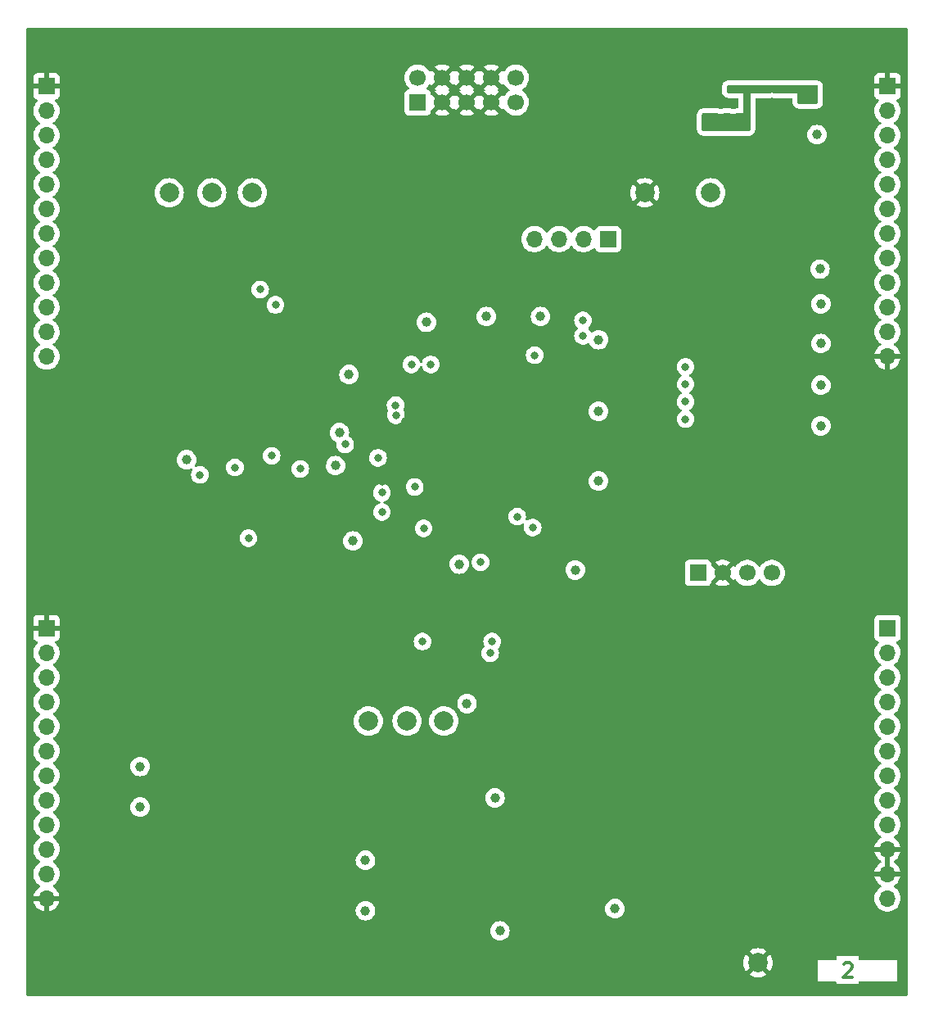
<source format=gbr>
%TF.GenerationSoftware,KiCad,Pcbnew,8.0.1*%
%TF.CreationDate,2024-05-28T13:06:32+01:00*%
%TF.ProjectId,Punck_Components,50756e63-6b5f-4436-9f6d-706f6e656e74,rev?*%
%TF.SameCoordinates,Original*%
%TF.FileFunction,Copper,L2,Inr*%
%TF.FilePolarity,Positive*%
%FSLAX46Y46*%
G04 Gerber Fmt 4.6, Leading zero omitted, Abs format (unit mm)*
G04 Created by KiCad (PCBNEW 8.0.1) date 2024-05-28 13:06:32*
%MOMM*%
%LPD*%
G01*
G04 APERTURE LIST*
%ADD10C,0.300000*%
%TA.AperFunction,NonConductor*%
%ADD11C,0.300000*%
%TD*%
%TA.AperFunction,ComponentPad*%
%ADD12R,1.700000X1.700000*%
%TD*%
%TA.AperFunction,ComponentPad*%
%ADD13C,1.700000*%
%TD*%
%TA.AperFunction,ComponentPad*%
%ADD14C,2.000000*%
%TD*%
%TA.AperFunction,ComponentPad*%
%ADD15O,1.700000X1.700000*%
%TD*%
%TA.AperFunction,ViaPad*%
%ADD16C,1.000000*%
%TD*%
%TA.AperFunction,ViaPad*%
%ADD17C,0.800000*%
%TD*%
G04 APERTURE END LIST*
D10*
D11*
X84571429Y-96721185D02*
X84642857Y-96649757D01*
X84642857Y-96649757D02*
X84785715Y-96578328D01*
X84785715Y-96578328D02*
X85142857Y-96578328D01*
X85142857Y-96578328D02*
X85285715Y-96649757D01*
X85285715Y-96649757D02*
X85357143Y-96721185D01*
X85357143Y-96721185D02*
X85428572Y-96864042D01*
X85428572Y-96864042D02*
X85428572Y-97006900D01*
X85428572Y-97006900D02*
X85357143Y-97221185D01*
X85357143Y-97221185D02*
X84500000Y-98078328D01*
X84500000Y-98078328D02*
X85428572Y-98078328D01*
D12*
%TO.N,-12V*%
%TO.C,J7*%
X40500000Y-7662500D03*
D13*
X40500000Y-5122500D03*
%TO.N,GND*%
X43040000Y-7662500D03*
X43040000Y-5122500D03*
X45580000Y-7662500D03*
X45580000Y-5122500D03*
X48120000Y-7662500D03*
X48120000Y-5122500D03*
%TO.N,+12V*%
X50660000Y-7662500D03*
X50660000Y-5122500D03*
%TD*%
D14*
%TO.N,GND*%
%TO.C,TP9*%
X75700000Y-96600000D03*
%TD*%
%TO.N,/DAC_BCLK*%
%TO.C,TP3*%
X39400000Y-71600000D03*
%TD*%
%TO.N,VEE*%
%TO.C,TP8*%
X14800000Y-17000000D03*
%TD*%
%TO.N,VCC*%
%TO.C,TP7*%
X23400000Y-17000000D03*
%TD*%
D12*
%TO.N,/DAC2*%
%TO.C,J5*%
X60200000Y-21800000D03*
D15*
%TO.N,/DAC1*%
X57660000Y-21800000D03*
%TO.N,/UART_RX*%
X55120000Y-21800000D03*
%TO.N,/UART_TX*%
X52580000Y-21800000D03*
%TD*%
D14*
%TO.N,/DAC_LRCLK*%
%TO.C,TP1*%
X35400000Y-71600000D03*
%TD*%
%TO.N,+3.3VA*%
%TO.C,TP6*%
X19200000Y-17000000D03*
%TD*%
%TO.N,+3V3*%
%TO.C,TP5*%
X70800000Y-17000000D03*
%TD*%
D12*
%TO.N,+3V3*%
%TO.C,J6*%
X69500000Y-56300000D03*
D13*
%TO.N,GND*%
X72040000Y-56300000D03*
%TO.N,/SWIO*%
X74580000Y-56300000D03*
%TO.N,/SWCLK*%
X77120000Y-56300000D03*
%TD*%
D14*
%TO.N,/DAC_DATA*%
%TO.C,TP2*%
X43200000Y-71600000D03*
%TD*%
%TO.N,GND*%
%TO.C,TP4*%
X64000000Y-17000000D03*
%TD*%
D12*
%TO.N,GND*%
%TO.C,J3*%
X89100000Y-6000000D03*
D15*
%TO.N,/SA_BTN*%
X89100000Y-8540000D03*
%TO.N,/KI_BTN*%
X89100000Y-11080000D03*
%TO.N,/SN_BTN*%
X89100000Y-13620000D03*
%TO.N,/SA_LED*%
X89100000Y-16160000D03*
%TO.N,/SB_BTN*%
X89100000Y-18700000D03*
%TO.N,/SB_LED*%
X89100000Y-21240000D03*
%TO.N,/MIDI_LEARN*%
X89100000Y-23780000D03*
%TO.N,/MIDI_IN*%
X89100000Y-26320000D03*
%TO.N,/CH_IN*%
X89100000Y-28860000D03*
%TO.N,/OH_IN*%
X89100000Y-31400000D03*
%TO.N,GND*%
X89100000Y-33940000D03*
%TD*%
D12*
%TO.N,GND*%
%TO.C,J1*%
X2100000Y-6000000D03*
D15*
%TO.N,/SNARE_FILTER_POT*%
X2100000Y-8540000D03*
%TO.N,/SAMPLER_A_VOICE_POT*%
X2100000Y-11080000D03*
%TO.N,/KICK_ATTACK_POT*%
X2100000Y-13620000D03*
%TO.N,/KICK_DECAY_POT*%
X2100000Y-16160000D03*
%TO.N,/KICK_VOL_POT*%
X2100000Y-18700000D03*
%TO.N,/SNARE_TUNING_POT*%
X2100000Y-21240000D03*
%TO.N,/HIHAT_DECAY_POT*%
X2100000Y-23780000D03*
%TO.N,/SAMPLER_B_VOICE_POT*%
X2100000Y-26320000D03*
%TO.N,/SNARE_VOL_POT*%
X2100000Y-28860000D03*
%TO.N,/SAMPLER_A_SPEED_POT*%
X2100000Y-31400000D03*
%TO.N,/SAMPLER_B_SPEED_POT*%
X2100000Y-33940000D03*
%TD*%
D12*
%TO.N,/SNARE_IN*%
%TO.C,J4*%
X89100000Y-62000000D03*
D15*
%TO.N,/KICK_IN*%
X89100000Y-64540000D03*
%TO.N,/USB_DP*%
X89100000Y-67080000D03*
%TO.N,/USB_DM*%
X89100000Y-69620000D03*
%TO.N,/USB_VBUS*%
X89100000Y-72160000D03*
%TO.N,/KI_LED*%
X89100000Y-74700000D03*
%TO.N,/SN_LED*%
X89100000Y-77240000D03*
%TO.N,/HH_LED*%
X89100000Y-79780000D03*
%TO.N,/SEQ_SELECT*%
X89100000Y-82320000D03*
%TO.N,GND*%
X89100000Y-84860000D03*
X89100000Y-87400000D03*
%TO.N,+3.3VA*%
X89100000Y-89940000D03*
%TD*%
D12*
%TO.N,GND*%
%TO.C,J2*%
X2100000Y-62000000D03*
D15*
%TO.N,/HIHAT_VOL_POT*%
X2100000Y-64540000D03*
%TO.N,/SAMPLER_A_VOL_POT*%
X2100000Y-67080000D03*
%TO.N,/SAMPLER_B_VOL_POT*%
X2100000Y-69620000D03*
%TO.N,/HH_BTN*%
X2100000Y-72160000D03*
%TO.N,/TEMPO_POT*%
X2100000Y-74700000D03*
%TO.N,/SAMPLER_A_IN*%
X2100000Y-77240000D03*
%TO.N,/SAMPLER_B_IN*%
X2100000Y-79780000D03*
%TO.N,/AUDIO_OUT_R*%
X2100000Y-82320000D03*
%TO.N,/TEMPO_OUT*%
X2100000Y-84860000D03*
%TO.N,/AUDIO_OUT_L*%
X2100000Y-87400000D03*
%TO.N,GND*%
X2100000Y-89940000D03*
%TD*%
D16*
%TO.N,+3.3VA*%
X11786250Y-76300000D03*
X82200000Y-36900000D03*
X49000000Y-93300000D03*
X82200000Y-41100000D03*
X11786250Y-80500000D03*
X82200000Y-28500000D03*
X82200000Y-32600000D03*
X82100000Y-24900000D03*
X60900000Y-91000000D03*
D17*
%TO.N,/SN_BTN*%
X68200000Y-38600000D03*
%TO.N,/SA_BTN*%
X68200000Y-35000000D03*
%TO.N,GND*%
X24400000Y-80900000D03*
X65600000Y-87800000D03*
X14000000Y-2700000D03*
X75700000Y-17500000D03*
X53950000Y-66100000D03*
X62250000Y-94150000D03*
X61800000Y-45600000D03*
X15000000Y-63800000D03*
X77150000Y-7600000D03*
X35400000Y-69100000D03*
X45700000Y-47200000D03*
X58300000Y-61750000D03*
X75150000Y-40150000D03*
X80550000Y-65600000D03*
X27100000Y-67500000D03*
X38750000Y-26350000D03*
X33850000Y-82650000D03*
X61800000Y-40600000D03*
X33150000Y-27750000D03*
X16450000Y-9200000D03*
X69100000Y-23600000D03*
X19500000Y-9200000D03*
X29850000Y-18800000D03*
X22450000Y-56500000D03*
X64100000Y-98200000D03*
X25100000Y-9650000D03*
X29700000Y-35100000D03*
X23800000Y-11350000D03*
X52300000Y-78400000D03*
X55000000Y-46100000D03*
X59700000Y-94100000D03*
X90200000Y-59500000D03*
X23800000Y-9600000D03*
X1800000Y-48800000D03*
X18000000Y-7100000D03*
X83900000Y-65600000D03*
X60200000Y-15550000D03*
X16200000Y-41900000D03*
X73900000Y-23900000D03*
X65600000Y-91900000D03*
X10000000Y-14650000D03*
X80700000Y-73500000D03*
X40650000Y-79500000D03*
X58550000Y-13150000D03*
X47400000Y-52000000D03*
X25800000Y-40800000D03*
X73150000Y-7950000D03*
X16500000Y-7100000D03*
X7700000Y-72000000D03*
X30700000Y-45000000D03*
X49500000Y-39400000D03*
X60950000Y-64450000D03*
X67100000Y-7750000D03*
X16500000Y-35400000D03*
X84150000Y-44750000D03*
X46700000Y-98400000D03*
X31600000Y-14900000D03*
X60800000Y-84400000D03*
X56400000Y-68800000D03*
X36400000Y-87650000D03*
X37000000Y-26400000D03*
X75100000Y-31700000D03*
X22800000Y-25100000D03*
X11900000Y-67400000D03*
X42600000Y-57300000D03*
X61800000Y-32650000D03*
X29500000Y-51200000D03*
X46600000Y-57700000D03*
X24000000Y-72700000D03*
X39200000Y-40600000D03*
X8700000Y-87500000D03*
X74400000Y-65600000D03*
X65000000Y-68300000D03*
X67100000Y-65600000D03*
X19700000Y-86500000D03*
X72800000Y-14600000D03*
X36400000Y-34600000D03*
X49500000Y-46400000D03*
X66100000Y-70900000D03*
X53700000Y-88700000D03*
X30500000Y-70500000D03*
X78100000Y-53500000D03*
X63500000Y-55100000D03*
X54700000Y-58400000D03*
X29500000Y-53000000D03*
X16300000Y-50850000D03*
X50750000Y-95500000D03*
X88400000Y-40500000D03*
X7000000Y-58200000D03*
X27000000Y-75500000D03*
X51300000Y-62900000D03*
X55200000Y-17400000D03*
X80900000Y-1400000D03*
X52800000Y-72800000D03*
X54700000Y-95500000D03*
X36800000Y-46850000D03*
X80600000Y-68300000D03*
X71850000Y-7950000D03*
X17600000Y-40400000D03*
X66000000Y-78200000D03*
X27600000Y-96400000D03*
X71000000Y-48600000D03*
X35000000Y-56500000D03*
X80600000Y-70800000D03*
X75800000Y-27700000D03*
X17450000Y-77400000D03*
X30600000Y-60600000D03*
X12000000Y-6800000D03*
X17448750Y-81400000D03*
X23800000Y-13000000D03*
X40100000Y-21600000D03*
X16700000Y-94700000D03*
X16900000Y-20200000D03*
X61900000Y-13150000D03*
X7000000Y-41900000D03*
X75950000Y-8400000D03*
X25100000Y-12950000D03*
X28500000Y-56500000D03*
X33400000Y-2800000D03*
X80900000Y-4200000D03*
X35350000Y-26400000D03*
X68200000Y-73500000D03*
X61700000Y-36600000D03*
X45700000Y-37800000D03*
X46900000Y-33800000D03*
X55000000Y-41100000D03*
X4700000Y-98600000D03*
X21500000Y-70300000D03*
X75150000Y-35750000D03*
X51000000Y-14900000D03*
X43700000Y-90100000D03*
X80200000Y-45300000D03*
X2300000Y-38700000D03*
X47750000Y-21600000D03*
X68250000Y-6600000D03*
X47800000Y-27500000D03*
X57850000Y-88700000D03*
X35400000Y-18800000D03*
X80300000Y-83900000D03*
X58000000Y-82600000D03*
X89800000Y-93600000D03*
X80300000Y-13400000D03*
X57800000Y-53700000D03*
X35100000Y-95650000D03*
X80400000Y-88150000D03*
X29800000Y-40600000D03*
X50550000Y-27600000D03*
X28800000Y-78000000D03*
X11900000Y-72500000D03*
X8600000Y-12800000D03*
X11450000Y-12800000D03*
X54300000Y-37500000D03*
X36400000Y-82600000D03*
X41000000Y-37700000D03*
X44100000Y-95550000D03*
%TO.N,/KI_BTN*%
X68200000Y-36800000D03*
%TO.N,/SB_BTN*%
X68200000Y-40400000D03*
%TO.N,/SNARE_FILTER_POT*%
X24200000Y-27000000D03*
X41850000Y-34750000D03*
%TO.N,/SAMPLER_A_VOICE_POT*%
X39850000Y-34750000D03*
X25800000Y-28600000D03*
%TO.N,/SAMPLER_A_VOL_POT*%
X17970000Y-46170000D03*
X38215055Y-38974192D03*
%TO.N,/SAMPLER_B_VOL_POT*%
X21600000Y-45400000D03*
X38250000Y-40000000D03*
%TO.N,/TEMPO_POT*%
X23000000Y-52700000D03*
X33000000Y-43000000D03*
D16*
%TO.N,+3V3*%
X81800000Y-11000000D03*
X48500000Y-79550000D03*
X59200000Y-46800000D03*
X59200000Y-39600000D03*
X45600000Y-69800000D03*
X16600000Y-44600000D03*
X56800000Y-56000000D03*
X44800000Y-55400000D03*
X53200000Y-29800000D03*
X32000000Y-45200000D03*
X41400000Y-30400000D03*
X33800000Y-53000000D03*
X32400000Y-41800000D03*
X47600000Y-29800000D03*
X59200000Y-32200000D03*
X33400000Y-35800000D03*
D17*
X47000000Y-55200000D03*
%TO.N,/VSW*%
X71800000Y-9700000D03*
X74100000Y-6300000D03*
X80400000Y-6500000D03*
X81350000Y-6500000D03*
%TO.N,/SA_LED_OUT*%
X50800000Y-50475500D03*
X57600000Y-30200000D03*
%TO.N,/SB_LED_OUT*%
X57600000Y-31800000D03*
X52400000Y-51600000D03*
D16*
%TO.N,VCC*%
X35100000Y-91200000D03*
%TO.N,VEE*%
X35100000Y-86000000D03*
D17*
%TO.N,/QSPI_CLK*%
X40200000Y-47400000D03*
X41000000Y-63400000D03*
%TO.N,/QSPI_BK2_IO0*%
X36400000Y-44400000D03*
X25400000Y-44200000D03*
%TO.N,/QSPI_BK1_IO1*%
X41124500Y-51686140D03*
X48000000Y-64600000D03*
%TO.N,/QSPI_BK2_NCS*%
X36800000Y-50000000D03*
%TO.N,/QSPI_BK1_IO2*%
X52600000Y-33800000D03*
X48200000Y-63400000D03*
%TO.N,/OCTOSPIM_P2_NCS*%
X36800000Y-48000000D03*
%TO.N,Net-(JP1-Pad2)*%
X28362299Y-45537701D03*
%TD*%
%TA.AperFunction,Conductor*%
%TO.N,GND*%
G36*
X89354000Y-86969297D02*
G01*
X89292993Y-86934075D01*
X89165826Y-86900000D01*
X89034174Y-86900000D01*
X88907007Y-86934075D01*
X88846000Y-86969297D01*
X88846000Y-85290702D01*
X88907007Y-85325925D01*
X89034174Y-85360000D01*
X89165826Y-85360000D01*
X89292993Y-85325925D01*
X89354000Y-85290702D01*
X89354000Y-86969297D01*
G37*
%TD.AperFunction*%
%TA.AperFunction,Conductor*%
G36*
X42574075Y-5315493D02*
G01*
X42639901Y-5429507D01*
X42732993Y-5522599D01*
X42847007Y-5588425D01*
X42915051Y-5606657D01*
X42274310Y-6247398D01*
X42294697Y-6263266D01*
X42294705Y-6263271D01*
X42328731Y-6281685D01*
X42379122Y-6331697D01*
X42394475Y-6401014D01*
X42369915Y-6467627D01*
X42328735Y-6503311D01*
X42294705Y-6521727D01*
X42294693Y-6521735D01*
X42274311Y-6537599D01*
X42274310Y-6537600D01*
X42915052Y-7178342D01*
X42847007Y-7196575D01*
X42732993Y-7262401D01*
X42639901Y-7355493D01*
X42574075Y-7469507D01*
X42555842Y-7537552D01*
X41895405Y-6877115D01*
X41861379Y-6814803D01*
X41858500Y-6788020D01*
X41858500Y-6763867D01*
X41858499Y-6763850D01*
X41851990Y-6703303D01*
X41851988Y-6703295D01*
X41800889Y-6566297D01*
X41800887Y-6566292D01*
X41713261Y-6449238D01*
X41596207Y-6361612D01*
X41596203Y-6361610D01*
X41481192Y-6318713D01*
X41424356Y-6276167D01*
X41399546Y-6209646D01*
X41414638Y-6140272D01*
X41432525Y-6115320D01*
X41575714Y-5959777D01*
X41575724Y-5959765D01*
X41664816Y-5823399D01*
X41718819Y-5777310D01*
X41789167Y-5767735D01*
X41853524Y-5797712D01*
X41875782Y-5823399D01*
X41916920Y-5886366D01*
X41916921Y-5886366D01*
X42555841Y-5247446D01*
X42574075Y-5315493D01*
G37*
%TD.AperFunction*%
%TA.AperFunction,Conductor*%
G36*
X45114075Y-5315493D02*
G01*
X45179901Y-5429507D01*
X45272993Y-5522599D01*
X45387007Y-5588425D01*
X45455051Y-5606657D01*
X44814310Y-6247398D01*
X44834697Y-6263266D01*
X44834705Y-6263271D01*
X44868731Y-6281685D01*
X44919122Y-6331697D01*
X44934475Y-6401014D01*
X44909915Y-6467627D01*
X44868735Y-6503311D01*
X44834705Y-6521727D01*
X44834693Y-6521735D01*
X44814311Y-6537599D01*
X44814310Y-6537600D01*
X45455052Y-7178342D01*
X45387007Y-7196575D01*
X45272993Y-7262401D01*
X45179901Y-7355493D01*
X45114075Y-7469507D01*
X45095842Y-7537552D01*
X44456921Y-6898631D01*
X44456920Y-6898632D01*
X44415482Y-6962058D01*
X44361479Y-7008147D01*
X44291131Y-7017722D01*
X44226773Y-6987745D01*
X44204516Y-6962058D01*
X44163078Y-6898632D01*
X43524157Y-7537551D01*
X43505925Y-7469507D01*
X43440099Y-7355493D01*
X43347007Y-7262401D01*
X43232993Y-7196575D01*
X43164947Y-7178341D01*
X43805688Y-6537600D01*
X43805687Y-6537599D01*
X43785308Y-6521737D01*
X43785298Y-6521731D01*
X43751267Y-6503314D01*
X43700876Y-6453301D01*
X43685524Y-6383984D01*
X43710085Y-6317371D01*
X43751268Y-6281686D01*
X43785294Y-6263272D01*
X43785298Y-6263269D01*
X43805688Y-6247398D01*
X43164947Y-5606657D01*
X43232993Y-5588425D01*
X43347007Y-5522599D01*
X43440099Y-5429507D01*
X43505925Y-5315493D01*
X43524158Y-5247447D01*
X44163077Y-5886366D01*
X44163078Y-5886366D01*
X44204516Y-5822941D01*
X44258519Y-5776852D01*
X44328867Y-5767277D01*
X44393225Y-5797254D01*
X44415482Y-5822940D01*
X44456921Y-5886366D01*
X45095841Y-5247446D01*
X45114075Y-5315493D01*
G37*
%TD.AperFunction*%
%TA.AperFunction,Conductor*%
G36*
X47654075Y-5315493D02*
G01*
X47719901Y-5429507D01*
X47812993Y-5522599D01*
X47927007Y-5588425D01*
X47995051Y-5606657D01*
X47354310Y-6247398D01*
X47374697Y-6263266D01*
X47374705Y-6263271D01*
X47408731Y-6281685D01*
X47459122Y-6331697D01*
X47474475Y-6401014D01*
X47449915Y-6467627D01*
X47408735Y-6503311D01*
X47374705Y-6521727D01*
X47374693Y-6521735D01*
X47354311Y-6537599D01*
X47354310Y-6537600D01*
X47995052Y-7178342D01*
X47927007Y-7196575D01*
X47812993Y-7262401D01*
X47719901Y-7355493D01*
X47654075Y-7469507D01*
X47635842Y-7537552D01*
X46996921Y-6898631D01*
X46996920Y-6898632D01*
X46955482Y-6962058D01*
X46901479Y-7008147D01*
X46831131Y-7017722D01*
X46766773Y-6987745D01*
X46744516Y-6962058D01*
X46703078Y-6898632D01*
X46064157Y-7537551D01*
X46045925Y-7469507D01*
X45980099Y-7355493D01*
X45887007Y-7262401D01*
X45772993Y-7196575D01*
X45704947Y-7178341D01*
X46345688Y-6537600D01*
X46345687Y-6537599D01*
X46325308Y-6521737D01*
X46325298Y-6521731D01*
X46291267Y-6503314D01*
X46240876Y-6453301D01*
X46225524Y-6383984D01*
X46250085Y-6317371D01*
X46291268Y-6281686D01*
X46325294Y-6263272D01*
X46325298Y-6263269D01*
X46345688Y-6247398D01*
X45704947Y-5606657D01*
X45772993Y-5588425D01*
X45887007Y-5522599D01*
X45980099Y-5429507D01*
X46045925Y-5315493D01*
X46064158Y-5247447D01*
X46703077Y-5886366D01*
X46703078Y-5886366D01*
X46744516Y-5822941D01*
X46798519Y-5776852D01*
X46868867Y-5767277D01*
X46933225Y-5797254D01*
X46955482Y-5822940D01*
X46996921Y-5886366D01*
X47635841Y-5247446D01*
X47654075Y-5315493D01*
G37*
%TD.AperFunction*%
%TA.AperFunction,Conductor*%
G36*
X49243077Y-5886366D02*
G01*
X49243078Y-5886366D01*
X49284217Y-5823399D01*
X49338221Y-5777310D01*
X49408568Y-5767735D01*
X49472926Y-5797712D01*
X49495183Y-5823398D01*
X49584279Y-5959770D01*
X49736762Y-6125408D01*
X49791331Y-6167881D01*
X49914424Y-6263689D01*
X49947678Y-6281685D01*
X49947680Y-6281686D01*
X49998071Y-6331700D01*
X50013423Y-6401016D01*
X49988862Y-6467629D01*
X49947680Y-6503313D01*
X49914426Y-6521310D01*
X49914424Y-6521311D01*
X49736762Y-6659591D01*
X49584279Y-6825229D01*
X49495183Y-6961601D01*
X49441179Y-7007689D01*
X49370831Y-7017264D01*
X49306474Y-6987286D01*
X49284217Y-6961600D01*
X49243078Y-6898632D01*
X48604157Y-7537551D01*
X48585925Y-7469507D01*
X48520099Y-7355493D01*
X48427007Y-7262401D01*
X48312993Y-7196575D01*
X48244947Y-7178341D01*
X48885688Y-6537600D01*
X48885687Y-6537599D01*
X48865308Y-6521737D01*
X48865298Y-6521731D01*
X48831267Y-6503314D01*
X48780876Y-6453301D01*
X48765524Y-6383984D01*
X48790085Y-6317371D01*
X48831268Y-6281686D01*
X48865294Y-6263272D01*
X48865298Y-6263269D01*
X48885688Y-6247398D01*
X48244947Y-5606657D01*
X48312993Y-5588425D01*
X48427007Y-5522599D01*
X48520099Y-5429507D01*
X48585925Y-5315493D01*
X48604158Y-5247447D01*
X49243077Y-5886366D01*
G37*
%TD.AperFunction*%
%TA.AperFunction,Conductor*%
G36*
X91142121Y-20002D02*
G01*
X91188614Y-73658D01*
X91200000Y-126000D01*
X91200000Y-99874000D01*
X91179998Y-99942121D01*
X91126342Y-99988614D01*
X91074000Y-100000000D01*
X126000Y-100000000D01*
X57879Y-99979998D01*
X11386Y-99926342D01*
X0Y-99874000D01*
X0Y-98500000D01*
X81900000Y-98500000D01*
X83710500Y-98500000D01*
X83778621Y-98520002D01*
X83825114Y-98573658D01*
X83836500Y-98626000D01*
X83836500Y-98741828D01*
X86093797Y-98741828D01*
X86093797Y-98626000D01*
X86113799Y-98557879D01*
X86167455Y-98511386D01*
X86219797Y-98500000D01*
X90100000Y-98500000D01*
X90100000Y-96300000D01*
X86219797Y-96300000D01*
X86151676Y-96279998D01*
X86105183Y-96226342D01*
X86093797Y-96174000D01*
X86093797Y-95913103D01*
X83836500Y-95913103D01*
X83836500Y-96174000D01*
X83816498Y-96242121D01*
X83762842Y-96288614D01*
X83710500Y-96300000D01*
X81900000Y-96300000D01*
X81900000Y-98500000D01*
X0Y-98500000D01*
X0Y-96600000D01*
X74187337Y-96600000D01*
X74205960Y-96836632D01*
X74261371Y-97067437D01*
X74352208Y-97286738D01*
X74466896Y-97473890D01*
X74466897Y-97473890D01*
X75097300Y-96843486D01*
X75123978Y-96907890D01*
X75195112Y-97014351D01*
X75285649Y-97104888D01*
X75392110Y-97176022D01*
X75456510Y-97202698D01*
X74826107Y-97833101D01*
X74826108Y-97833102D01*
X75013261Y-97947791D01*
X75232562Y-98038628D01*
X75463367Y-98094039D01*
X75700000Y-98112662D01*
X75936632Y-98094039D01*
X76167437Y-98038628D01*
X76386738Y-97947791D01*
X76573890Y-97833102D01*
X76573891Y-97833102D01*
X75943488Y-97202698D01*
X76007890Y-97176022D01*
X76114351Y-97104888D01*
X76204888Y-97014351D01*
X76276022Y-96907890D01*
X76302698Y-96843487D01*
X76933102Y-97473891D01*
X76933102Y-97473890D01*
X77047791Y-97286738D01*
X77138628Y-97067437D01*
X77194039Y-96836632D01*
X77212662Y-96600000D01*
X77194039Y-96363367D01*
X77138628Y-96132562D01*
X77047791Y-95913261D01*
X76933102Y-95726108D01*
X76933101Y-95726107D01*
X76302698Y-96356510D01*
X76276022Y-96292110D01*
X76204888Y-96185649D01*
X76114351Y-96095112D01*
X76007890Y-96023978D01*
X75943487Y-95997301D01*
X76573890Y-95366897D01*
X76573890Y-95366896D01*
X76386738Y-95252208D01*
X76167437Y-95161371D01*
X75936632Y-95105960D01*
X75700000Y-95087337D01*
X75463367Y-95105960D01*
X75232562Y-95161371D01*
X75013266Y-95252206D01*
X74826108Y-95366897D01*
X74826108Y-95366898D01*
X75456511Y-95997301D01*
X75392110Y-96023978D01*
X75285649Y-96095112D01*
X75195112Y-96185649D01*
X75123978Y-96292110D01*
X75097301Y-96356511D01*
X74466898Y-95726108D01*
X74466897Y-95726108D01*
X74352206Y-95913266D01*
X74261371Y-96132562D01*
X74205960Y-96363367D01*
X74187337Y-96600000D01*
X0Y-96600000D01*
X0Y-93300003D01*
X47986620Y-93300003D01*
X48006090Y-93497694D01*
X48006091Y-93497700D01*
X48006092Y-93497701D01*
X48063759Y-93687804D01*
X48157405Y-93863004D01*
X48283432Y-94016568D01*
X48436996Y-94142595D01*
X48612196Y-94236241D01*
X48802299Y-94293908D01*
X48802303Y-94293908D01*
X48802305Y-94293909D01*
X48999997Y-94313380D01*
X49000000Y-94313380D01*
X49000003Y-94313380D01*
X49197694Y-94293909D01*
X49197695Y-94293908D01*
X49197701Y-94293908D01*
X49387804Y-94236241D01*
X49563004Y-94142595D01*
X49716568Y-94016568D01*
X49842595Y-93863004D01*
X49936241Y-93687804D01*
X49993908Y-93497701D01*
X50013380Y-93300000D01*
X49993908Y-93102299D01*
X49936241Y-92912196D01*
X49842595Y-92736996D01*
X49716568Y-92583432D01*
X49563004Y-92457405D01*
X49387804Y-92363759D01*
X49197701Y-92306092D01*
X49197700Y-92306091D01*
X49197694Y-92306090D01*
X49000003Y-92286620D01*
X48999997Y-92286620D01*
X48802305Y-92306090D01*
X48612195Y-92363759D01*
X48436995Y-92457405D01*
X48283432Y-92583432D01*
X48157405Y-92736995D01*
X48063759Y-92912195D01*
X48006090Y-93102305D01*
X47986620Y-93299996D01*
X47986620Y-93300003D01*
X0Y-93300003D01*
X0Y-87400000D01*
X736844Y-87400000D01*
X752836Y-87592993D01*
X755437Y-87624375D01*
X810702Y-87842612D01*
X810703Y-87842613D01*
X810704Y-87842616D01*
X901140Y-88048791D01*
X901141Y-88048793D01*
X1024275Y-88237265D01*
X1024279Y-88237270D01*
X1176762Y-88402908D01*
X1231331Y-88445381D01*
X1354424Y-88541189D01*
X1388205Y-88559470D01*
X1438596Y-88609482D01*
X1453949Y-88678799D01*
X1429389Y-88745412D01*
X1388209Y-88781096D01*
X1354704Y-88799228D01*
X1354698Y-88799232D01*
X1177097Y-88937465D01*
X1024674Y-89103041D01*
X901580Y-89291451D01*
X811179Y-89497543D01*
X811176Y-89497550D01*
X763455Y-89685999D01*
X763456Y-89686000D01*
X1669297Y-89686000D01*
X1634075Y-89747007D01*
X1600000Y-89874174D01*
X1600000Y-90005826D01*
X1634075Y-90132993D01*
X1669297Y-90194000D01*
X763455Y-90194000D01*
X811176Y-90382449D01*
X811179Y-90382456D01*
X901580Y-90588548D01*
X1024674Y-90776958D01*
X1177097Y-90942534D01*
X1354698Y-91080767D01*
X1354699Y-91080768D01*
X1552628Y-91187882D01*
X1552630Y-91187883D01*
X1765483Y-91260955D01*
X1765492Y-91260957D01*
X1846000Y-91274391D01*
X1846000Y-90370702D01*
X1907007Y-90405925D01*
X2034174Y-90440000D01*
X2165826Y-90440000D01*
X2292993Y-90405925D01*
X2354000Y-90370702D01*
X2354000Y-91274390D01*
X2434507Y-91260957D01*
X2434516Y-91260955D01*
X2612064Y-91200003D01*
X34086620Y-91200003D01*
X34106090Y-91397694D01*
X34106091Y-91397700D01*
X34106092Y-91397701D01*
X34163759Y-91587804D01*
X34257405Y-91763004D01*
X34383432Y-91916568D01*
X34536996Y-92042595D01*
X34712196Y-92136241D01*
X34902299Y-92193908D01*
X34902303Y-92193908D01*
X34902305Y-92193909D01*
X35099997Y-92213380D01*
X35100000Y-92213380D01*
X35100003Y-92213380D01*
X35297694Y-92193909D01*
X35297695Y-92193908D01*
X35297701Y-92193908D01*
X35487804Y-92136241D01*
X35663004Y-92042595D01*
X35816568Y-91916568D01*
X35942595Y-91763004D01*
X36036241Y-91587804D01*
X36093908Y-91397701D01*
X36107329Y-91261444D01*
X36113380Y-91200003D01*
X36113380Y-91199996D01*
X36093909Y-91002305D01*
X36093908Y-91002303D01*
X36093908Y-91002299D01*
X36093212Y-91000003D01*
X59886620Y-91000003D01*
X59906090Y-91197694D01*
X59906091Y-91197700D01*
X59906092Y-91197701D01*
X59963759Y-91387804D01*
X60057405Y-91563004D01*
X60183432Y-91716568D01*
X60336996Y-91842595D01*
X60512196Y-91936241D01*
X60702299Y-91993908D01*
X60702303Y-91993908D01*
X60702305Y-91993909D01*
X60899997Y-92013380D01*
X60900000Y-92013380D01*
X60900003Y-92013380D01*
X61097694Y-91993909D01*
X61097695Y-91993908D01*
X61097701Y-91993908D01*
X61287804Y-91936241D01*
X61463004Y-91842595D01*
X61616568Y-91716568D01*
X61742595Y-91563004D01*
X61836241Y-91387804D01*
X61893908Y-91197701D01*
X61913380Y-91000000D01*
X61893908Y-90802299D01*
X61836241Y-90612196D01*
X61742595Y-90436996D01*
X61616568Y-90283432D01*
X61463004Y-90157405D01*
X61287804Y-90063759D01*
X61097701Y-90006092D01*
X61097700Y-90006091D01*
X61097694Y-90006090D01*
X60900003Y-89986620D01*
X60899997Y-89986620D01*
X60702305Y-90006090D01*
X60512195Y-90063759D01*
X60336995Y-90157405D01*
X60183432Y-90283432D01*
X60057405Y-90436995D01*
X59963759Y-90612195D01*
X59906090Y-90802305D01*
X59886620Y-90999996D01*
X59886620Y-91000003D01*
X36093212Y-91000003D01*
X36036241Y-90812196D01*
X35942595Y-90636996D01*
X35816568Y-90483432D01*
X35663004Y-90357405D01*
X35487804Y-90263759D01*
X35297701Y-90206092D01*
X35297700Y-90206091D01*
X35297694Y-90206090D01*
X35100003Y-90186620D01*
X35099997Y-90186620D01*
X34902305Y-90206090D01*
X34712195Y-90263759D01*
X34536995Y-90357405D01*
X34383432Y-90483432D01*
X34257405Y-90636995D01*
X34163759Y-90812195D01*
X34106090Y-91002305D01*
X34086620Y-91199996D01*
X34086620Y-91200003D01*
X2612064Y-91200003D01*
X2647369Y-91187883D01*
X2647371Y-91187882D01*
X2845300Y-91080768D01*
X2845301Y-91080767D01*
X3022902Y-90942534D01*
X3175325Y-90776958D01*
X3298419Y-90588548D01*
X3388820Y-90382456D01*
X3388823Y-90382449D01*
X3436544Y-90194000D01*
X2530703Y-90194000D01*
X2565925Y-90132993D01*
X2600000Y-90005826D01*
X2600000Y-89940000D01*
X87736844Y-89940000D01*
X87752836Y-90132993D01*
X87755437Y-90164375D01*
X87810702Y-90382612D01*
X87810703Y-90382613D01*
X87810704Y-90382616D01*
X87901140Y-90588791D01*
X87901141Y-90588793D01*
X88024275Y-90777265D01*
X88024279Y-90777270D01*
X88176762Y-90942908D01*
X88231331Y-90985381D01*
X88354424Y-91081189D01*
X88552426Y-91188342D01*
X88552427Y-91188342D01*
X88552428Y-91188343D01*
X88586393Y-91200003D01*
X88765365Y-91261444D01*
X88987431Y-91298500D01*
X88987435Y-91298500D01*
X89212565Y-91298500D01*
X89212569Y-91298500D01*
X89434635Y-91261444D01*
X89647574Y-91188342D01*
X89845576Y-91081189D01*
X90023240Y-90942906D01*
X90175722Y-90777268D01*
X90298860Y-90588791D01*
X90389296Y-90382616D01*
X90444564Y-90164368D01*
X90463156Y-89940000D01*
X90444564Y-89715632D01*
X90389338Y-89497550D01*
X90389297Y-89497387D01*
X90389296Y-89497386D01*
X90389296Y-89497384D01*
X90298860Y-89291209D01*
X90292140Y-89280924D01*
X90175724Y-89102734D01*
X90175720Y-89102729D01*
X90059570Y-88976559D01*
X90023240Y-88937094D01*
X90023239Y-88937093D01*
X90023237Y-88937091D01*
X89941382Y-88873381D01*
X89845576Y-88798811D01*
X89811792Y-88780528D01*
X89761402Y-88730516D01*
X89746050Y-88661199D01*
X89770610Y-88594586D01*
X89811793Y-88558901D01*
X89845300Y-88540767D01*
X89845301Y-88540767D01*
X90022902Y-88402534D01*
X90175325Y-88236958D01*
X90298419Y-88048548D01*
X90388820Y-87842456D01*
X90388823Y-87842449D01*
X90436544Y-87654000D01*
X89530703Y-87654000D01*
X89565925Y-87592993D01*
X89600000Y-87465826D01*
X89600000Y-87334174D01*
X89565925Y-87207007D01*
X89530703Y-87146000D01*
X90436544Y-87146000D01*
X90436544Y-87145999D01*
X90388823Y-86957550D01*
X90388820Y-86957543D01*
X90298419Y-86751451D01*
X90175325Y-86563041D01*
X90022902Y-86397465D01*
X89845301Y-86259232D01*
X89845300Y-86259231D01*
X89811267Y-86240814D01*
X89760876Y-86190801D01*
X89745524Y-86121484D01*
X89770085Y-86054871D01*
X89811267Y-86019186D01*
X89845300Y-86000768D01*
X89845301Y-86000767D01*
X90022902Y-85862534D01*
X90175325Y-85696958D01*
X90298419Y-85508548D01*
X90388820Y-85302456D01*
X90388823Y-85302449D01*
X90436544Y-85114000D01*
X89530703Y-85114000D01*
X89565925Y-85052993D01*
X89600000Y-84925826D01*
X89600000Y-84794174D01*
X89565925Y-84667007D01*
X89530703Y-84606000D01*
X90436544Y-84606000D01*
X90436544Y-84605999D01*
X90388823Y-84417550D01*
X90388820Y-84417543D01*
X90298419Y-84211451D01*
X90175325Y-84023041D01*
X90022902Y-83857465D01*
X89845301Y-83719232D01*
X89845300Y-83719231D01*
X89811791Y-83701097D01*
X89761401Y-83651083D01*
X89746050Y-83581766D01*
X89770612Y-83515153D01*
X89811790Y-83479472D01*
X89845576Y-83461189D01*
X90023240Y-83322906D01*
X90175722Y-83157268D01*
X90298860Y-82968791D01*
X90389296Y-82762616D01*
X90444564Y-82544368D01*
X90463156Y-82320000D01*
X90444564Y-82095632D01*
X90389296Y-81877384D01*
X90298860Y-81671209D01*
X90292140Y-81660924D01*
X90175724Y-81482734D01*
X90175720Y-81482729D01*
X90059570Y-81356559D01*
X90023240Y-81317094D01*
X90023239Y-81317093D01*
X90023237Y-81317091D01*
X89941382Y-81253381D01*
X89845576Y-81178811D01*
X89812319Y-81160813D01*
X89761929Y-81110802D01*
X89746576Y-81041485D01*
X89771136Y-80974872D01*
X89812320Y-80939186D01*
X89845576Y-80921189D01*
X90023240Y-80782906D01*
X90175722Y-80617268D01*
X90298860Y-80428791D01*
X90389296Y-80222616D01*
X90444564Y-80004368D01*
X90463156Y-79780000D01*
X90444564Y-79555632D01*
X90389296Y-79337384D01*
X90298860Y-79131209D01*
X90292140Y-79120924D01*
X90175724Y-78942734D01*
X90175720Y-78942729D01*
X90023237Y-78777091D01*
X89941382Y-78713381D01*
X89845576Y-78638811D01*
X89812319Y-78620813D01*
X89761929Y-78570802D01*
X89746576Y-78501485D01*
X89771136Y-78434872D01*
X89812320Y-78399186D01*
X89845576Y-78381189D01*
X90023240Y-78242906D01*
X90175722Y-78077268D01*
X90298860Y-77888791D01*
X90389296Y-77682616D01*
X90444564Y-77464368D01*
X90463156Y-77240000D01*
X90444564Y-77015632D01*
X90389296Y-76797384D01*
X90298860Y-76591209D01*
X90292140Y-76580924D01*
X90175724Y-76402734D01*
X90175720Y-76402729D01*
X90023237Y-76237091D01*
X89941382Y-76173381D01*
X89845576Y-76098811D01*
X89812319Y-76080813D01*
X89761929Y-76030802D01*
X89746576Y-75961485D01*
X89771136Y-75894872D01*
X89812320Y-75859186D01*
X89845576Y-75841189D01*
X90023240Y-75702906D01*
X90175722Y-75537268D01*
X90298860Y-75348791D01*
X90389296Y-75142616D01*
X90444564Y-74924368D01*
X90463156Y-74700000D01*
X90444564Y-74475632D01*
X90389296Y-74257384D01*
X90298860Y-74051209D01*
X90292140Y-74040924D01*
X90175724Y-73862734D01*
X90175720Y-73862729D01*
X90023237Y-73697091D01*
X89941382Y-73633381D01*
X89845576Y-73558811D01*
X89812319Y-73540813D01*
X89761929Y-73490802D01*
X89746576Y-73421485D01*
X89771136Y-73354872D01*
X89812320Y-73319186D01*
X89845576Y-73301189D01*
X90023240Y-73162906D01*
X90175722Y-72997268D01*
X90298860Y-72808791D01*
X90389296Y-72602616D01*
X90444564Y-72384368D01*
X90463156Y-72160000D01*
X90444564Y-71935632D01*
X90389296Y-71717384D01*
X90298860Y-71511209D01*
X90292140Y-71500924D01*
X90175724Y-71322734D01*
X90175720Y-71322729D01*
X90023237Y-71157091D01*
X89941382Y-71093381D01*
X89845576Y-71018811D01*
X89812319Y-71000813D01*
X89761929Y-70950802D01*
X89746576Y-70881485D01*
X89771136Y-70814872D01*
X89812320Y-70779186D01*
X89845576Y-70761189D01*
X90023240Y-70622906D01*
X90175722Y-70457268D01*
X90298860Y-70268791D01*
X90389296Y-70062616D01*
X90444564Y-69844368D01*
X90463156Y-69620000D01*
X90444564Y-69395632D01*
X90389296Y-69177384D01*
X90298860Y-68971209D01*
X90190983Y-68806090D01*
X90175724Y-68782734D01*
X90175720Y-68782729D01*
X90023237Y-68617091D01*
X89941382Y-68553381D01*
X89845576Y-68478811D01*
X89812319Y-68460813D01*
X89761929Y-68410802D01*
X89746576Y-68341485D01*
X89771136Y-68274872D01*
X89812320Y-68239186D01*
X89845576Y-68221189D01*
X90023240Y-68082906D01*
X90175722Y-67917268D01*
X90298860Y-67728791D01*
X90389296Y-67522616D01*
X90444564Y-67304368D01*
X90463156Y-67080000D01*
X90444564Y-66855632D01*
X90389296Y-66637384D01*
X90298860Y-66431209D01*
X90292140Y-66420924D01*
X90175724Y-66242734D01*
X90175720Y-66242729D01*
X90023237Y-66077091D01*
X89941382Y-66013381D01*
X89845576Y-65938811D01*
X89812319Y-65920813D01*
X89761929Y-65870802D01*
X89746576Y-65801485D01*
X89771136Y-65734872D01*
X89812320Y-65699186D01*
X89845576Y-65681189D01*
X90023240Y-65542906D01*
X90175722Y-65377268D01*
X90298860Y-65188791D01*
X90389296Y-64982616D01*
X90444564Y-64764368D01*
X90463156Y-64540000D01*
X90444564Y-64315632D01*
X90422485Y-64228444D01*
X90389297Y-64097387D01*
X90389296Y-64097386D01*
X90389296Y-64097384D01*
X90298860Y-63891209D01*
X90238725Y-63799165D01*
X90175724Y-63702734D01*
X90175719Y-63702729D01*
X90032524Y-63547179D01*
X90001103Y-63483514D01*
X90009090Y-63412968D01*
X90053948Y-63357939D01*
X90081183Y-63343789D01*
X90196204Y-63300889D01*
X90196799Y-63300444D01*
X90313261Y-63213261D01*
X90400887Y-63096207D01*
X90400887Y-63096206D01*
X90400889Y-63096204D01*
X90451989Y-62959201D01*
X90458500Y-62898638D01*
X90458500Y-61101362D01*
X90452001Y-61040906D01*
X90451990Y-61040803D01*
X90451988Y-61040795D01*
X90400978Y-60904035D01*
X90400889Y-60903796D01*
X90400888Y-60903794D01*
X90400887Y-60903792D01*
X90313261Y-60786738D01*
X90196207Y-60699112D01*
X90196202Y-60699110D01*
X90059204Y-60648011D01*
X90059196Y-60648009D01*
X89998649Y-60641500D01*
X89998638Y-60641500D01*
X88201362Y-60641500D01*
X88201350Y-60641500D01*
X88140803Y-60648009D01*
X88140795Y-60648011D01*
X88003797Y-60699110D01*
X88003792Y-60699112D01*
X87886738Y-60786738D01*
X87799112Y-60903792D01*
X87799110Y-60903797D01*
X87748011Y-61040795D01*
X87748009Y-61040803D01*
X87741500Y-61101350D01*
X87741500Y-62898649D01*
X87748009Y-62959196D01*
X87748011Y-62959204D01*
X87799110Y-63096202D01*
X87799112Y-63096207D01*
X87886738Y-63213261D01*
X88003791Y-63300886D01*
X88003792Y-63300886D01*
X88003796Y-63300889D01*
X88118810Y-63343787D01*
X88175642Y-63386332D01*
X88200453Y-63452852D01*
X88185362Y-63522226D01*
X88167475Y-63547179D01*
X88024280Y-63702729D01*
X88024275Y-63702734D01*
X87901141Y-63891206D01*
X87810703Y-64097386D01*
X87810702Y-64097387D01*
X87755437Y-64315624D01*
X87755436Y-64315630D01*
X87755436Y-64315632D01*
X87736844Y-64540000D01*
X87755437Y-64764375D01*
X87810702Y-64982612D01*
X87810703Y-64982613D01*
X87901141Y-65188793D01*
X88024275Y-65377265D01*
X88024279Y-65377270D01*
X88176762Y-65542908D01*
X88231331Y-65585381D01*
X88354424Y-65681189D01*
X88387680Y-65699186D01*
X88438071Y-65749200D01*
X88453423Y-65818516D01*
X88428862Y-65885129D01*
X88387680Y-65920813D01*
X88354426Y-65938810D01*
X88354424Y-65938811D01*
X88176762Y-66077091D01*
X88024279Y-66242729D01*
X88024275Y-66242734D01*
X87901141Y-66431206D01*
X87810703Y-66637386D01*
X87810702Y-66637387D01*
X87755437Y-66855624D01*
X87736844Y-67080000D01*
X87755437Y-67304375D01*
X87810702Y-67522612D01*
X87810703Y-67522613D01*
X87901141Y-67728793D01*
X88024275Y-67917265D01*
X88024279Y-67917270D01*
X88176762Y-68082908D01*
X88231331Y-68125381D01*
X88354424Y-68221189D01*
X88387680Y-68239186D01*
X88438071Y-68289200D01*
X88453423Y-68358516D01*
X88428862Y-68425129D01*
X88387680Y-68460813D01*
X88354426Y-68478810D01*
X88354424Y-68478811D01*
X88176762Y-68617091D01*
X88024279Y-68782729D01*
X88024275Y-68782734D01*
X87901141Y-68971206D01*
X87810703Y-69177386D01*
X87810702Y-69177387D01*
X87755437Y-69395624D01*
X87755436Y-69395630D01*
X87755436Y-69395632D01*
X87736844Y-69620000D01*
X87751759Y-69800000D01*
X87755437Y-69844375D01*
X87810702Y-70062612D01*
X87810703Y-70062613D01*
X87810704Y-70062616D01*
X87853813Y-70160895D01*
X87901141Y-70268793D01*
X88024275Y-70457265D01*
X88024279Y-70457270D01*
X88176762Y-70622908D01*
X88202055Y-70642594D01*
X88354424Y-70761189D01*
X88387680Y-70779186D01*
X88438071Y-70829200D01*
X88453423Y-70898516D01*
X88428862Y-70965129D01*
X88387680Y-71000813D01*
X88354426Y-71018810D01*
X88354424Y-71018811D01*
X88176762Y-71157091D01*
X88024279Y-71322729D01*
X88024275Y-71322734D01*
X87901141Y-71511206D01*
X87810703Y-71717386D01*
X87810702Y-71717387D01*
X87755437Y-71935624D01*
X87755436Y-71935630D01*
X87755436Y-71935632D01*
X87736844Y-72160000D01*
X87747364Y-72286961D01*
X87755437Y-72384375D01*
X87810702Y-72602612D01*
X87810703Y-72602613D01*
X87901141Y-72808793D01*
X88024275Y-72997265D01*
X88024279Y-72997270D01*
X88176762Y-73162908D01*
X88231331Y-73205381D01*
X88354424Y-73301189D01*
X88387680Y-73319186D01*
X88438071Y-73369200D01*
X88453423Y-73438516D01*
X88428862Y-73505129D01*
X88387680Y-73540813D01*
X88354426Y-73558810D01*
X88354424Y-73558811D01*
X88176762Y-73697091D01*
X88024279Y-73862729D01*
X88024275Y-73862734D01*
X87901141Y-74051206D01*
X87810703Y-74257386D01*
X87810702Y-74257387D01*
X87755437Y-74475624D01*
X87736844Y-74700000D01*
X87755437Y-74924375D01*
X87810702Y-75142612D01*
X87810703Y-75142613D01*
X87810704Y-75142616D01*
X87882410Y-75306090D01*
X87901141Y-75348793D01*
X88024275Y-75537265D01*
X88024279Y-75537270D01*
X88176762Y-75702908D01*
X88220557Y-75736995D01*
X88354424Y-75841189D01*
X88387680Y-75859186D01*
X88438071Y-75909200D01*
X88453423Y-75978516D01*
X88428862Y-76045129D01*
X88387680Y-76080813D01*
X88354426Y-76098810D01*
X88354424Y-76098811D01*
X88176762Y-76237091D01*
X88024279Y-76402729D01*
X88024275Y-76402734D01*
X87901141Y-76591206D01*
X87810703Y-76797386D01*
X87810702Y-76797387D01*
X87755437Y-77015624D01*
X87755436Y-77015630D01*
X87755436Y-77015632D01*
X87737156Y-77236240D01*
X87736844Y-77240000D01*
X87755437Y-77464375D01*
X87810702Y-77682612D01*
X87810703Y-77682613D01*
X87901141Y-77888793D01*
X88024275Y-78077265D01*
X88024279Y-78077270D01*
X88176762Y-78242908D01*
X88231331Y-78285381D01*
X88354424Y-78381189D01*
X88387680Y-78399186D01*
X88438071Y-78449200D01*
X88453423Y-78518516D01*
X88428862Y-78585129D01*
X88387680Y-78620813D01*
X88354426Y-78638810D01*
X88354424Y-78638811D01*
X88176762Y-78777091D01*
X88024279Y-78942729D01*
X88024275Y-78942734D01*
X87901141Y-79131206D01*
X87810703Y-79337386D01*
X87810702Y-79337387D01*
X87755437Y-79555624D01*
X87755436Y-79555630D01*
X87755436Y-79555632D01*
X87736844Y-79780000D01*
X87749920Y-79937804D01*
X87755437Y-80004375D01*
X87810702Y-80222612D01*
X87810703Y-80222613D01*
X87901141Y-80428793D01*
X88024275Y-80617265D01*
X88024279Y-80617270D01*
X88176762Y-80782908D01*
X88231331Y-80825381D01*
X88354424Y-80921189D01*
X88387680Y-80939186D01*
X88438071Y-80989200D01*
X88453423Y-81058516D01*
X88428862Y-81125129D01*
X88387680Y-81160813D01*
X88354426Y-81178810D01*
X88354424Y-81178811D01*
X88176762Y-81317091D01*
X88024279Y-81482729D01*
X88024275Y-81482734D01*
X87901141Y-81671206D01*
X87810703Y-81877386D01*
X87810702Y-81877387D01*
X87755437Y-82095624D01*
X87736844Y-82320000D01*
X87755437Y-82544375D01*
X87810702Y-82762612D01*
X87810703Y-82762613D01*
X87901141Y-82968793D01*
X88024275Y-83157265D01*
X88024279Y-83157270D01*
X88176762Y-83322908D01*
X88231331Y-83365381D01*
X88354424Y-83461189D01*
X88388205Y-83479470D01*
X88438596Y-83529482D01*
X88453949Y-83598799D01*
X88429389Y-83665412D01*
X88388209Y-83701096D01*
X88354704Y-83719228D01*
X88354698Y-83719232D01*
X88177097Y-83857465D01*
X88024674Y-84023041D01*
X87901580Y-84211451D01*
X87811179Y-84417543D01*
X87811176Y-84417550D01*
X87763455Y-84605999D01*
X87763456Y-84606000D01*
X88669297Y-84606000D01*
X88634075Y-84667007D01*
X88600000Y-84794174D01*
X88600000Y-84925826D01*
X88634075Y-85052993D01*
X88669297Y-85114000D01*
X87763455Y-85114000D01*
X87811176Y-85302449D01*
X87811179Y-85302456D01*
X87901580Y-85508548D01*
X88024674Y-85696958D01*
X88177097Y-85862534D01*
X88354698Y-86000767D01*
X88354699Y-86000768D01*
X88388734Y-86019187D01*
X88439123Y-86069201D01*
X88454475Y-86138518D01*
X88429913Y-86205130D01*
X88388734Y-86240813D01*
X88354699Y-86259231D01*
X88354698Y-86259232D01*
X88177097Y-86397465D01*
X88024674Y-86563041D01*
X87901580Y-86751451D01*
X87811179Y-86957543D01*
X87811176Y-86957550D01*
X87763455Y-87145999D01*
X87763456Y-87146000D01*
X88669297Y-87146000D01*
X88634075Y-87207007D01*
X88600000Y-87334174D01*
X88600000Y-87465826D01*
X88634075Y-87592993D01*
X88669297Y-87654000D01*
X87763455Y-87654000D01*
X87811176Y-87842449D01*
X87811179Y-87842456D01*
X87901580Y-88048548D01*
X88024674Y-88236958D01*
X88177097Y-88402534D01*
X88354698Y-88540767D01*
X88354704Y-88540771D01*
X88388207Y-88558902D01*
X88438597Y-88608915D01*
X88453949Y-88678232D01*
X88429388Y-88744845D01*
X88388207Y-88780528D01*
X88354430Y-88798807D01*
X88354424Y-88798811D01*
X88176762Y-88937091D01*
X88024279Y-89102729D01*
X88024275Y-89102734D01*
X87901141Y-89291206D01*
X87810703Y-89497386D01*
X87810702Y-89497387D01*
X87755437Y-89715624D01*
X87755436Y-89715630D01*
X87755436Y-89715632D01*
X87736844Y-89940000D01*
X2600000Y-89940000D01*
X2600000Y-89874174D01*
X2565925Y-89747007D01*
X2530703Y-89686000D01*
X3436544Y-89686000D01*
X3436544Y-89685999D01*
X3388823Y-89497550D01*
X3388820Y-89497543D01*
X3298419Y-89291451D01*
X3175325Y-89103041D01*
X3022902Y-88937465D01*
X2845301Y-88799232D01*
X2845300Y-88799231D01*
X2811791Y-88781097D01*
X2761401Y-88731083D01*
X2746050Y-88661766D01*
X2770612Y-88595153D01*
X2811790Y-88559472D01*
X2845576Y-88541189D01*
X3023240Y-88402906D01*
X3175722Y-88237268D01*
X3298860Y-88048791D01*
X3389296Y-87842616D01*
X3444564Y-87624368D01*
X3463156Y-87400000D01*
X3444564Y-87175632D01*
X3400063Y-86999901D01*
X3389297Y-86957387D01*
X3389296Y-86957386D01*
X3389296Y-86957384D01*
X3298860Y-86751209D01*
X3276227Y-86716567D01*
X3175724Y-86562734D01*
X3175720Y-86562729D01*
X3059570Y-86436559D01*
X3023240Y-86397094D01*
X3023239Y-86397093D01*
X3023237Y-86397091D01*
X2941382Y-86333381D01*
X2845576Y-86258811D01*
X2812319Y-86240813D01*
X2761929Y-86190802D01*
X2746576Y-86121485D01*
X2771136Y-86054872D01*
X2812320Y-86019186D01*
X2845576Y-86001189D01*
X2847100Y-86000003D01*
X34086620Y-86000003D01*
X34106090Y-86197694D01*
X34106091Y-86197700D01*
X34106092Y-86197701D01*
X34163759Y-86387804D01*
X34257405Y-86563004D01*
X34383432Y-86716568D01*
X34536996Y-86842595D01*
X34712196Y-86936241D01*
X34902299Y-86993908D01*
X34902303Y-86993908D01*
X34902305Y-86993909D01*
X35099997Y-87013380D01*
X35100000Y-87013380D01*
X35100003Y-87013380D01*
X35297694Y-86993909D01*
X35297695Y-86993908D01*
X35297701Y-86993908D01*
X35487804Y-86936241D01*
X35663004Y-86842595D01*
X35816568Y-86716568D01*
X35942595Y-86563004D01*
X36036241Y-86387804D01*
X36093908Y-86197701D01*
X36094588Y-86190802D01*
X36113380Y-86000003D01*
X36113380Y-85999996D01*
X36093909Y-85802305D01*
X36093908Y-85802303D01*
X36093908Y-85802299D01*
X36036241Y-85612196D01*
X35942595Y-85436996D01*
X35816568Y-85283432D01*
X35663004Y-85157405D01*
X35487804Y-85063759D01*
X35297701Y-85006092D01*
X35297700Y-85006091D01*
X35297694Y-85006090D01*
X35100003Y-84986620D01*
X35099997Y-84986620D01*
X34902305Y-85006090D01*
X34712195Y-85063759D01*
X34536995Y-85157405D01*
X34383432Y-85283432D01*
X34257405Y-85436995D01*
X34163759Y-85612195D01*
X34106090Y-85802305D01*
X34086620Y-85999996D01*
X34086620Y-86000003D01*
X2847100Y-86000003D01*
X3023240Y-85862906D01*
X3175722Y-85697268D01*
X3298860Y-85508791D01*
X3389296Y-85302616D01*
X3444564Y-85084368D01*
X3463156Y-84860000D01*
X3444564Y-84635632D01*
X3389338Y-84417550D01*
X3389297Y-84417387D01*
X3389296Y-84417386D01*
X3389296Y-84417384D01*
X3298860Y-84211209D01*
X3292140Y-84200924D01*
X3175724Y-84022734D01*
X3175720Y-84022729D01*
X3059570Y-83896559D01*
X3023240Y-83857094D01*
X3023239Y-83857093D01*
X3023237Y-83857091D01*
X2941382Y-83793381D01*
X2845576Y-83718811D01*
X2812319Y-83700813D01*
X2761929Y-83650802D01*
X2746576Y-83581485D01*
X2771136Y-83514872D01*
X2812320Y-83479186D01*
X2845576Y-83461189D01*
X3023240Y-83322906D01*
X3175722Y-83157268D01*
X3298860Y-82968791D01*
X3389296Y-82762616D01*
X3444564Y-82544368D01*
X3463156Y-82320000D01*
X3444564Y-82095632D01*
X3389296Y-81877384D01*
X3298860Y-81671209D01*
X3292140Y-81660924D01*
X3175724Y-81482734D01*
X3175720Y-81482729D01*
X3059570Y-81356559D01*
X3023240Y-81317094D01*
X3023239Y-81317093D01*
X3023237Y-81317091D01*
X2941382Y-81253381D01*
X2845576Y-81178811D01*
X2812319Y-81160813D01*
X2761929Y-81110802D01*
X2746576Y-81041485D01*
X2771136Y-80974872D01*
X2812320Y-80939186D01*
X2845576Y-80921189D01*
X3023240Y-80782906D01*
X3175722Y-80617268D01*
X3252335Y-80500003D01*
X10772870Y-80500003D01*
X10792340Y-80697694D01*
X10792341Y-80697700D01*
X10792342Y-80697701D01*
X10850009Y-80887804D01*
X10943655Y-81063004D01*
X11069682Y-81216568D01*
X11223246Y-81342595D01*
X11398446Y-81436241D01*
X11588549Y-81493908D01*
X11588553Y-81493908D01*
X11588555Y-81493909D01*
X11786247Y-81513380D01*
X11786250Y-81513380D01*
X11786253Y-81513380D01*
X11983944Y-81493909D01*
X11983945Y-81493908D01*
X11983951Y-81493908D01*
X12174054Y-81436241D01*
X12349254Y-81342595D01*
X12502818Y-81216568D01*
X12628845Y-81063004D01*
X12722491Y-80887804D01*
X12780158Y-80697701D01*
X12788081Y-80617265D01*
X12799630Y-80500003D01*
X12799630Y-80499996D01*
X12780159Y-80302305D01*
X12780158Y-80302303D01*
X12780158Y-80302299D01*
X12722491Y-80112196D01*
X12628845Y-79936996D01*
X12502818Y-79783432D01*
X12349254Y-79657405D01*
X12174054Y-79563759D01*
X12128706Y-79550003D01*
X47486620Y-79550003D01*
X47506090Y-79747694D01*
X47506091Y-79747700D01*
X47506092Y-79747701D01*
X47563759Y-79937804D01*
X47657405Y-80113004D01*
X47783432Y-80266568D01*
X47936996Y-80392595D01*
X48112196Y-80486241D01*
X48302299Y-80543908D01*
X48302303Y-80543908D01*
X48302305Y-80543909D01*
X48499997Y-80563380D01*
X48500000Y-80563380D01*
X48500003Y-80563380D01*
X48697694Y-80543909D01*
X48697695Y-80543908D01*
X48697701Y-80543908D01*
X48887804Y-80486241D01*
X49063004Y-80392595D01*
X49216568Y-80266568D01*
X49342595Y-80113004D01*
X49436241Y-79937804D01*
X49493908Y-79747701D01*
X49502802Y-79657405D01*
X49513380Y-79550003D01*
X49513380Y-79549996D01*
X49493909Y-79352305D01*
X49493908Y-79352303D01*
X49493908Y-79352299D01*
X49436241Y-79162196D01*
X49342595Y-78986996D01*
X49216568Y-78833432D01*
X49063004Y-78707405D01*
X48887804Y-78613759D01*
X48697701Y-78556092D01*
X48697700Y-78556091D01*
X48697694Y-78556090D01*
X48500003Y-78536620D01*
X48499997Y-78536620D01*
X48302305Y-78556090D01*
X48112195Y-78613759D01*
X47936995Y-78707405D01*
X47783432Y-78833432D01*
X47657405Y-78986995D01*
X47563759Y-79162195D01*
X47506090Y-79352305D01*
X47486620Y-79549996D01*
X47486620Y-79550003D01*
X12128706Y-79550003D01*
X11983951Y-79506092D01*
X11983950Y-79506091D01*
X11983944Y-79506090D01*
X11786253Y-79486620D01*
X11786247Y-79486620D01*
X11588555Y-79506090D01*
X11398445Y-79563759D01*
X11223245Y-79657405D01*
X11069682Y-79783432D01*
X10943655Y-79936995D01*
X10850009Y-80112195D01*
X10792340Y-80302305D01*
X10772870Y-80499996D01*
X10772870Y-80500003D01*
X3252335Y-80500003D01*
X3298860Y-80428791D01*
X3389296Y-80222616D01*
X3444564Y-80004368D01*
X3463156Y-79780000D01*
X3444564Y-79555632D01*
X3389296Y-79337384D01*
X3298860Y-79131209D01*
X3292140Y-79120924D01*
X3175724Y-78942734D01*
X3175720Y-78942729D01*
X3023237Y-78777091D01*
X2941382Y-78713381D01*
X2845576Y-78638811D01*
X2812319Y-78620813D01*
X2761929Y-78570802D01*
X2746576Y-78501485D01*
X2771136Y-78434872D01*
X2812320Y-78399186D01*
X2845576Y-78381189D01*
X3023240Y-78242906D01*
X3175722Y-78077268D01*
X3298860Y-77888791D01*
X3389296Y-77682616D01*
X3444564Y-77464368D01*
X3463156Y-77240000D01*
X3444564Y-77015632D01*
X3389296Y-76797384D01*
X3298860Y-76591209D01*
X3292140Y-76580924D01*
X3175724Y-76402734D01*
X3175720Y-76402729D01*
X3081153Y-76300003D01*
X10772870Y-76300003D01*
X10792340Y-76497694D01*
X10792341Y-76497700D01*
X10792342Y-76497701D01*
X10850009Y-76687804D01*
X10943655Y-76863004D01*
X11069682Y-77016568D01*
X11223246Y-77142595D01*
X11398446Y-77236241D01*
X11588549Y-77293908D01*
X11588553Y-77293908D01*
X11588555Y-77293909D01*
X11786247Y-77313380D01*
X11786250Y-77313380D01*
X11786253Y-77313380D01*
X11983944Y-77293909D01*
X11983945Y-77293908D01*
X11983951Y-77293908D01*
X12174054Y-77236241D01*
X12349254Y-77142595D01*
X12502818Y-77016568D01*
X12628845Y-76863004D01*
X12722491Y-76687804D01*
X12780158Y-76497701D01*
X12799630Y-76300000D01*
X12799630Y-76299996D01*
X12780159Y-76102305D01*
X12780158Y-76102303D01*
X12780158Y-76102299D01*
X12722491Y-75912196D01*
X12628845Y-75736996D01*
X12502818Y-75583432D01*
X12349254Y-75457405D01*
X12174054Y-75363759D01*
X11983951Y-75306092D01*
X11983950Y-75306091D01*
X11983944Y-75306090D01*
X11786253Y-75286620D01*
X11786247Y-75286620D01*
X11588555Y-75306090D01*
X11398445Y-75363759D01*
X11223245Y-75457405D01*
X11069682Y-75583432D01*
X10943655Y-75736995D01*
X10850009Y-75912195D01*
X10792340Y-76102305D01*
X10772870Y-76299996D01*
X10772870Y-76300003D01*
X3081153Y-76300003D01*
X3023237Y-76237091D01*
X2941382Y-76173381D01*
X2845576Y-76098811D01*
X2812319Y-76080813D01*
X2761929Y-76030802D01*
X2746576Y-75961485D01*
X2771136Y-75894872D01*
X2812320Y-75859186D01*
X2845576Y-75841189D01*
X3023240Y-75702906D01*
X3175722Y-75537268D01*
X3298860Y-75348791D01*
X3389296Y-75142616D01*
X3444564Y-74924368D01*
X3463156Y-74700000D01*
X3444564Y-74475632D01*
X3389296Y-74257384D01*
X3298860Y-74051209D01*
X3292140Y-74040924D01*
X3175724Y-73862734D01*
X3175720Y-73862729D01*
X3023237Y-73697091D01*
X2941382Y-73633381D01*
X2845576Y-73558811D01*
X2812319Y-73540813D01*
X2761929Y-73490802D01*
X2746576Y-73421485D01*
X2771136Y-73354872D01*
X2812320Y-73319186D01*
X2845576Y-73301189D01*
X3023240Y-73162906D01*
X3175722Y-72997268D01*
X3298860Y-72808791D01*
X3389296Y-72602616D01*
X3444564Y-72384368D01*
X3463156Y-72160000D01*
X3444564Y-71935632D01*
X3389296Y-71717384D01*
X3337807Y-71600000D01*
X33886835Y-71600000D01*
X33905465Y-71836710D01*
X33960894Y-72067592D01*
X33999171Y-72160000D01*
X34051760Y-72286963D01*
X34111454Y-72384375D01*
X34175825Y-72489417D01*
X34175826Y-72489419D01*
X34330030Y-72669969D01*
X34510580Y-72824173D01*
X34510584Y-72824176D01*
X34713037Y-72948240D01*
X34932406Y-73039105D01*
X35163289Y-73094535D01*
X35400000Y-73113165D01*
X35636711Y-73094535D01*
X35867594Y-73039105D01*
X36086963Y-72948240D01*
X36289416Y-72824176D01*
X36469969Y-72669969D01*
X36624176Y-72489416D01*
X36748240Y-72286963D01*
X36839105Y-72067594D01*
X36894535Y-71836711D01*
X36913165Y-71600000D01*
X37886835Y-71600000D01*
X37905465Y-71836710D01*
X37960894Y-72067592D01*
X37999171Y-72160000D01*
X38051760Y-72286963D01*
X38111454Y-72384375D01*
X38175825Y-72489417D01*
X38175826Y-72489419D01*
X38330030Y-72669969D01*
X38510580Y-72824173D01*
X38510584Y-72824176D01*
X38713037Y-72948240D01*
X38932406Y-73039105D01*
X39163289Y-73094535D01*
X39400000Y-73113165D01*
X39636711Y-73094535D01*
X39867594Y-73039105D01*
X40086963Y-72948240D01*
X40289416Y-72824176D01*
X40469969Y-72669969D01*
X40624176Y-72489416D01*
X40748240Y-72286963D01*
X40839105Y-72067594D01*
X40894535Y-71836711D01*
X40913165Y-71600000D01*
X41686835Y-71600000D01*
X41705465Y-71836710D01*
X41760894Y-72067592D01*
X41799171Y-72160000D01*
X41851760Y-72286963D01*
X41911454Y-72384375D01*
X41975825Y-72489417D01*
X41975826Y-72489419D01*
X42130030Y-72669969D01*
X42310580Y-72824173D01*
X42310584Y-72824176D01*
X42513037Y-72948240D01*
X42732406Y-73039105D01*
X42963289Y-73094535D01*
X43200000Y-73113165D01*
X43436711Y-73094535D01*
X43667594Y-73039105D01*
X43886963Y-72948240D01*
X44089416Y-72824176D01*
X44269969Y-72669969D01*
X44424176Y-72489416D01*
X44548240Y-72286963D01*
X44639105Y-72067594D01*
X44694535Y-71836711D01*
X44713165Y-71600000D01*
X44694535Y-71363289D01*
X44639105Y-71132406D01*
X44548240Y-70913037D01*
X44424176Y-70710584D01*
X44366108Y-70642595D01*
X44269969Y-70530030D01*
X44089419Y-70375826D01*
X44089417Y-70375825D01*
X44089416Y-70375824D01*
X43886963Y-70251760D01*
X43667594Y-70160895D01*
X43667592Y-70160894D01*
X43509651Y-70122976D01*
X43436711Y-70105465D01*
X43200000Y-70086835D01*
X42963289Y-70105465D01*
X42732407Y-70160894D01*
X42513038Y-70251759D01*
X42310582Y-70375825D01*
X42310580Y-70375826D01*
X42130030Y-70530030D01*
X41975826Y-70710580D01*
X41975825Y-70710582D01*
X41851759Y-70913038D01*
X41760894Y-71132407D01*
X41705465Y-71363289D01*
X41686835Y-71600000D01*
X40913165Y-71600000D01*
X40894535Y-71363289D01*
X40839105Y-71132406D01*
X40748240Y-70913037D01*
X40624176Y-70710584D01*
X40566108Y-70642595D01*
X40469969Y-70530030D01*
X40289419Y-70375826D01*
X40289417Y-70375825D01*
X40289416Y-70375824D01*
X40086963Y-70251760D01*
X39867594Y-70160895D01*
X39867592Y-70160894D01*
X39709651Y-70122976D01*
X39636711Y-70105465D01*
X39400000Y-70086835D01*
X39163289Y-70105465D01*
X38932407Y-70160894D01*
X38713038Y-70251759D01*
X38510582Y-70375825D01*
X38510580Y-70375826D01*
X38330030Y-70530030D01*
X38175826Y-70710580D01*
X38175825Y-70710582D01*
X38051759Y-70913038D01*
X37960894Y-71132407D01*
X37905465Y-71363289D01*
X37886835Y-71600000D01*
X36913165Y-71600000D01*
X36894535Y-71363289D01*
X36839105Y-71132406D01*
X36748240Y-70913037D01*
X36624176Y-70710584D01*
X36566108Y-70642595D01*
X36469969Y-70530030D01*
X36289419Y-70375826D01*
X36289417Y-70375825D01*
X36289416Y-70375824D01*
X36086963Y-70251760D01*
X35867594Y-70160895D01*
X35867592Y-70160894D01*
X35709651Y-70122976D01*
X35636711Y-70105465D01*
X35400000Y-70086835D01*
X35163289Y-70105465D01*
X34932407Y-70160894D01*
X34713038Y-70251759D01*
X34510582Y-70375825D01*
X34510580Y-70375826D01*
X34330030Y-70530030D01*
X34175826Y-70710580D01*
X34175825Y-70710582D01*
X34051759Y-70913038D01*
X33960894Y-71132407D01*
X33905465Y-71363289D01*
X33886835Y-71600000D01*
X3337807Y-71600000D01*
X3298860Y-71511209D01*
X3292140Y-71500924D01*
X3175724Y-71322734D01*
X3175720Y-71322729D01*
X3023237Y-71157091D01*
X2941382Y-71093381D01*
X2845576Y-71018811D01*
X2812319Y-71000813D01*
X2761929Y-70950802D01*
X2746576Y-70881485D01*
X2771136Y-70814872D01*
X2812320Y-70779186D01*
X2845576Y-70761189D01*
X3023240Y-70622906D01*
X3175722Y-70457268D01*
X3298860Y-70268791D01*
X3389296Y-70062616D01*
X3444564Y-69844368D01*
X3448240Y-69800003D01*
X44586620Y-69800003D01*
X44606090Y-69997694D01*
X44606091Y-69997700D01*
X44606092Y-69997701D01*
X44663759Y-70187804D01*
X44757405Y-70363004D01*
X44883432Y-70516568D01*
X45036996Y-70642595D01*
X45212196Y-70736241D01*
X45402299Y-70793908D01*
X45402303Y-70793908D01*
X45402305Y-70793909D01*
X45599997Y-70813380D01*
X45600000Y-70813380D01*
X45600003Y-70813380D01*
X45797694Y-70793909D01*
X45797695Y-70793908D01*
X45797701Y-70793908D01*
X45987804Y-70736241D01*
X46163004Y-70642595D01*
X46316568Y-70516568D01*
X46442595Y-70363004D01*
X46536241Y-70187804D01*
X46593908Y-69997701D01*
X46609010Y-69844375D01*
X46613380Y-69800003D01*
X46613380Y-69799996D01*
X46593909Y-69602305D01*
X46593908Y-69602303D01*
X46593908Y-69602299D01*
X46536241Y-69412196D01*
X46442595Y-69236996D01*
X46316568Y-69083432D01*
X46163004Y-68957405D01*
X45987804Y-68863759D01*
X45797701Y-68806092D01*
X45797700Y-68806091D01*
X45797694Y-68806090D01*
X45600003Y-68786620D01*
X45599997Y-68786620D01*
X45402305Y-68806090D01*
X45212195Y-68863759D01*
X45036995Y-68957405D01*
X44883432Y-69083432D01*
X44757405Y-69236995D01*
X44663759Y-69412195D01*
X44606090Y-69602305D01*
X44586620Y-69799996D01*
X44586620Y-69800003D01*
X3448240Y-69800003D01*
X3463156Y-69620000D01*
X3444564Y-69395632D01*
X3389296Y-69177384D01*
X3298860Y-68971209D01*
X3190983Y-68806090D01*
X3175724Y-68782734D01*
X3175720Y-68782729D01*
X3023237Y-68617091D01*
X2941382Y-68553381D01*
X2845576Y-68478811D01*
X2812319Y-68460813D01*
X2761929Y-68410802D01*
X2746576Y-68341485D01*
X2771136Y-68274872D01*
X2812320Y-68239186D01*
X2845576Y-68221189D01*
X3023240Y-68082906D01*
X3175722Y-67917268D01*
X3298860Y-67728791D01*
X3389296Y-67522616D01*
X3444564Y-67304368D01*
X3463156Y-67080000D01*
X3444564Y-66855632D01*
X3389296Y-66637384D01*
X3298860Y-66431209D01*
X3292140Y-66420924D01*
X3175724Y-66242734D01*
X3175720Y-66242729D01*
X3023237Y-66077091D01*
X2941382Y-66013381D01*
X2845576Y-65938811D01*
X2812319Y-65920813D01*
X2761929Y-65870802D01*
X2746576Y-65801485D01*
X2771136Y-65734872D01*
X2812320Y-65699186D01*
X2845576Y-65681189D01*
X3023240Y-65542906D01*
X3175722Y-65377268D01*
X3298860Y-65188791D01*
X3389296Y-64982616D01*
X3444564Y-64764368D01*
X3458184Y-64600000D01*
X47086496Y-64600000D01*
X47106457Y-64789927D01*
X47136526Y-64882470D01*
X47165473Y-64971556D01*
X47165476Y-64971561D01*
X47260958Y-65136941D01*
X47260965Y-65136951D01*
X47388744Y-65278864D01*
X47388747Y-65278866D01*
X47543248Y-65391118D01*
X47717712Y-65468794D01*
X47904513Y-65508500D01*
X48095487Y-65508500D01*
X48282288Y-65468794D01*
X48456752Y-65391118D01*
X48611253Y-65278866D01*
X48739040Y-65136944D01*
X48834527Y-64971556D01*
X48893542Y-64789928D01*
X48913504Y-64600000D01*
X48893542Y-64410072D01*
X48834527Y-64228444D01*
X48818587Y-64200835D01*
X48801849Y-64131840D01*
X48825069Y-64064748D01*
X48834061Y-64053534D01*
X48939040Y-63936944D01*
X49034527Y-63771556D01*
X49093542Y-63589928D01*
X49113504Y-63400000D01*
X49093542Y-63210072D01*
X49034527Y-63028444D01*
X48939040Y-62863056D01*
X48939038Y-62863054D01*
X48939034Y-62863048D01*
X48811255Y-62721135D01*
X48656752Y-62608882D01*
X48482288Y-62531206D01*
X48295487Y-62491500D01*
X48104513Y-62491500D01*
X47917711Y-62531206D01*
X47743247Y-62608882D01*
X47588744Y-62721135D01*
X47460965Y-62863048D01*
X47460958Y-62863058D01*
X47365476Y-63028438D01*
X47365473Y-63028445D01*
X47306457Y-63210072D01*
X47286496Y-63400000D01*
X47306457Y-63589927D01*
X47343107Y-63702722D01*
X47365472Y-63771554D01*
X47365474Y-63771558D01*
X47381413Y-63799165D01*
X47398150Y-63868160D01*
X47374929Y-63935252D01*
X47365930Y-63946474D01*
X47260961Y-64063054D01*
X47260958Y-64063058D01*
X47165476Y-64228438D01*
X47165473Y-64228445D01*
X47106457Y-64410072D01*
X47086496Y-64600000D01*
X3458184Y-64600000D01*
X3463156Y-64540000D01*
X3444564Y-64315632D01*
X3422485Y-64228444D01*
X3389297Y-64097387D01*
X3389296Y-64097386D01*
X3389296Y-64097384D01*
X3298860Y-63891209D01*
X3238725Y-63799165D01*
X3175724Y-63702734D01*
X3175714Y-63702722D01*
X3032159Y-63546782D01*
X3000737Y-63483117D01*
X3008723Y-63412571D01*
X3018971Y-63400000D01*
X40086496Y-63400000D01*
X40106457Y-63589927D01*
X40136526Y-63682470D01*
X40165473Y-63771556D01*
X40165476Y-63771561D01*
X40260958Y-63936941D01*
X40260965Y-63936951D01*
X40388744Y-64078864D01*
X40388747Y-64078866D01*
X40543248Y-64191118D01*
X40717712Y-64268794D01*
X40904513Y-64308500D01*
X41095487Y-64308500D01*
X41282288Y-64268794D01*
X41456752Y-64191118D01*
X41611253Y-64078866D01*
X41625487Y-64063058D01*
X41739034Y-63936951D01*
X41739035Y-63936949D01*
X41739040Y-63936944D01*
X41834527Y-63771556D01*
X41893542Y-63589928D01*
X41913504Y-63400000D01*
X41893542Y-63210072D01*
X41834527Y-63028444D01*
X41739040Y-62863056D01*
X41739038Y-62863054D01*
X41739034Y-62863048D01*
X41611255Y-62721135D01*
X41456752Y-62608882D01*
X41282288Y-62531206D01*
X41095487Y-62491500D01*
X40904513Y-62491500D01*
X40717711Y-62531206D01*
X40543247Y-62608882D01*
X40388744Y-62721135D01*
X40260965Y-62863048D01*
X40260958Y-62863058D01*
X40165476Y-63028438D01*
X40165473Y-63028445D01*
X40106457Y-63210072D01*
X40086496Y-63400000D01*
X3018971Y-63400000D01*
X3053582Y-63357542D01*
X3080827Y-63343388D01*
X3195965Y-63300444D01*
X3312904Y-63212904D01*
X3400444Y-63095965D01*
X3400444Y-63095964D01*
X3451494Y-62959093D01*
X3457999Y-62898597D01*
X3458000Y-62898585D01*
X3458000Y-62254000D01*
X2530703Y-62254000D01*
X2565925Y-62192993D01*
X2600000Y-62065826D01*
X2600000Y-61934174D01*
X2565925Y-61807007D01*
X2530703Y-61746000D01*
X3458000Y-61746000D01*
X3458000Y-61101414D01*
X3457999Y-61101402D01*
X3451494Y-61040906D01*
X3400444Y-60904035D01*
X3400444Y-60904034D01*
X3312904Y-60787095D01*
X3195965Y-60699555D01*
X3059093Y-60648505D01*
X2998597Y-60642000D01*
X2354000Y-60642000D01*
X2354000Y-61569297D01*
X2292993Y-61534075D01*
X2165826Y-61500000D01*
X2034174Y-61500000D01*
X1907007Y-61534075D01*
X1846000Y-61569297D01*
X1846000Y-60642000D01*
X1201402Y-60642000D01*
X1140906Y-60648505D01*
X1004035Y-60699555D01*
X1004034Y-60699555D01*
X887095Y-60787095D01*
X799555Y-60904034D01*
X799555Y-60904035D01*
X748505Y-61040906D01*
X742000Y-61101402D01*
X742000Y-61746000D01*
X1669297Y-61746000D01*
X1634075Y-61807007D01*
X1600000Y-61934174D01*
X1600000Y-62065826D01*
X1634075Y-62192993D01*
X1669297Y-62254000D01*
X742000Y-62254000D01*
X742000Y-62898597D01*
X748505Y-62959093D01*
X799555Y-63095964D01*
X799555Y-63095965D01*
X887095Y-63212904D01*
X1004034Y-63300444D01*
X1119172Y-63343388D01*
X1176008Y-63385935D01*
X1200819Y-63452455D01*
X1185728Y-63521829D01*
X1167841Y-63546782D01*
X1024280Y-63702729D01*
X1024275Y-63702734D01*
X901141Y-63891206D01*
X810703Y-64097386D01*
X810702Y-64097387D01*
X755437Y-64315624D01*
X755436Y-64315630D01*
X755436Y-64315632D01*
X736844Y-64540000D01*
X755437Y-64764375D01*
X810702Y-64982612D01*
X810703Y-64982613D01*
X901141Y-65188793D01*
X1024275Y-65377265D01*
X1024279Y-65377270D01*
X1176762Y-65542908D01*
X1231331Y-65585381D01*
X1354424Y-65681189D01*
X1387680Y-65699186D01*
X1438071Y-65749200D01*
X1453423Y-65818516D01*
X1428862Y-65885129D01*
X1387680Y-65920813D01*
X1354426Y-65938810D01*
X1354424Y-65938811D01*
X1176762Y-66077091D01*
X1024279Y-66242729D01*
X1024275Y-66242734D01*
X901141Y-66431206D01*
X810703Y-66637386D01*
X810702Y-66637387D01*
X755437Y-66855624D01*
X736844Y-67080000D01*
X755437Y-67304375D01*
X810702Y-67522612D01*
X810703Y-67522613D01*
X901141Y-67728793D01*
X1024275Y-67917265D01*
X1024279Y-67917270D01*
X1176762Y-68082908D01*
X1231331Y-68125381D01*
X1354424Y-68221189D01*
X1387680Y-68239186D01*
X1438071Y-68289200D01*
X1453423Y-68358516D01*
X1428862Y-68425129D01*
X1387680Y-68460813D01*
X1354426Y-68478810D01*
X1354424Y-68478811D01*
X1176762Y-68617091D01*
X1024279Y-68782729D01*
X1024275Y-68782734D01*
X901141Y-68971206D01*
X810703Y-69177386D01*
X810702Y-69177387D01*
X755437Y-69395624D01*
X755436Y-69395630D01*
X755436Y-69395632D01*
X736844Y-69620000D01*
X751759Y-69800000D01*
X755437Y-69844375D01*
X810702Y-70062612D01*
X810703Y-70062613D01*
X810704Y-70062616D01*
X853813Y-70160895D01*
X901141Y-70268793D01*
X1024275Y-70457265D01*
X1024279Y-70457270D01*
X1176762Y-70622908D01*
X1202055Y-70642594D01*
X1354424Y-70761189D01*
X1387680Y-70779186D01*
X1438071Y-70829200D01*
X1453423Y-70898516D01*
X1428862Y-70965129D01*
X1387680Y-71000813D01*
X1354426Y-71018810D01*
X1354424Y-71018811D01*
X1176762Y-71157091D01*
X1024279Y-71322729D01*
X1024275Y-71322734D01*
X901141Y-71511206D01*
X810703Y-71717386D01*
X810702Y-71717387D01*
X755437Y-71935624D01*
X755436Y-71935630D01*
X755436Y-71935632D01*
X736844Y-72160000D01*
X747364Y-72286961D01*
X755437Y-72384375D01*
X810702Y-72602612D01*
X810703Y-72602613D01*
X901141Y-72808793D01*
X1024275Y-72997265D01*
X1024279Y-72997270D01*
X1176762Y-73162908D01*
X1231331Y-73205381D01*
X1354424Y-73301189D01*
X1387680Y-73319186D01*
X1438071Y-73369200D01*
X1453423Y-73438516D01*
X1428862Y-73505129D01*
X1387680Y-73540813D01*
X1354426Y-73558810D01*
X1354424Y-73558811D01*
X1176762Y-73697091D01*
X1024279Y-73862729D01*
X1024275Y-73862734D01*
X901141Y-74051206D01*
X810703Y-74257386D01*
X810702Y-74257387D01*
X755437Y-74475624D01*
X736844Y-74700000D01*
X755437Y-74924375D01*
X810702Y-75142612D01*
X810703Y-75142613D01*
X810704Y-75142616D01*
X882410Y-75306090D01*
X901141Y-75348793D01*
X1024275Y-75537265D01*
X1024279Y-75537270D01*
X1176762Y-75702908D01*
X1220557Y-75736995D01*
X1354424Y-75841189D01*
X1387680Y-75859186D01*
X1438071Y-75909200D01*
X1453423Y-75978516D01*
X1428862Y-76045129D01*
X1387680Y-76080813D01*
X1354426Y-76098810D01*
X1354424Y-76098811D01*
X1176762Y-76237091D01*
X1024279Y-76402729D01*
X1024275Y-76402734D01*
X901141Y-76591206D01*
X810703Y-76797386D01*
X810702Y-76797387D01*
X755437Y-77015624D01*
X755436Y-77015630D01*
X755436Y-77015632D01*
X737156Y-77236240D01*
X736844Y-77240000D01*
X755437Y-77464375D01*
X810702Y-77682612D01*
X810703Y-77682613D01*
X901141Y-77888793D01*
X1024275Y-78077265D01*
X1024279Y-78077270D01*
X1176762Y-78242908D01*
X1231331Y-78285381D01*
X1354424Y-78381189D01*
X1387680Y-78399186D01*
X1438071Y-78449200D01*
X1453423Y-78518516D01*
X1428862Y-78585129D01*
X1387680Y-78620813D01*
X1354426Y-78638810D01*
X1354424Y-78638811D01*
X1176762Y-78777091D01*
X1024279Y-78942729D01*
X1024275Y-78942734D01*
X901141Y-79131206D01*
X810703Y-79337386D01*
X810702Y-79337387D01*
X755437Y-79555624D01*
X755436Y-79555630D01*
X755436Y-79555632D01*
X736844Y-79780000D01*
X749920Y-79937804D01*
X755437Y-80004375D01*
X810702Y-80222612D01*
X810703Y-80222613D01*
X901141Y-80428793D01*
X1024275Y-80617265D01*
X1024279Y-80617270D01*
X1176762Y-80782908D01*
X1231331Y-80825381D01*
X1354424Y-80921189D01*
X1387680Y-80939186D01*
X1438071Y-80989200D01*
X1453423Y-81058516D01*
X1428862Y-81125129D01*
X1387680Y-81160813D01*
X1354426Y-81178810D01*
X1354424Y-81178811D01*
X1176762Y-81317091D01*
X1024279Y-81482729D01*
X1024275Y-81482734D01*
X901141Y-81671206D01*
X810703Y-81877386D01*
X810702Y-81877387D01*
X755437Y-82095624D01*
X736844Y-82320000D01*
X755437Y-82544375D01*
X810702Y-82762612D01*
X810703Y-82762613D01*
X901141Y-82968793D01*
X1024275Y-83157265D01*
X1024279Y-83157270D01*
X1176762Y-83322908D01*
X1231331Y-83365381D01*
X1354424Y-83461189D01*
X1387680Y-83479186D01*
X1438071Y-83529200D01*
X1453423Y-83598516D01*
X1428862Y-83665129D01*
X1387680Y-83700813D01*
X1354426Y-83718810D01*
X1354424Y-83718811D01*
X1176762Y-83857091D01*
X1024279Y-84022729D01*
X1024275Y-84022734D01*
X901141Y-84211206D01*
X810703Y-84417386D01*
X810702Y-84417387D01*
X755437Y-84635624D01*
X755436Y-84635630D01*
X755436Y-84635632D01*
X736844Y-84860000D01*
X753728Y-85063759D01*
X755437Y-85084375D01*
X810702Y-85302612D01*
X810703Y-85302613D01*
X810704Y-85302616D01*
X901140Y-85508791D01*
X901141Y-85508793D01*
X1024275Y-85697265D01*
X1024279Y-85697270D01*
X1176762Y-85862908D01*
X1231331Y-85905381D01*
X1354424Y-86001189D01*
X1387680Y-86019186D01*
X1438071Y-86069200D01*
X1453423Y-86138516D01*
X1428862Y-86205129D01*
X1387680Y-86240813D01*
X1354426Y-86258810D01*
X1354424Y-86258811D01*
X1176762Y-86397091D01*
X1024279Y-86562729D01*
X1024275Y-86562734D01*
X901141Y-86751206D01*
X810703Y-86957386D01*
X810702Y-86957387D01*
X755437Y-87175624D01*
X755436Y-87175630D01*
X755436Y-87175632D01*
X736844Y-87400000D01*
X0Y-87400000D01*
X0Y-57198649D01*
X68141500Y-57198649D01*
X68148009Y-57259196D01*
X68148011Y-57259204D01*
X68199110Y-57396202D01*
X68199112Y-57396207D01*
X68286738Y-57513261D01*
X68403792Y-57600887D01*
X68403794Y-57600888D01*
X68403796Y-57600889D01*
X68457600Y-57620957D01*
X68540795Y-57651988D01*
X68540803Y-57651990D01*
X68601350Y-57658499D01*
X68601355Y-57658499D01*
X68601362Y-57658500D01*
X68601368Y-57658500D01*
X70398632Y-57658500D01*
X70398638Y-57658500D01*
X70398645Y-57658499D01*
X70398649Y-57658499D01*
X70459196Y-57651990D01*
X70459199Y-57651989D01*
X70459201Y-57651989D01*
X70596204Y-57600889D01*
X70666399Y-57548342D01*
X70713261Y-57513261D01*
X70800887Y-57396207D01*
X70800887Y-57396206D01*
X70800889Y-57396204D01*
X70851989Y-57259201D01*
X70858500Y-57198638D01*
X70858500Y-57174479D01*
X70878502Y-57106358D01*
X70895405Y-57085383D01*
X71555841Y-56424946D01*
X71574075Y-56492993D01*
X71639901Y-56607007D01*
X71732993Y-56700099D01*
X71847007Y-56765925D01*
X71915051Y-56784157D01*
X71274310Y-57424898D01*
X71294697Y-57440766D01*
X71294701Y-57440768D01*
X71492628Y-57547882D01*
X71492630Y-57547883D01*
X71705483Y-57620955D01*
X71705490Y-57620957D01*
X71927477Y-57658000D01*
X72152523Y-57658000D01*
X72374509Y-57620957D01*
X72374516Y-57620955D01*
X72587369Y-57547883D01*
X72587371Y-57547881D01*
X72785298Y-57440769D01*
X72805688Y-57424898D01*
X72164947Y-56784157D01*
X72232993Y-56765925D01*
X72347007Y-56700099D01*
X72440099Y-56607007D01*
X72505925Y-56492993D01*
X72524158Y-56424947D01*
X73163077Y-57063866D01*
X73163078Y-57063866D01*
X73204217Y-57000899D01*
X73258221Y-56954810D01*
X73328568Y-56945235D01*
X73392926Y-56975212D01*
X73415183Y-57000898D01*
X73504279Y-57137270D01*
X73656762Y-57302908D01*
X73711331Y-57345381D01*
X73834424Y-57441189D01*
X74032426Y-57548342D01*
X74032427Y-57548342D01*
X74032428Y-57548343D01*
X74144227Y-57586723D01*
X74245365Y-57621444D01*
X74467431Y-57658500D01*
X74467435Y-57658500D01*
X74692565Y-57658500D01*
X74692569Y-57658500D01*
X74914635Y-57621444D01*
X75127574Y-57548342D01*
X75325576Y-57441189D01*
X75503240Y-57302906D01*
X75655722Y-57137268D01*
X75744518Y-57001354D01*
X75798520Y-56955268D01*
X75868868Y-56945692D01*
X75933225Y-56975669D01*
X75955480Y-57001353D01*
X75988607Y-57052058D01*
X76044275Y-57137265D01*
X76044279Y-57137270D01*
X76196762Y-57302908D01*
X76251331Y-57345381D01*
X76374424Y-57441189D01*
X76572426Y-57548342D01*
X76572427Y-57548342D01*
X76572428Y-57548343D01*
X76684227Y-57586723D01*
X76785365Y-57621444D01*
X77007431Y-57658500D01*
X77007435Y-57658500D01*
X77232565Y-57658500D01*
X77232569Y-57658500D01*
X77454635Y-57621444D01*
X77667574Y-57548342D01*
X77865576Y-57441189D01*
X78043240Y-57302906D01*
X78195722Y-57137268D01*
X78318860Y-56948791D01*
X78409296Y-56742616D01*
X78464564Y-56524368D01*
X78483156Y-56300000D01*
X78464564Y-56075632D01*
X78414736Y-55878866D01*
X78409297Y-55857387D01*
X78409296Y-55857386D01*
X78409296Y-55857384D01*
X78318860Y-55651209D01*
X78301597Y-55624786D01*
X78195724Y-55462734D01*
X78195720Y-55462729D01*
X78043237Y-55297091D01*
X77921456Y-55202305D01*
X77865576Y-55158811D01*
X77667574Y-55051658D01*
X77667572Y-55051657D01*
X77667571Y-55051656D01*
X77454639Y-54978557D01*
X77454630Y-54978555D01*
X77410476Y-54971187D01*
X77232569Y-54941500D01*
X77007431Y-54941500D01*
X76859211Y-54966233D01*
X76785369Y-54978555D01*
X76785360Y-54978557D01*
X76572428Y-55051656D01*
X76572426Y-55051658D01*
X76374426Y-55158810D01*
X76374424Y-55158811D01*
X76196762Y-55297091D01*
X76044279Y-55462729D01*
X75955483Y-55598643D01*
X75901479Y-55644731D01*
X75831131Y-55654306D01*
X75766774Y-55624329D01*
X75744517Y-55598643D01*
X75655720Y-55462729D01*
X75503237Y-55297091D01*
X75381456Y-55202305D01*
X75325576Y-55158811D01*
X75127574Y-55051658D01*
X75127572Y-55051657D01*
X75127571Y-55051656D01*
X74914639Y-54978557D01*
X74914630Y-54978555D01*
X74870476Y-54971187D01*
X74692569Y-54941500D01*
X74467431Y-54941500D01*
X74319211Y-54966233D01*
X74245369Y-54978555D01*
X74245360Y-54978557D01*
X74032428Y-55051656D01*
X74032426Y-55051658D01*
X73834426Y-55158810D01*
X73834424Y-55158811D01*
X73656762Y-55297091D01*
X73504279Y-55462729D01*
X73415183Y-55599101D01*
X73361179Y-55645189D01*
X73290831Y-55654764D01*
X73226474Y-55624786D01*
X73204217Y-55599100D01*
X73163078Y-55536132D01*
X72524157Y-56175051D01*
X72505925Y-56107007D01*
X72440099Y-55992993D01*
X72347007Y-55899901D01*
X72232993Y-55834075D01*
X72164947Y-55815841D01*
X72805688Y-55175100D01*
X72805687Y-55175099D01*
X72785308Y-55159237D01*
X72785298Y-55159231D01*
X72587371Y-55052117D01*
X72587369Y-55052116D01*
X72374516Y-54979044D01*
X72374509Y-54979042D01*
X72152523Y-54942000D01*
X71927477Y-54942000D01*
X71705490Y-54979042D01*
X71705483Y-54979044D01*
X71492630Y-55052116D01*
X71492628Y-55052118D01*
X71294700Y-55159230D01*
X71294693Y-55159235D01*
X71274311Y-55175099D01*
X71274310Y-55175100D01*
X71915052Y-55815842D01*
X71847007Y-55834075D01*
X71732993Y-55899901D01*
X71639901Y-55992993D01*
X71574075Y-56107007D01*
X71555842Y-56175052D01*
X70895405Y-55514615D01*
X70861379Y-55452303D01*
X70858500Y-55425520D01*
X70858500Y-55401367D01*
X70858499Y-55401350D01*
X70851990Y-55340803D01*
X70851988Y-55340795D01*
X70800889Y-55203797D01*
X70800887Y-55203792D01*
X70713261Y-55086738D01*
X70596207Y-54999112D01*
X70596202Y-54999110D01*
X70459204Y-54948011D01*
X70459196Y-54948009D01*
X70398649Y-54941500D01*
X70398638Y-54941500D01*
X68601362Y-54941500D01*
X68601350Y-54941500D01*
X68540803Y-54948009D01*
X68540795Y-54948011D01*
X68403797Y-54999110D01*
X68403792Y-54999112D01*
X68286738Y-55086738D01*
X68199112Y-55203792D01*
X68199110Y-55203797D01*
X68148011Y-55340795D01*
X68148009Y-55340803D01*
X68141500Y-55401350D01*
X68141500Y-57198649D01*
X0Y-57198649D01*
X0Y-55400003D01*
X43786620Y-55400003D01*
X43806090Y-55597694D01*
X43806091Y-55597700D01*
X43806092Y-55597701D01*
X43863759Y-55787804D01*
X43957405Y-55963004D01*
X44083432Y-56116568D01*
X44236996Y-56242595D01*
X44412196Y-56336241D01*
X44602299Y-56393908D01*
X44602303Y-56393908D01*
X44602305Y-56393909D01*
X44799997Y-56413380D01*
X44800000Y-56413380D01*
X44800003Y-56413380D01*
X44997694Y-56393909D01*
X44997695Y-56393908D01*
X44997701Y-56393908D01*
X45187804Y-56336241D01*
X45363004Y-56242595D01*
X45516568Y-56116568D01*
X45642595Y-55963004D01*
X45736241Y-55787804D01*
X45793908Y-55597701D01*
X45796484Y-55571554D01*
X45813380Y-55400003D01*
X45813380Y-55399996D01*
X45793909Y-55202305D01*
X45793908Y-55202303D01*
X45793908Y-55202299D01*
X45793211Y-55200000D01*
X46086496Y-55200000D01*
X46106457Y-55389927D01*
X46121751Y-55436995D01*
X46165473Y-55571556D01*
X46165476Y-55571561D01*
X46260958Y-55736941D01*
X46260965Y-55736951D01*
X46388744Y-55878864D01*
X46388747Y-55878866D01*
X46543248Y-55991118D01*
X46717712Y-56068794D01*
X46904513Y-56108500D01*
X47095487Y-56108500D01*
X47282288Y-56068794D01*
X47436796Y-56000003D01*
X55786620Y-56000003D01*
X55806090Y-56197694D01*
X55806091Y-56197700D01*
X55806092Y-56197701D01*
X55863759Y-56387804D01*
X55957405Y-56563004D01*
X56083432Y-56716568D01*
X56236996Y-56842595D01*
X56412196Y-56936241D01*
X56602299Y-56993908D01*
X56602303Y-56993908D01*
X56602305Y-56993909D01*
X56799997Y-57013380D01*
X56800000Y-57013380D01*
X56800003Y-57013380D01*
X56997694Y-56993909D01*
X56997695Y-56993908D01*
X56997701Y-56993908D01*
X57187804Y-56936241D01*
X57363004Y-56842595D01*
X57516568Y-56716568D01*
X57642595Y-56563004D01*
X57736241Y-56387804D01*
X57793908Y-56197701D01*
X57806605Y-56068794D01*
X57813380Y-56000003D01*
X57813380Y-55999996D01*
X57793909Y-55802305D01*
X57793908Y-55802303D01*
X57793908Y-55802299D01*
X57736241Y-55612196D01*
X57642595Y-55436996D01*
X57516568Y-55283432D01*
X57363004Y-55157405D01*
X57187804Y-55063759D01*
X56997701Y-55006092D01*
X56997700Y-55006091D01*
X56997694Y-55006090D01*
X56800003Y-54986620D01*
X56799997Y-54986620D01*
X56602305Y-55006090D01*
X56412195Y-55063759D01*
X56236995Y-55157405D01*
X56083432Y-55283432D01*
X55957405Y-55436995D01*
X55863759Y-55612195D01*
X55806090Y-55802305D01*
X55786620Y-55999996D01*
X55786620Y-56000003D01*
X47436796Y-56000003D01*
X47456752Y-55991118D01*
X47611253Y-55878866D01*
X47630594Y-55857386D01*
X47739034Y-55736951D01*
X47739035Y-55736949D01*
X47739040Y-55736944D01*
X47834527Y-55571556D01*
X47893542Y-55389928D01*
X47913504Y-55200000D01*
X47893542Y-55010072D01*
X47834527Y-54828444D01*
X47739040Y-54663056D01*
X47739038Y-54663054D01*
X47739034Y-54663048D01*
X47611255Y-54521135D01*
X47456752Y-54408882D01*
X47282288Y-54331206D01*
X47095487Y-54291500D01*
X46904513Y-54291500D01*
X46717711Y-54331206D01*
X46543247Y-54408882D01*
X46388744Y-54521135D01*
X46260965Y-54663048D01*
X46260958Y-54663058D01*
X46165476Y-54828438D01*
X46165473Y-54828444D01*
X46150999Y-54872986D01*
X46106457Y-55010072D01*
X46086496Y-55200000D01*
X45793211Y-55200000D01*
X45736241Y-55012196D01*
X45642595Y-54836996D01*
X45516568Y-54683432D01*
X45363004Y-54557405D01*
X45187804Y-54463759D01*
X44997701Y-54406092D01*
X44997700Y-54406091D01*
X44997694Y-54406090D01*
X44800003Y-54386620D01*
X44799997Y-54386620D01*
X44602305Y-54406090D01*
X44412195Y-54463759D01*
X44236995Y-54557405D01*
X44083432Y-54683432D01*
X43957405Y-54836995D01*
X43863759Y-55012195D01*
X43806090Y-55202305D01*
X43786620Y-55399996D01*
X43786620Y-55400003D01*
X0Y-55400003D01*
X0Y-52700000D01*
X22086496Y-52700000D01*
X22106457Y-52889927D01*
X22136526Y-52982470D01*
X22165473Y-53071556D01*
X22165476Y-53071561D01*
X22260958Y-53236941D01*
X22260965Y-53236951D01*
X22388744Y-53378864D01*
X22388747Y-53378866D01*
X22543248Y-53491118D01*
X22717712Y-53568794D01*
X22904513Y-53608500D01*
X23095487Y-53608500D01*
X23282288Y-53568794D01*
X23456752Y-53491118D01*
X23611253Y-53378866D01*
X23739040Y-53236944D01*
X23834527Y-53071556D01*
X23857776Y-53000003D01*
X32786620Y-53000003D01*
X32806090Y-53197694D01*
X32806091Y-53197700D01*
X32806092Y-53197701D01*
X32863759Y-53387804D01*
X32957405Y-53563004D01*
X33083432Y-53716568D01*
X33236996Y-53842595D01*
X33412196Y-53936241D01*
X33602299Y-53993908D01*
X33602303Y-53993908D01*
X33602305Y-53993909D01*
X33799997Y-54013380D01*
X33800000Y-54013380D01*
X33800003Y-54013380D01*
X33997694Y-53993909D01*
X33997695Y-53993908D01*
X33997701Y-53993908D01*
X34187804Y-53936241D01*
X34363004Y-53842595D01*
X34516568Y-53716568D01*
X34642595Y-53563004D01*
X34736241Y-53387804D01*
X34793908Y-53197701D01*
X34806333Y-53071556D01*
X34813380Y-53000003D01*
X34813380Y-52999996D01*
X34793909Y-52802305D01*
X34793908Y-52802303D01*
X34793908Y-52802299D01*
X34736241Y-52612196D01*
X34642595Y-52436996D01*
X34516568Y-52283432D01*
X34363004Y-52157405D01*
X34187804Y-52063759D01*
X33997701Y-52006092D01*
X33997700Y-52006091D01*
X33997694Y-52006090D01*
X33800003Y-51986620D01*
X33799997Y-51986620D01*
X33602305Y-52006090D01*
X33412195Y-52063759D01*
X33236995Y-52157405D01*
X33083432Y-52283432D01*
X32957405Y-52436995D01*
X32863759Y-52612195D01*
X32806090Y-52802305D01*
X32786620Y-52999996D01*
X32786620Y-53000003D01*
X23857776Y-53000003D01*
X23893542Y-52889928D01*
X23913504Y-52700000D01*
X23893542Y-52510072D01*
X23834527Y-52328444D01*
X23739040Y-52163056D01*
X23739038Y-52163054D01*
X23739034Y-52163048D01*
X23611255Y-52021135D01*
X23456752Y-51908882D01*
X23282288Y-51831206D01*
X23095487Y-51791500D01*
X22904513Y-51791500D01*
X22717711Y-51831206D01*
X22543247Y-51908882D01*
X22388744Y-52021135D01*
X22260965Y-52163048D01*
X22260958Y-52163058D01*
X22165476Y-52328438D01*
X22165473Y-52328445D01*
X22106457Y-52510072D01*
X22086496Y-52700000D01*
X0Y-52700000D01*
X0Y-51686140D01*
X40210996Y-51686140D01*
X40230957Y-51876067D01*
X40241620Y-51908882D01*
X40289973Y-52057696D01*
X40318341Y-52106831D01*
X40385458Y-52223081D01*
X40385465Y-52223091D01*
X40513244Y-52365004D01*
X40549187Y-52391118D01*
X40667748Y-52477258D01*
X40842212Y-52554934D01*
X41029013Y-52594640D01*
X41219987Y-52594640D01*
X41406788Y-52554934D01*
X41581252Y-52477258D01*
X41735753Y-52365006D01*
X41768679Y-52328438D01*
X41863534Y-52223091D01*
X41863535Y-52223089D01*
X41863540Y-52223084D01*
X41959027Y-52057696D01*
X42018042Y-51876068D01*
X42038004Y-51686140D01*
X42018042Y-51496212D01*
X41959027Y-51314584D01*
X41863540Y-51149196D01*
X41863538Y-51149194D01*
X41863534Y-51149188D01*
X41735755Y-51007275D01*
X41581252Y-50895022D01*
X41406788Y-50817346D01*
X41219987Y-50777640D01*
X41029013Y-50777640D01*
X40842211Y-50817346D01*
X40667747Y-50895022D01*
X40513244Y-51007275D01*
X40385465Y-51149188D01*
X40385458Y-51149198D01*
X40317666Y-51266618D01*
X40289973Y-51314584D01*
X40280320Y-51344293D01*
X40230957Y-51496212D01*
X40210996Y-51686140D01*
X0Y-51686140D01*
X0Y-50000000D01*
X35886496Y-50000000D01*
X35906457Y-50189927D01*
X35936526Y-50282470D01*
X35965473Y-50371556D01*
X35965476Y-50371561D01*
X36060958Y-50536941D01*
X36060965Y-50536951D01*
X36188744Y-50678864D01*
X36188747Y-50678866D01*
X36343248Y-50791118D01*
X36517712Y-50868794D01*
X36704513Y-50908500D01*
X36895487Y-50908500D01*
X37082288Y-50868794D01*
X37256752Y-50791118D01*
X37411253Y-50678866D01*
X37539040Y-50536944D01*
X37574515Y-50475500D01*
X49886496Y-50475500D01*
X49906457Y-50665427D01*
X49910824Y-50678866D01*
X49965473Y-50847056D01*
X49979030Y-50870538D01*
X50060958Y-51012441D01*
X50060965Y-51012451D01*
X50188744Y-51154364D01*
X50188747Y-51154366D01*
X50343248Y-51266618D01*
X50517712Y-51344294D01*
X50704513Y-51384000D01*
X50895487Y-51384000D01*
X51082288Y-51344294D01*
X51256752Y-51266618D01*
X51330909Y-51212739D01*
X51397774Y-51188881D01*
X51466926Y-51204960D01*
X51516407Y-51255874D01*
X51530507Y-51325456D01*
X51524803Y-51353610D01*
X51506457Y-51410073D01*
X51486496Y-51600000D01*
X51506457Y-51789927D01*
X51519870Y-51831206D01*
X51565473Y-51971556D01*
X51565476Y-51971561D01*
X51660958Y-52136941D01*
X51660965Y-52136951D01*
X51788744Y-52278864D01*
X51849999Y-52323368D01*
X51943248Y-52391118D01*
X52117712Y-52468794D01*
X52304513Y-52508500D01*
X52495487Y-52508500D01*
X52682288Y-52468794D01*
X52856752Y-52391118D01*
X53011253Y-52278866D01*
X53061473Y-52223091D01*
X53139034Y-52136951D01*
X53139035Y-52136949D01*
X53139040Y-52136944D01*
X53234527Y-51971556D01*
X53293542Y-51789928D01*
X53313504Y-51600000D01*
X53293542Y-51410072D01*
X53234527Y-51228444D01*
X53139040Y-51063056D01*
X53139038Y-51063054D01*
X53139034Y-51063048D01*
X53011255Y-50921135D01*
X52856752Y-50808882D01*
X52682288Y-50731206D01*
X52495487Y-50691500D01*
X52304513Y-50691500D01*
X52117711Y-50731206D01*
X51943247Y-50808882D01*
X51869091Y-50862760D01*
X51802223Y-50886619D01*
X51733071Y-50870538D01*
X51683591Y-50819624D01*
X51669492Y-50750041D01*
X51675197Y-50721887D01*
X51693542Y-50665428D01*
X51713504Y-50475500D01*
X51693542Y-50285572D01*
X51634527Y-50103944D01*
X51539040Y-49938556D01*
X51539038Y-49938554D01*
X51539034Y-49938548D01*
X51411255Y-49796635D01*
X51256752Y-49684382D01*
X51082288Y-49606706D01*
X50895487Y-49567000D01*
X50704513Y-49567000D01*
X50517711Y-49606706D01*
X50343247Y-49684382D01*
X50188744Y-49796635D01*
X50060965Y-49938548D01*
X50060958Y-49938558D01*
X49965476Y-50103938D01*
X49965473Y-50103945D01*
X49906457Y-50285572D01*
X49886496Y-50475500D01*
X37574515Y-50475500D01*
X37634527Y-50371556D01*
X37693542Y-50189928D01*
X37713504Y-50000000D01*
X37693542Y-49810072D01*
X37634527Y-49628444D01*
X37539040Y-49463056D01*
X37539038Y-49463054D01*
X37539034Y-49463048D01*
X37411255Y-49321135D01*
X37256752Y-49208882D01*
X37082288Y-49131206D01*
X37044842Y-49123246D01*
X36982370Y-49089519D01*
X36948048Y-49027369D01*
X36952776Y-48956530D01*
X36995052Y-48899493D01*
X37044842Y-48876753D01*
X37082288Y-48868794D01*
X37256752Y-48791118D01*
X37411253Y-48678866D01*
X37539040Y-48536944D01*
X37634527Y-48371556D01*
X37693542Y-48189928D01*
X37713504Y-48000000D01*
X37693542Y-47810072D01*
X37634527Y-47628444D01*
X37539040Y-47463056D01*
X37539038Y-47463054D01*
X37539034Y-47463048D01*
X37482265Y-47400000D01*
X39286496Y-47400000D01*
X39306457Y-47589927D01*
X39336526Y-47682470D01*
X39365473Y-47771556D01*
X39365476Y-47771561D01*
X39460958Y-47936941D01*
X39460965Y-47936951D01*
X39588744Y-48078864D01*
X39588747Y-48078866D01*
X39743248Y-48191118D01*
X39917712Y-48268794D01*
X40104513Y-48308500D01*
X40295487Y-48308500D01*
X40482288Y-48268794D01*
X40656752Y-48191118D01*
X40811253Y-48078866D01*
X40939040Y-47936944D01*
X41034527Y-47771556D01*
X41093542Y-47589928D01*
X41113504Y-47400000D01*
X41093542Y-47210072D01*
X41034527Y-47028444D01*
X40939040Y-46863056D01*
X40939038Y-46863054D01*
X40939034Y-46863048D01*
X40882268Y-46800003D01*
X58186620Y-46800003D01*
X58206090Y-46997694D01*
X58206091Y-46997700D01*
X58206092Y-46997701D01*
X58263759Y-47187804D01*
X58357405Y-47363004D01*
X58483432Y-47516568D01*
X58636996Y-47642595D01*
X58812196Y-47736241D01*
X59002299Y-47793908D01*
X59002303Y-47793908D01*
X59002305Y-47793909D01*
X59199997Y-47813380D01*
X59200000Y-47813380D01*
X59200003Y-47813380D01*
X59397694Y-47793909D01*
X59397695Y-47793908D01*
X59397701Y-47793908D01*
X59587804Y-47736241D01*
X59763004Y-47642595D01*
X59916568Y-47516568D01*
X60042595Y-47363004D01*
X60136241Y-47187804D01*
X60193908Y-46997701D01*
X60197512Y-46961117D01*
X60213380Y-46800003D01*
X60213380Y-46799996D01*
X60193909Y-46602305D01*
X60193908Y-46602303D01*
X60193908Y-46602299D01*
X60136241Y-46412196D01*
X60042595Y-46236996D01*
X59916568Y-46083432D01*
X59763004Y-45957405D01*
X59587804Y-45863759D01*
X59397701Y-45806092D01*
X59397700Y-45806091D01*
X59397694Y-45806090D01*
X59200003Y-45786620D01*
X59199997Y-45786620D01*
X59002305Y-45806090D01*
X58812195Y-45863759D01*
X58636995Y-45957405D01*
X58483432Y-46083432D01*
X58357405Y-46236995D01*
X58263759Y-46412195D01*
X58206090Y-46602305D01*
X58186620Y-46799996D01*
X58186620Y-46800003D01*
X40882268Y-46800003D01*
X40811255Y-46721135D01*
X40656752Y-46608882D01*
X40482288Y-46531206D01*
X40295487Y-46491500D01*
X40104513Y-46491500D01*
X39917711Y-46531206D01*
X39743247Y-46608882D01*
X39588744Y-46721135D01*
X39460965Y-46863048D01*
X39460958Y-46863058D01*
X39365476Y-47028438D01*
X39365473Y-47028444D01*
X39362110Y-47038794D01*
X39306457Y-47210072D01*
X39286496Y-47400000D01*
X37482265Y-47400000D01*
X37411255Y-47321135D01*
X37256752Y-47208882D01*
X37082288Y-47131206D01*
X36895487Y-47091500D01*
X36704513Y-47091500D01*
X36517711Y-47131206D01*
X36343247Y-47208882D01*
X36188744Y-47321135D01*
X36060965Y-47463048D01*
X36060958Y-47463058D01*
X35987710Y-47589928D01*
X35965473Y-47628444D01*
X35960875Y-47642595D01*
X35906457Y-47810072D01*
X35886496Y-48000000D01*
X35906457Y-48189927D01*
X35932083Y-48268793D01*
X35965473Y-48371556D01*
X35965476Y-48371561D01*
X36060958Y-48536941D01*
X36060965Y-48536951D01*
X36188744Y-48678864D01*
X36188747Y-48678866D01*
X36343248Y-48791118D01*
X36517712Y-48868794D01*
X36555156Y-48876753D01*
X36617630Y-48910482D01*
X36651951Y-48972631D01*
X36647223Y-49043470D01*
X36604947Y-49100508D01*
X36555156Y-49123247D01*
X36517711Y-49131206D01*
X36343247Y-49208882D01*
X36188744Y-49321135D01*
X36060965Y-49463048D01*
X36060958Y-49463058D01*
X35965476Y-49628438D01*
X35965473Y-49628445D01*
X35906457Y-49810072D01*
X35886496Y-50000000D01*
X0Y-50000000D01*
X0Y-44600003D01*
X15586620Y-44600003D01*
X15606090Y-44797694D01*
X15606091Y-44797700D01*
X15606092Y-44797701D01*
X15663759Y-44987804D01*
X15757405Y-45163004D01*
X15883432Y-45316568D01*
X16036996Y-45442595D01*
X16212196Y-45536241D01*
X16402299Y-45593908D01*
X16402303Y-45593908D01*
X16402305Y-45593909D01*
X16599997Y-45613380D01*
X16600000Y-45613380D01*
X16600003Y-45613380D01*
X16797694Y-45593909D01*
X16797695Y-45593908D01*
X16797701Y-45593908D01*
X16987804Y-45536241D01*
X17031204Y-45513042D01*
X17100709Y-45498570D01*
X17167006Y-45523973D01*
X17209044Y-45581185D01*
X17213478Y-45652043D01*
X17199720Y-45687164D01*
X17135476Y-45798438D01*
X17135473Y-45798445D01*
X17076457Y-45980072D01*
X17056496Y-46170000D01*
X17076457Y-46359927D01*
X17093441Y-46412196D01*
X17135473Y-46541556D01*
X17135476Y-46541561D01*
X17230958Y-46706941D01*
X17230965Y-46706951D01*
X17358744Y-46848864D01*
X17419999Y-46893368D01*
X17513248Y-46961118D01*
X17687712Y-47038794D01*
X17874513Y-47078500D01*
X18065487Y-47078500D01*
X18252288Y-47038794D01*
X18426752Y-46961118D01*
X18581253Y-46848866D01*
X18581255Y-46848864D01*
X18709034Y-46706951D01*
X18709035Y-46706949D01*
X18709040Y-46706944D01*
X18804527Y-46541556D01*
X18863542Y-46359928D01*
X18883504Y-46170000D01*
X18863542Y-45980072D01*
X18804527Y-45798444D01*
X18709040Y-45633056D01*
X18709038Y-45633054D01*
X18709034Y-45633048D01*
X18581255Y-45491135D01*
X18455818Y-45400000D01*
X20686496Y-45400000D01*
X20706457Y-45589927D01*
X20736526Y-45682470D01*
X20765473Y-45771556D01*
X20765476Y-45771561D01*
X20860958Y-45936941D01*
X20860965Y-45936951D01*
X20988744Y-46078864D01*
X21049999Y-46123368D01*
X21143248Y-46191118D01*
X21317712Y-46268794D01*
X21504513Y-46308500D01*
X21695487Y-46308500D01*
X21882288Y-46268794D01*
X22056752Y-46191118D01*
X22211253Y-46078866D01*
X22211255Y-46078864D01*
X22339034Y-45936951D01*
X22339035Y-45936949D01*
X22339040Y-45936944D01*
X22434527Y-45771556D01*
X22493542Y-45589928D01*
X22499031Y-45537701D01*
X27448795Y-45537701D01*
X27468756Y-45727628D01*
X27480251Y-45763004D01*
X27527772Y-45909257D01*
X27531993Y-45916568D01*
X27623257Y-46074642D01*
X27623264Y-46074652D01*
X27751043Y-46216565D01*
X27779164Y-46236996D01*
X27905547Y-46328819D01*
X28080011Y-46406495D01*
X28266812Y-46446201D01*
X28457786Y-46446201D01*
X28644587Y-46406495D01*
X28819051Y-46328819D01*
X28973552Y-46216567D01*
X28976422Y-46213380D01*
X29101333Y-46074652D01*
X29101334Y-46074650D01*
X29101339Y-46074645D01*
X29196826Y-45909257D01*
X29255841Y-45727629D01*
X29275803Y-45537701D01*
X29255841Y-45347773D01*
X29207827Y-45200003D01*
X30986620Y-45200003D01*
X31006090Y-45397694D01*
X31006091Y-45397700D01*
X31006092Y-45397701D01*
X31063759Y-45587804D01*
X31157405Y-45763004D01*
X31283432Y-45916568D01*
X31436996Y-46042595D01*
X31612196Y-46136241D01*
X31802299Y-46193908D01*
X31802303Y-46193908D01*
X31802305Y-46193909D01*
X31999997Y-46213380D01*
X32000000Y-46213380D01*
X32000003Y-46213380D01*
X32197694Y-46193909D01*
X32197695Y-46193908D01*
X32197701Y-46193908D01*
X32387804Y-46136241D01*
X32563004Y-46042595D01*
X32716568Y-45916568D01*
X32842595Y-45763004D01*
X32936241Y-45587804D01*
X32993908Y-45397701D01*
X33006605Y-45268794D01*
X33013380Y-45200003D01*
X33013380Y-45199996D01*
X32993909Y-45002305D01*
X32993908Y-45002303D01*
X32993908Y-45002299D01*
X32936241Y-44812196D01*
X32842595Y-44636996D01*
X32716568Y-44483432D01*
X32614906Y-44400000D01*
X35486496Y-44400000D01*
X35506457Y-44589927D01*
X35521751Y-44636995D01*
X35565473Y-44771556D01*
X35565476Y-44771561D01*
X35660958Y-44936941D01*
X35660965Y-44936951D01*
X35788744Y-45078864D01*
X35849999Y-45123368D01*
X35943248Y-45191118D01*
X36117712Y-45268794D01*
X36304513Y-45308500D01*
X36495487Y-45308500D01*
X36682288Y-45268794D01*
X36856752Y-45191118D01*
X37011253Y-45078866D01*
X37090262Y-44991118D01*
X37139034Y-44936951D01*
X37139035Y-44936949D01*
X37139040Y-44936944D01*
X37234527Y-44771556D01*
X37293542Y-44589928D01*
X37313504Y-44400000D01*
X37293542Y-44210072D01*
X37234527Y-44028444D01*
X37139040Y-43863056D01*
X37139038Y-43863054D01*
X37139034Y-43863048D01*
X37011255Y-43721135D01*
X36856752Y-43608882D01*
X36682288Y-43531206D01*
X36495487Y-43491500D01*
X36304513Y-43491500D01*
X36117711Y-43531206D01*
X35943247Y-43608882D01*
X35788744Y-43721135D01*
X35660965Y-43863048D01*
X35660958Y-43863058D01*
X35576080Y-44010072D01*
X35565473Y-44028444D01*
X35550999Y-44072986D01*
X35506457Y-44210072D01*
X35486496Y-44400000D01*
X32614906Y-44400000D01*
X32563004Y-44357405D01*
X32387804Y-44263759D01*
X32197701Y-44206092D01*
X32197700Y-44206091D01*
X32197694Y-44206090D01*
X32000003Y-44186620D01*
X31999997Y-44186620D01*
X31802305Y-44206090D01*
X31612195Y-44263759D01*
X31436995Y-44357405D01*
X31283432Y-44483432D01*
X31157405Y-44636995D01*
X31063759Y-44812195D01*
X31006090Y-45002305D01*
X30986620Y-45199996D01*
X30986620Y-45200003D01*
X29207827Y-45200003D01*
X29196826Y-45166145D01*
X29101339Y-45000757D01*
X29101337Y-45000755D01*
X29101333Y-45000749D01*
X28973554Y-44858836D01*
X28819051Y-44746583D01*
X28644587Y-44668907D01*
X28457786Y-44629201D01*
X28266812Y-44629201D01*
X28080010Y-44668907D01*
X27905546Y-44746583D01*
X27751043Y-44858836D01*
X27623264Y-45000749D01*
X27623257Y-45000759D01*
X27527775Y-45166139D01*
X27527772Y-45166146D01*
X27468756Y-45347773D01*
X27448795Y-45537701D01*
X22499031Y-45537701D01*
X22513504Y-45400000D01*
X22493542Y-45210072D01*
X22434527Y-45028444D01*
X22339040Y-44863056D01*
X22339038Y-44863054D01*
X22339034Y-44863048D01*
X22211255Y-44721135D01*
X22056752Y-44608882D01*
X21882288Y-44531206D01*
X21695487Y-44491500D01*
X21504513Y-44491500D01*
X21317711Y-44531206D01*
X21143247Y-44608882D01*
X20988744Y-44721135D01*
X20860965Y-44863048D01*
X20860958Y-44863058D01*
X20765476Y-45028438D01*
X20765473Y-45028445D01*
X20706457Y-45210072D01*
X20686496Y-45400000D01*
X18455818Y-45400000D01*
X18426752Y-45378882D01*
X18252288Y-45301206D01*
X18065487Y-45261500D01*
X17874513Y-45261500D01*
X17687709Y-45301206D01*
X17604586Y-45338215D01*
X17534219Y-45347649D01*
X17469922Y-45317542D01*
X17432109Y-45257453D01*
X17432786Y-45186460D01*
X17442216Y-45163712D01*
X17442593Y-45163005D01*
X17442595Y-45163004D01*
X17536241Y-44987804D01*
X17593908Y-44797701D01*
X17596484Y-44771554D01*
X17613380Y-44600003D01*
X17613380Y-44599996D01*
X17593909Y-44402305D01*
X17593908Y-44402303D01*
X17593908Y-44402299D01*
X17536241Y-44212196D01*
X17529722Y-44200000D01*
X24486496Y-44200000D01*
X24506457Y-44389927D01*
X24536526Y-44482470D01*
X24565473Y-44571556D01*
X24565476Y-44571561D01*
X24660958Y-44736941D01*
X24660965Y-44736951D01*
X24788744Y-44878864D01*
X24788747Y-44878866D01*
X24943248Y-44991118D01*
X25117712Y-45068794D01*
X25304513Y-45108500D01*
X25495487Y-45108500D01*
X25682288Y-45068794D01*
X25856752Y-44991118D01*
X26011253Y-44878866D01*
X26025487Y-44863058D01*
X26139034Y-44736951D01*
X26139035Y-44736949D01*
X26139040Y-44736944D01*
X26234527Y-44571556D01*
X26293542Y-44389928D01*
X26313504Y-44200000D01*
X26293542Y-44010072D01*
X26234527Y-43828444D01*
X26139040Y-43663056D01*
X26139038Y-43663054D01*
X26139034Y-43663048D01*
X26011255Y-43521135D01*
X25856752Y-43408882D01*
X25682288Y-43331206D01*
X25495487Y-43291500D01*
X25304513Y-43291500D01*
X25117711Y-43331206D01*
X24943247Y-43408882D01*
X24788744Y-43521135D01*
X24660965Y-43663048D01*
X24660958Y-43663058D01*
X24565476Y-43828438D01*
X24565473Y-43828445D01*
X24506457Y-44010072D01*
X24486496Y-44200000D01*
X17529722Y-44200000D01*
X17442595Y-44036996D01*
X17316568Y-43883432D01*
X17163004Y-43757405D01*
X16987804Y-43663759D01*
X16797701Y-43606092D01*
X16797700Y-43606091D01*
X16797694Y-43606090D01*
X16600003Y-43586620D01*
X16599997Y-43586620D01*
X16402305Y-43606090D01*
X16212195Y-43663759D01*
X16036995Y-43757405D01*
X15883432Y-43883432D01*
X15757405Y-44036995D01*
X15663759Y-44212195D01*
X15606090Y-44402305D01*
X15586620Y-44599996D01*
X15586620Y-44600003D01*
X0Y-44600003D01*
X0Y-41800003D01*
X31386620Y-41800003D01*
X31406090Y-41997694D01*
X31406091Y-41997700D01*
X31406092Y-41997701D01*
X31463759Y-42187804D01*
X31557405Y-42363004D01*
X31683432Y-42516568D01*
X31836996Y-42642595D01*
X32012196Y-42736241D01*
X32017917Y-42738611D01*
X32017381Y-42739904D01*
X32070825Y-42774922D01*
X32099745Y-42839762D01*
X32100184Y-42869759D01*
X32086496Y-42999999D01*
X32106457Y-43189927D01*
X32136526Y-43282470D01*
X32165473Y-43371556D01*
X32165476Y-43371561D01*
X32260958Y-43536941D01*
X32260965Y-43536951D01*
X32388744Y-43678864D01*
X32388747Y-43678866D01*
X32543248Y-43791118D01*
X32717712Y-43868794D01*
X32904513Y-43908500D01*
X33095487Y-43908500D01*
X33282288Y-43868794D01*
X33456752Y-43791118D01*
X33611253Y-43678866D01*
X33611255Y-43678864D01*
X33739034Y-43536951D01*
X33739035Y-43536949D01*
X33739040Y-43536944D01*
X33834527Y-43371556D01*
X33893542Y-43189928D01*
X33913504Y-43000000D01*
X33893542Y-42810072D01*
X33834527Y-42628444D01*
X33739040Y-42463056D01*
X33739038Y-42463054D01*
X33739034Y-42463048D01*
X33611255Y-42321135D01*
X33551910Y-42278019D01*
X33456752Y-42208882D01*
X33456748Y-42208880D01*
X33456746Y-42208879D01*
X33446557Y-42204342D01*
X33392462Y-42158360D01*
X33371815Y-42090433D01*
X33377233Y-42052668D01*
X33393908Y-41997701D01*
X33411748Y-41816568D01*
X33413380Y-41800003D01*
X33413380Y-41799996D01*
X33393909Y-41602305D01*
X33393908Y-41602303D01*
X33393908Y-41602299D01*
X33336241Y-41412196D01*
X33242595Y-41236996D01*
X33116568Y-41083432D01*
X32963004Y-40957405D01*
X32787804Y-40863759D01*
X32597701Y-40806092D01*
X32597700Y-40806091D01*
X32597694Y-40806090D01*
X32400003Y-40786620D01*
X32399997Y-40786620D01*
X32202305Y-40806090D01*
X32012195Y-40863759D01*
X31836995Y-40957405D01*
X31683432Y-41083432D01*
X31557405Y-41236995D01*
X31463759Y-41412195D01*
X31406090Y-41602305D01*
X31386620Y-41799996D01*
X31386620Y-41800003D01*
X0Y-41800003D01*
X0Y-38974192D01*
X37301551Y-38974192D01*
X37321512Y-39164119D01*
X37337134Y-39212196D01*
X37380528Y-39345748D01*
X37380530Y-39345751D01*
X37380531Y-39345753D01*
X37443234Y-39454358D01*
X37459972Y-39523353D01*
X37443235Y-39580356D01*
X37415474Y-39628439D01*
X37415470Y-39628449D01*
X37356457Y-39810071D01*
X37336496Y-40000000D01*
X37356457Y-40189927D01*
X37363003Y-40210072D01*
X37415473Y-40371556D01*
X37415476Y-40371561D01*
X37510958Y-40536941D01*
X37510965Y-40536951D01*
X37638744Y-40678864D01*
X37638747Y-40678866D01*
X37793248Y-40791118D01*
X37967712Y-40868794D01*
X38154513Y-40908500D01*
X38345487Y-40908500D01*
X38532288Y-40868794D01*
X38706752Y-40791118D01*
X38861253Y-40678866D01*
X38937749Y-40593909D01*
X38989034Y-40536951D01*
X38989035Y-40536949D01*
X38989040Y-40536944D01*
X39084527Y-40371556D01*
X39143542Y-40189928D01*
X39163504Y-40000000D01*
X39143542Y-39810072D01*
X39084527Y-39628444D01*
X39068107Y-39600003D01*
X58186620Y-39600003D01*
X58206090Y-39797694D01*
X58206091Y-39797700D01*
X58206092Y-39797701D01*
X58263759Y-39987804D01*
X58357405Y-40163004D01*
X58483432Y-40316568D01*
X58636996Y-40442595D01*
X58812196Y-40536241D01*
X59002299Y-40593908D01*
X59002303Y-40593908D01*
X59002305Y-40593909D01*
X59199997Y-40613380D01*
X59200000Y-40613380D01*
X59200003Y-40613380D01*
X59397694Y-40593909D01*
X59397695Y-40593908D01*
X59397701Y-40593908D01*
X59587804Y-40536241D01*
X59763004Y-40442595D01*
X59814906Y-40400000D01*
X67286496Y-40400000D01*
X67306457Y-40589927D01*
X67314078Y-40613380D01*
X67365473Y-40771556D01*
X67365476Y-40771561D01*
X67460958Y-40936941D01*
X67460965Y-40936951D01*
X67588744Y-41078864D01*
X67617830Y-41099996D01*
X67743248Y-41191118D01*
X67917712Y-41268794D01*
X68104513Y-41308500D01*
X68295487Y-41308500D01*
X68482288Y-41268794D01*
X68656752Y-41191118D01*
X68782161Y-41100003D01*
X81186620Y-41100003D01*
X81206090Y-41297694D01*
X81206091Y-41297700D01*
X81206092Y-41297701D01*
X81263759Y-41487804D01*
X81357405Y-41663004D01*
X81483432Y-41816568D01*
X81636996Y-41942595D01*
X81812196Y-42036241D01*
X82002299Y-42093908D01*
X82002303Y-42093908D01*
X82002305Y-42093909D01*
X82199997Y-42113380D01*
X82200000Y-42113380D01*
X82200003Y-42113380D01*
X82397694Y-42093909D01*
X82397695Y-42093908D01*
X82397701Y-42093908D01*
X82587804Y-42036241D01*
X82763004Y-41942595D01*
X82916568Y-41816568D01*
X83042595Y-41663004D01*
X83136241Y-41487804D01*
X83193908Y-41297701D01*
X83196756Y-41268793D01*
X83213380Y-41100003D01*
X83213380Y-41099996D01*
X83193909Y-40902305D01*
X83193908Y-40902303D01*
X83193908Y-40902299D01*
X83136241Y-40712196D01*
X83042595Y-40536996D01*
X82916568Y-40383432D01*
X82763004Y-40257405D01*
X82587804Y-40163759D01*
X82397701Y-40106092D01*
X82397700Y-40106091D01*
X82397694Y-40106090D01*
X82200003Y-40086620D01*
X82199997Y-40086620D01*
X82002305Y-40106090D01*
X81812195Y-40163759D01*
X81636995Y-40257405D01*
X81483432Y-40383432D01*
X81357405Y-40536995D01*
X81263759Y-40712195D01*
X81206090Y-40902305D01*
X81186620Y-41099996D01*
X81186620Y-41100003D01*
X68782161Y-41100003D01*
X68811253Y-41078866D01*
X68939040Y-40936944D01*
X69034527Y-40771556D01*
X69093542Y-40589928D01*
X69113504Y-40400000D01*
X69093542Y-40210072D01*
X69034527Y-40028444D01*
X68939040Y-39863056D01*
X68939038Y-39863054D01*
X68939034Y-39863048D01*
X68811255Y-39721135D01*
X68701343Y-39641279D01*
X68656752Y-39608882D01*
X68656751Y-39608881D01*
X68651410Y-39605001D01*
X68652199Y-39603914D01*
X68608170Y-39557739D01*
X68594732Y-39488026D01*
X68621118Y-39422114D01*
X68651796Y-39395530D01*
X68651410Y-39394999D01*
X68719198Y-39345748D01*
X68811253Y-39278866D01*
X68939040Y-39136944D01*
X69034527Y-38971556D01*
X69093542Y-38789928D01*
X69113504Y-38600000D01*
X69093542Y-38410072D01*
X69034527Y-38228444D01*
X68939040Y-38063056D01*
X68939038Y-38063054D01*
X68939034Y-38063048D01*
X68811255Y-37921135D01*
X68651410Y-37805001D01*
X68652199Y-37803914D01*
X68608170Y-37757739D01*
X68594732Y-37688026D01*
X68621118Y-37622114D01*
X68651796Y-37595530D01*
X68651410Y-37594999D01*
X68656752Y-37591118D01*
X68811253Y-37478866D01*
X68939040Y-37336944D01*
X69034527Y-37171556D01*
X69093542Y-36989928D01*
X69102993Y-36900003D01*
X81186620Y-36900003D01*
X81206090Y-37097694D01*
X81206091Y-37097700D01*
X81206092Y-37097701D01*
X81263759Y-37287804D01*
X81357405Y-37463004D01*
X81483432Y-37616568D01*
X81636996Y-37742595D01*
X81812196Y-37836241D01*
X82002299Y-37893908D01*
X82002303Y-37893908D01*
X82002305Y-37893909D01*
X82199997Y-37913380D01*
X82200000Y-37913380D01*
X82200003Y-37913380D01*
X82397694Y-37893909D01*
X82397695Y-37893908D01*
X82397701Y-37893908D01*
X82587804Y-37836241D01*
X82763004Y-37742595D01*
X82916568Y-37616568D01*
X83042595Y-37463004D01*
X83136241Y-37287804D01*
X83193908Y-37097701D01*
X83213380Y-36900000D01*
X83193908Y-36702299D01*
X83136241Y-36512196D01*
X83042595Y-36336996D01*
X82916568Y-36183432D01*
X82763004Y-36057405D01*
X82587804Y-35963759D01*
X82397701Y-35906092D01*
X82397700Y-35906091D01*
X82397694Y-35906090D01*
X82200003Y-35886620D01*
X82199997Y-35886620D01*
X82002305Y-35906090D01*
X81812195Y-35963759D01*
X81636995Y-36057405D01*
X81483432Y-36183432D01*
X81357405Y-36336995D01*
X81263759Y-36512195D01*
X81206090Y-36702305D01*
X81186620Y-36899996D01*
X81186620Y-36900003D01*
X69102993Y-36900003D01*
X69113504Y-36800000D01*
X69093542Y-36610072D01*
X69034527Y-36428444D01*
X68939040Y-36263056D01*
X68939038Y-36263054D01*
X68939034Y-36263048D01*
X68811255Y-36121135D01*
X68651410Y-36005001D01*
X68652199Y-36003914D01*
X68608170Y-35957739D01*
X68594732Y-35888026D01*
X68621118Y-35822114D01*
X68651796Y-35795530D01*
X68651410Y-35794999D01*
X68656752Y-35791118D01*
X68811253Y-35678866D01*
X68939040Y-35536944D01*
X69034527Y-35371556D01*
X69093542Y-35189928D01*
X69113504Y-35000000D01*
X69093542Y-34810072D01*
X69034527Y-34628444D01*
X68939040Y-34463056D01*
X68939038Y-34463054D01*
X68939034Y-34463048D01*
X68811255Y-34321135D01*
X68656752Y-34208882D01*
X68482288Y-34131206D01*
X68295487Y-34091500D01*
X68104513Y-34091500D01*
X67917711Y-34131206D01*
X67743247Y-34208882D01*
X67588744Y-34321135D01*
X67460965Y-34463048D01*
X67460958Y-34463058D01*
X67365476Y-34628438D01*
X67365473Y-34628445D01*
X67306457Y-34810072D01*
X67286496Y-35000000D01*
X67306457Y-35189927D01*
X67321751Y-35236995D01*
X67365473Y-35371556D01*
X67365476Y-35371561D01*
X67460958Y-35536941D01*
X67460965Y-35536951D01*
X67588744Y-35678864D01*
X67748590Y-35794999D01*
X67747801Y-35796084D01*
X67791834Y-35842270D01*
X67805266Y-35911985D01*
X67778875Y-35977894D01*
X67748204Y-36004470D01*
X67748590Y-36005001D01*
X67588744Y-36121135D01*
X67460965Y-36263048D01*
X67460958Y-36263058D01*
X67365476Y-36428438D01*
X67365473Y-36428445D01*
X67306457Y-36610072D01*
X67286496Y-36800000D01*
X67306457Y-36989927D01*
X67336526Y-37082470D01*
X67365473Y-37171556D01*
X67365476Y-37171561D01*
X67460958Y-37336941D01*
X67460965Y-37336951D01*
X67588744Y-37478864D01*
X67748590Y-37594999D01*
X67747801Y-37596084D01*
X67791834Y-37642270D01*
X67805266Y-37711985D01*
X67778875Y-37777894D01*
X67748204Y-37804470D01*
X67748590Y-37805001D01*
X67588744Y-37921135D01*
X67460965Y-38063048D01*
X67460958Y-38063058D01*
X67365476Y-38228438D01*
X67365473Y-38228445D01*
X67306457Y-38410072D01*
X67286496Y-38600000D01*
X67306457Y-38789927D01*
X67336526Y-38882470D01*
X67365473Y-38971556D01*
X67365476Y-38971561D01*
X67460958Y-39136941D01*
X67460965Y-39136951D01*
X67588744Y-39278864D01*
X67748590Y-39394999D01*
X67747801Y-39396084D01*
X67791834Y-39442270D01*
X67805266Y-39511985D01*
X67778875Y-39577894D01*
X67748204Y-39604470D01*
X67748590Y-39605001D01*
X67588744Y-39721135D01*
X67460965Y-39863048D01*
X67460958Y-39863058D01*
X67365476Y-40028438D01*
X67365473Y-40028445D01*
X67306457Y-40210072D01*
X67286496Y-40400000D01*
X59814906Y-40400000D01*
X59916568Y-40316568D01*
X60042595Y-40163004D01*
X60136241Y-39987804D01*
X60193908Y-39797701D01*
X60201450Y-39721134D01*
X60213380Y-39600003D01*
X60213380Y-39599996D01*
X60193909Y-39402305D01*
X60193908Y-39402303D01*
X60193908Y-39402299D01*
X60136241Y-39212196D01*
X60042595Y-39036996D01*
X59916568Y-38883432D01*
X59763004Y-38757405D01*
X59587804Y-38663759D01*
X59397701Y-38606092D01*
X59397700Y-38606091D01*
X59397694Y-38606090D01*
X59200003Y-38586620D01*
X59199997Y-38586620D01*
X59002305Y-38606090D01*
X58812195Y-38663759D01*
X58636995Y-38757405D01*
X58483432Y-38883432D01*
X58357405Y-39036995D01*
X58263759Y-39212195D01*
X58206090Y-39402305D01*
X58186620Y-39599996D01*
X58186620Y-39600003D01*
X39068107Y-39600003D01*
X39021820Y-39519832D01*
X39005082Y-39450837D01*
X39021821Y-39393830D01*
X39049580Y-39345751D01*
X39049582Y-39345748D01*
X39108597Y-39164120D01*
X39128559Y-38974192D01*
X39108597Y-38784264D01*
X39049582Y-38602636D01*
X38954095Y-38437248D01*
X38954093Y-38437246D01*
X38954089Y-38437240D01*
X38826310Y-38295327D01*
X38671807Y-38183074D01*
X38497343Y-38105398D01*
X38310542Y-38065692D01*
X38119568Y-38065692D01*
X37932766Y-38105398D01*
X37758302Y-38183074D01*
X37603799Y-38295327D01*
X37476020Y-38437240D01*
X37476013Y-38437250D01*
X37380531Y-38602630D01*
X37380528Y-38602637D01*
X37321512Y-38784264D01*
X37301551Y-38974192D01*
X0Y-38974192D01*
X0Y-35800003D01*
X32386620Y-35800003D01*
X32406090Y-35997694D01*
X32406091Y-35997700D01*
X32406092Y-35997701D01*
X32463759Y-36187804D01*
X32557405Y-36363004D01*
X32683432Y-36516568D01*
X32836996Y-36642595D01*
X33012196Y-36736241D01*
X33202299Y-36793908D01*
X33202303Y-36793908D01*
X33202305Y-36793909D01*
X33399997Y-36813380D01*
X33400000Y-36813380D01*
X33400003Y-36813380D01*
X33597694Y-36793909D01*
X33597695Y-36793908D01*
X33597701Y-36793908D01*
X33787804Y-36736241D01*
X33963004Y-36642595D01*
X34116568Y-36516568D01*
X34242595Y-36363004D01*
X34336241Y-36187804D01*
X34393908Y-35997701D01*
X34400458Y-35931206D01*
X34413380Y-35800003D01*
X34413380Y-35799996D01*
X34393909Y-35602305D01*
X34393908Y-35602303D01*
X34393908Y-35602299D01*
X34336241Y-35412196D01*
X34242595Y-35236996D01*
X34116568Y-35083432D01*
X33963004Y-34957405D01*
X33787804Y-34863759D01*
X33597701Y-34806092D01*
X33597700Y-34806091D01*
X33597694Y-34806090D01*
X33400003Y-34786620D01*
X33399997Y-34786620D01*
X33202305Y-34806090D01*
X33012195Y-34863759D01*
X32836995Y-34957405D01*
X32683432Y-35083432D01*
X32557405Y-35236995D01*
X32463759Y-35412195D01*
X32406090Y-35602305D01*
X32386620Y-35799996D01*
X32386620Y-35800003D01*
X0Y-35800003D01*
X0Y-33940000D01*
X736844Y-33940000D01*
X752836Y-34132993D01*
X755437Y-34164375D01*
X810702Y-34382612D01*
X810703Y-34382613D01*
X810704Y-34382616D01*
X901140Y-34588791D01*
X901141Y-34588793D01*
X1024275Y-34777265D01*
X1024279Y-34777270D01*
X1176762Y-34942908D01*
X1231331Y-34985381D01*
X1354424Y-35081189D01*
X1552426Y-35188342D01*
X1552427Y-35188342D01*
X1552428Y-35188343D01*
X1664227Y-35226723D01*
X1765365Y-35261444D01*
X1987431Y-35298500D01*
X1987435Y-35298500D01*
X2212565Y-35298500D01*
X2212569Y-35298500D01*
X2434635Y-35261444D01*
X2647574Y-35188342D01*
X2845576Y-35081189D01*
X3023240Y-34942906D01*
X3175722Y-34777268D01*
X3193537Y-34750000D01*
X38936496Y-34750000D01*
X38956457Y-34939927D01*
X38986526Y-35032470D01*
X39015473Y-35121556D01*
X39015476Y-35121561D01*
X39110958Y-35286941D01*
X39110965Y-35286951D01*
X39238744Y-35428864D01*
X39238747Y-35428866D01*
X39393248Y-35541118D01*
X39567712Y-35618794D01*
X39754513Y-35658500D01*
X39945487Y-35658500D01*
X40132288Y-35618794D01*
X40306752Y-35541118D01*
X40461253Y-35428866D01*
X40589040Y-35286944D01*
X40684527Y-35121556D01*
X40730167Y-34981090D01*
X40770241Y-34922486D01*
X40835638Y-34894849D01*
X40905594Y-34906956D01*
X40957900Y-34954962D01*
X40969832Y-34981089D01*
X41015473Y-35121556D01*
X41015476Y-35121561D01*
X41110958Y-35286941D01*
X41110965Y-35286951D01*
X41238744Y-35428864D01*
X41238747Y-35428866D01*
X41393248Y-35541118D01*
X41567712Y-35618794D01*
X41754513Y-35658500D01*
X41945487Y-35658500D01*
X42132288Y-35618794D01*
X42306752Y-35541118D01*
X42461253Y-35428866D01*
X42589040Y-35286944D01*
X42684527Y-35121556D01*
X42743542Y-34939928D01*
X42763504Y-34750000D01*
X42743542Y-34560072D01*
X42684527Y-34378444D01*
X42589040Y-34213056D01*
X42589038Y-34213054D01*
X42589034Y-34213048D01*
X42461255Y-34071135D01*
X42306752Y-33958882D01*
X42132288Y-33881206D01*
X41945487Y-33841500D01*
X41754513Y-33841500D01*
X41567711Y-33881206D01*
X41393247Y-33958882D01*
X41238744Y-34071135D01*
X41110965Y-34213048D01*
X41110958Y-34213058D01*
X41015476Y-34378438D01*
X41015473Y-34378444D01*
X41006544Y-34405925D01*
X40969833Y-34518908D01*
X40929759Y-34577513D01*
X40864362Y-34605150D01*
X40794405Y-34593043D01*
X40742100Y-34545036D01*
X40730167Y-34518908D01*
X40717156Y-34478866D01*
X40684527Y-34378444D01*
X40589040Y-34213056D01*
X40589038Y-34213054D01*
X40589034Y-34213048D01*
X40461255Y-34071135D01*
X40306752Y-33958882D01*
X40132288Y-33881206D01*
X39945487Y-33841500D01*
X39754513Y-33841500D01*
X39567711Y-33881206D01*
X39393247Y-33958882D01*
X39238744Y-34071135D01*
X39110965Y-34213048D01*
X39110958Y-34213058D01*
X39015476Y-34378438D01*
X39015473Y-34378444D01*
X39006544Y-34405925D01*
X38956457Y-34560072D01*
X38936496Y-34750000D01*
X3193537Y-34750000D01*
X3298860Y-34588791D01*
X3389296Y-34382616D01*
X3444564Y-34164368D01*
X3463156Y-33940000D01*
X3451555Y-33800000D01*
X51686496Y-33800000D01*
X51706457Y-33989927D01*
X51732844Y-34071134D01*
X51765473Y-34171556D01*
X51765476Y-34171561D01*
X51860958Y-34336941D01*
X51860965Y-34336951D01*
X51988744Y-34478864D01*
X51988747Y-34478866D01*
X52143248Y-34591118D01*
X52317712Y-34668794D01*
X52504513Y-34708500D01*
X52695487Y-34708500D01*
X52882288Y-34668794D01*
X53056752Y-34591118D01*
X53211253Y-34478866D01*
X53225487Y-34463058D01*
X53339034Y-34336951D01*
X53339035Y-34336949D01*
X53339040Y-34336944D01*
X53434527Y-34171556D01*
X53493542Y-33989928D01*
X53513504Y-33800000D01*
X53493542Y-33610072D01*
X53434527Y-33428444D01*
X53339040Y-33263056D01*
X53339038Y-33263054D01*
X53339034Y-33263048D01*
X53211255Y-33121135D01*
X53056752Y-33008882D01*
X52882288Y-32931206D01*
X52695487Y-32891500D01*
X52504513Y-32891500D01*
X52317711Y-32931206D01*
X52143247Y-33008882D01*
X51988744Y-33121135D01*
X51860965Y-33263048D01*
X51860958Y-33263058D01*
X51765476Y-33428438D01*
X51765473Y-33428444D01*
X51760875Y-33442595D01*
X51706457Y-33610072D01*
X51686496Y-33800000D01*
X3451555Y-33800000D01*
X3444564Y-33715632D01*
X3417833Y-33610072D01*
X3389297Y-33497387D01*
X3389296Y-33497386D01*
X3389296Y-33497384D01*
X3298860Y-33291209D01*
X3235291Y-33193909D01*
X3175724Y-33102734D01*
X3175720Y-33102729D01*
X3059570Y-32976559D01*
X3023240Y-32937094D01*
X3023239Y-32937093D01*
X3023237Y-32937091D01*
X2941382Y-32873381D01*
X2845576Y-32798811D01*
X2812319Y-32780813D01*
X2761929Y-32730802D01*
X2746576Y-32661485D01*
X2771136Y-32594872D01*
X2812320Y-32559186D01*
X2845576Y-32541189D01*
X3023240Y-32402906D01*
X3175722Y-32237268D01*
X3298860Y-32048791D01*
X3389296Y-31842616D01*
X3400088Y-31800000D01*
X56686496Y-31800000D01*
X56706457Y-31989927D01*
X56736526Y-32082470D01*
X56765473Y-32171556D01*
X56765476Y-32171561D01*
X56860958Y-32336941D01*
X56860965Y-32336951D01*
X56988744Y-32478864D01*
X56988747Y-32478866D01*
X57143248Y-32591118D01*
X57317712Y-32668794D01*
X57504513Y-32708500D01*
X57695487Y-32708500D01*
X57882288Y-32668794D01*
X58056752Y-32591118D01*
X58090126Y-32566870D01*
X58156988Y-32543012D01*
X58226140Y-32559090D01*
X58275307Y-32609410D01*
X58319270Y-32691658D01*
X58357405Y-32763004D01*
X58483432Y-32916568D01*
X58636996Y-33042595D01*
X58812196Y-33136241D01*
X59002299Y-33193908D01*
X59002303Y-33193908D01*
X59002305Y-33193909D01*
X59199997Y-33213380D01*
X59200000Y-33213380D01*
X59200003Y-33213380D01*
X59397694Y-33193909D01*
X59397695Y-33193908D01*
X59397701Y-33193908D01*
X59587804Y-33136241D01*
X59763004Y-33042595D01*
X59916568Y-32916568D01*
X60042595Y-32763004D01*
X60129721Y-32600003D01*
X81186620Y-32600003D01*
X81206090Y-32797694D01*
X81206091Y-32797700D01*
X81206092Y-32797701D01*
X81263759Y-32987804D01*
X81357405Y-33163004D01*
X81483432Y-33316568D01*
X81636996Y-33442595D01*
X81812196Y-33536241D01*
X82002299Y-33593908D01*
X82002303Y-33593908D01*
X82002305Y-33593909D01*
X82199997Y-33613380D01*
X82200000Y-33613380D01*
X82200003Y-33613380D01*
X82397694Y-33593909D01*
X82397695Y-33593908D01*
X82397701Y-33593908D01*
X82587804Y-33536241D01*
X82763004Y-33442595D01*
X82916568Y-33316568D01*
X83042595Y-33163004D01*
X83136241Y-32987804D01*
X83193908Y-32797701D01*
X83195544Y-32781097D01*
X83213380Y-32600003D01*
X83213380Y-32599996D01*
X83193909Y-32402305D01*
X83193908Y-32402303D01*
X83193908Y-32402299D01*
X83136241Y-32212196D01*
X83042595Y-32036996D01*
X82916568Y-31883432D01*
X82763004Y-31757405D01*
X82587804Y-31663759D01*
X82397701Y-31606092D01*
X82397700Y-31606091D01*
X82397694Y-31606090D01*
X82200003Y-31586620D01*
X82199997Y-31586620D01*
X82002305Y-31606090D01*
X81812195Y-31663759D01*
X81636995Y-31757405D01*
X81483432Y-31883432D01*
X81357405Y-32036995D01*
X81263759Y-32212195D01*
X81206090Y-32402305D01*
X81186620Y-32599996D01*
X81186620Y-32600003D01*
X60129721Y-32600003D01*
X60136241Y-32587804D01*
X60193908Y-32397701D01*
X60199892Y-32336951D01*
X60213380Y-32200003D01*
X60213380Y-32199996D01*
X60193909Y-32002305D01*
X60193908Y-32002303D01*
X60193908Y-32002299D01*
X60136241Y-31812196D01*
X60042595Y-31636996D01*
X59916568Y-31483432D01*
X59814906Y-31400000D01*
X87736844Y-31400000D01*
X87754251Y-31610072D01*
X87755437Y-31624375D01*
X87810702Y-31842612D01*
X87810703Y-31842613D01*
X87810704Y-31842616D01*
X87875320Y-31989927D01*
X87901141Y-32048793D01*
X88024275Y-32237265D01*
X88024279Y-32237270D01*
X88152539Y-32376596D01*
X88171968Y-32397701D01*
X88176762Y-32402908D01*
X88231331Y-32445381D01*
X88354424Y-32541189D01*
X88388205Y-32559470D01*
X88438596Y-32609482D01*
X88453949Y-32678799D01*
X88429389Y-32745412D01*
X88388209Y-32781096D01*
X88354704Y-32799228D01*
X88354698Y-32799232D01*
X88177097Y-32937465D01*
X88024674Y-33103041D01*
X87901580Y-33291451D01*
X87811179Y-33497543D01*
X87811176Y-33497550D01*
X87763455Y-33685999D01*
X87763456Y-33686000D01*
X88669297Y-33686000D01*
X88634075Y-33747007D01*
X88600000Y-33874174D01*
X88600000Y-34005826D01*
X88634075Y-34132993D01*
X88669297Y-34194000D01*
X87763455Y-34194000D01*
X87811176Y-34382449D01*
X87811179Y-34382456D01*
X87901580Y-34588548D01*
X88024674Y-34776958D01*
X88177097Y-34942534D01*
X88354698Y-35080767D01*
X88354699Y-35080768D01*
X88552628Y-35187882D01*
X88552630Y-35187883D01*
X88765483Y-35260955D01*
X88765492Y-35260957D01*
X88846000Y-35274391D01*
X88846000Y-34370702D01*
X88907007Y-34405925D01*
X89034174Y-34440000D01*
X89165826Y-34440000D01*
X89292993Y-34405925D01*
X89354000Y-34370702D01*
X89354000Y-35274390D01*
X89434507Y-35260957D01*
X89434516Y-35260955D01*
X89647369Y-35187883D01*
X89647371Y-35187882D01*
X89845300Y-35080768D01*
X89845301Y-35080767D01*
X90022902Y-34942534D01*
X90175325Y-34776958D01*
X90298419Y-34588548D01*
X90388820Y-34382456D01*
X90388823Y-34382449D01*
X90436544Y-34194000D01*
X89530703Y-34194000D01*
X89565925Y-34132993D01*
X89600000Y-34005826D01*
X89600000Y-33874174D01*
X89565925Y-33747007D01*
X89530703Y-33686000D01*
X90436544Y-33686000D01*
X90436544Y-33685999D01*
X90388823Y-33497550D01*
X90388820Y-33497543D01*
X90298419Y-33291451D01*
X90175325Y-33103041D01*
X90022902Y-32937465D01*
X89845301Y-32799232D01*
X89845300Y-32799231D01*
X89811791Y-32781097D01*
X89761401Y-32731083D01*
X89746050Y-32661766D01*
X89770612Y-32595153D01*
X89811790Y-32559472D01*
X89845576Y-32541189D01*
X90023240Y-32402906D01*
X90175722Y-32237268D01*
X90298860Y-32048791D01*
X90389296Y-31842616D01*
X90444564Y-31624368D01*
X90463156Y-31400000D01*
X90444564Y-31175632D01*
X90422326Y-31087815D01*
X90389297Y-30957387D01*
X90389296Y-30957386D01*
X90389296Y-30957384D01*
X90298860Y-30751209D01*
X90227899Y-30642595D01*
X90175724Y-30562734D01*
X90175720Y-30562729D01*
X90025915Y-30400000D01*
X90023240Y-30397094D01*
X90023239Y-30397093D01*
X90023237Y-30397091D01*
X89941382Y-30333381D01*
X89845576Y-30258811D01*
X89812319Y-30240813D01*
X89761929Y-30190802D01*
X89746576Y-30121485D01*
X89771136Y-30054872D01*
X89812320Y-30019186D01*
X89845576Y-30001189D01*
X90023240Y-29862906D01*
X90175722Y-29697268D01*
X90298860Y-29508791D01*
X90389296Y-29302616D01*
X90444564Y-29084368D01*
X90463156Y-28860000D01*
X90444564Y-28635632D01*
X90389296Y-28417384D01*
X90298860Y-28211209D01*
X90234171Y-28112195D01*
X90175724Y-28022734D01*
X90175720Y-28022729D01*
X90023237Y-27857091D01*
X89928600Y-27783432D01*
X89845576Y-27718811D01*
X89812319Y-27700813D01*
X89761929Y-27650802D01*
X89746576Y-27581485D01*
X89771136Y-27514872D01*
X89812320Y-27479186D01*
X89845576Y-27461189D01*
X90023240Y-27322906D01*
X90175722Y-27157268D01*
X90298860Y-26968791D01*
X90389296Y-26762616D01*
X90444564Y-26544368D01*
X90463156Y-26320000D01*
X90444564Y-26095632D01*
X90443518Y-26091500D01*
X90389297Y-25877387D01*
X90389296Y-25877386D01*
X90389296Y-25877384D01*
X90298860Y-25671209D01*
X90263161Y-25616567D01*
X90175724Y-25482734D01*
X90175720Y-25482729D01*
X90023237Y-25317091D01*
X89941382Y-25253381D01*
X89845576Y-25178811D01*
X89812319Y-25160813D01*
X89761929Y-25110802D01*
X89746576Y-25041485D01*
X89771136Y-24974872D01*
X89812320Y-24939186D01*
X89845576Y-24921189D01*
X90023240Y-24782906D01*
X90175722Y-24617268D01*
X90298860Y-24428791D01*
X90389296Y-24222616D01*
X90444564Y-24004368D01*
X90463156Y-23780000D01*
X90444564Y-23555632D01*
X90389296Y-23337384D01*
X90298860Y-23131209D01*
X90244721Y-23048343D01*
X90175724Y-22942734D01*
X90175720Y-22942729D01*
X90047002Y-22802906D01*
X90023240Y-22777094D01*
X90023239Y-22777093D01*
X90023237Y-22777091D01*
X89922433Y-22698632D01*
X89845576Y-22638811D01*
X89842728Y-22637270D01*
X89812320Y-22620814D01*
X89761929Y-22570802D01*
X89746576Y-22501485D01*
X89771136Y-22434872D01*
X89812320Y-22399186D01*
X89845576Y-22381189D01*
X90023240Y-22242906D01*
X90175722Y-22077268D01*
X90298860Y-21888791D01*
X90389296Y-21682616D01*
X90444564Y-21464368D01*
X90463156Y-21240000D01*
X90444564Y-21015632D01*
X90400289Y-20840795D01*
X90389297Y-20797387D01*
X90389296Y-20797386D01*
X90389296Y-20797384D01*
X90298860Y-20591209D01*
X90238690Y-20499112D01*
X90175724Y-20402734D01*
X90175720Y-20402729D01*
X90023237Y-20237091D01*
X89941382Y-20173381D01*
X89845576Y-20098811D01*
X89812319Y-20080813D01*
X89761929Y-20030802D01*
X89746576Y-19961485D01*
X89771136Y-19894872D01*
X89812320Y-19859186D01*
X89845576Y-19841189D01*
X90023240Y-19702906D01*
X90175722Y-19537268D01*
X90298860Y-19348791D01*
X90389296Y-19142616D01*
X90444564Y-18924368D01*
X90463156Y-18700000D01*
X90444564Y-18475632D01*
X90389296Y-18257384D01*
X90298860Y-18051209D01*
X90292140Y-18040924D01*
X90175724Y-17862734D01*
X90175720Y-17862729D01*
X90023237Y-17697091D01*
X89867688Y-17576022D01*
X89845576Y-17558811D01*
X89812319Y-17540813D01*
X89761929Y-17490802D01*
X89746576Y-17421485D01*
X89771136Y-17354872D01*
X89812320Y-17319186D01*
X89845576Y-17301189D01*
X90023240Y-17162906D01*
X90175722Y-16997268D01*
X90298860Y-16808791D01*
X90389296Y-16602616D01*
X90444564Y-16384368D01*
X90463156Y-16160000D01*
X90444564Y-15935632D01*
X90401835Y-15766898D01*
X90389297Y-15717387D01*
X90389296Y-15717386D01*
X90389296Y-15717384D01*
X90298860Y-15511209D01*
X90282936Y-15486835D01*
X90175724Y-15322734D01*
X90175720Y-15322729D01*
X90023237Y-15157091D01*
X89941382Y-15093381D01*
X89845576Y-15018811D01*
X89812319Y-15000813D01*
X89761929Y-14950802D01*
X89746576Y-14881485D01*
X89771136Y-14814872D01*
X89812320Y-14779186D01*
X89845576Y-14761189D01*
X90023240Y-14622906D01*
X90175722Y-14457268D01*
X90298860Y-14268791D01*
X90389296Y-14062616D01*
X90444564Y-13844368D01*
X90463156Y-13620000D01*
X90444564Y-13395632D01*
X90389296Y-13177384D01*
X90298860Y-12971209D01*
X90292140Y-12960924D01*
X90175724Y-12782734D01*
X90175720Y-12782729D01*
X90023237Y-12617091D01*
X89941382Y-12553381D01*
X89845576Y-12478811D01*
X89812319Y-12460813D01*
X89761929Y-12410802D01*
X89746576Y-12341485D01*
X89771136Y-12274872D01*
X89812320Y-12239186D01*
X89845576Y-12221189D01*
X90023240Y-12082906D01*
X90175722Y-11917268D01*
X90298860Y-11728791D01*
X90389296Y-11522616D01*
X90444564Y-11304368D01*
X90463156Y-11080000D01*
X90444564Y-10855632D01*
X90415194Y-10739654D01*
X90389297Y-10637387D01*
X90389296Y-10637386D01*
X90389296Y-10637384D01*
X90298860Y-10431209D01*
X90202313Y-10283432D01*
X90175724Y-10242734D01*
X90175720Y-10242729D01*
X90023237Y-10077091D01*
X89907000Y-9986620D01*
X89845576Y-9938811D01*
X89812319Y-9920813D01*
X89761929Y-9870802D01*
X89746576Y-9801485D01*
X89771136Y-9734872D01*
X89812320Y-9699186D01*
X89845576Y-9681189D01*
X90023240Y-9542906D01*
X90175722Y-9377268D01*
X90298860Y-9188791D01*
X90389296Y-8982616D01*
X90444564Y-8764368D01*
X90463156Y-8540000D01*
X90444564Y-8315632D01*
X90441052Y-8301764D01*
X90389297Y-8097387D01*
X90389296Y-8097386D01*
X90389296Y-8097384D01*
X90298860Y-7891209D01*
X90262458Y-7835491D01*
X90175724Y-7702734D01*
X90175714Y-7702722D01*
X90032159Y-7546782D01*
X90000737Y-7483117D01*
X90008723Y-7412571D01*
X90053582Y-7357542D01*
X90080827Y-7343388D01*
X90195965Y-7300444D01*
X90312904Y-7212904D01*
X90400444Y-7095965D01*
X90400444Y-7095964D01*
X90451494Y-6959093D01*
X90457999Y-6898597D01*
X90458000Y-6898585D01*
X90458000Y-6254000D01*
X89530703Y-6254000D01*
X89565925Y-6192993D01*
X89600000Y-6065826D01*
X89600000Y-5934174D01*
X89565925Y-5807007D01*
X89530703Y-5746000D01*
X90458000Y-5746000D01*
X90458000Y-5101414D01*
X90457999Y-5101402D01*
X90451494Y-5040906D01*
X90400444Y-4904035D01*
X90400444Y-4904034D01*
X90312904Y-4787095D01*
X90195965Y-4699555D01*
X90059093Y-4648505D01*
X89998597Y-4642000D01*
X89354000Y-4642000D01*
X89354000Y-5569297D01*
X89292993Y-5534075D01*
X89165826Y-5500000D01*
X89034174Y-5500000D01*
X88907007Y-5534075D01*
X88846000Y-5569297D01*
X88846000Y-4642000D01*
X88201402Y-4642000D01*
X88140906Y-4648505D01*
X88004035Y-4699555D01*
X88004034Y-4699555D01*
X87887095Y-4787095D01*
X87799555Y-4904034D01*
X87799555Y-4904035D01*
X87748505Y-5040906D01*
X87742000Y-5101402D01*
X87742000Y-5746000D01*
X88669297Y-5746000D01*
X88634075Y-5807007D01*
X88600000Y-5934174D01*
X88600000Y-6065826D01*
X88634075Y-6192993D01*
X88669297Y-6254000D01*
X87742000Y-6254000D01*
X87742000Y-6898597D01*
X87748505Y-6959093D01*
X87799555Y-7095964D01*
X87799555Y-7095965D01*
X87887095Y-7212904D01*
X88004034Y-7300444D01*
X88119172Y-7343388D01*
X88176008Y-7385935D01*
X88200819Y-7452455D01*
X88185728Y-7521829D01*
X88167841Y-7546782D01*
X88024280Y-7702729D01*
X88024275Y-7702734D01*
X87901141Y-7891206D01*
X87810703Y-8097386D01*
X87810702Y-8097387D01*
X87755437Y-8315624D01*
X87755436Y-8315630D01*
X87755436Y-8315632D01*
X87736844Y-8540000D01*
X87754966Y-8758702D01*
X87755437Y-8764375D01*
X87810702Y-8982612D01*
X87810703Y-8982613D01*
X87810704Y-8982616D01*
X87827540Y-9020999D01*
X87901141Y-9188793D01*
X88024275Y-9377265D01*
X88024279Y-9377270D01*
X88176762Y-9542908D01*
X88231331Y-9585381D01*
X88354424Y-9681189D01*
X88387680Y-9699186D01*
X88438071Y-9749200D01*
X88453423Y-9818516D01*
X88428862Y-9885129D01*
X88387680Y-9920813D01*
X88354426Y-9938810D01*
X88354424Y-9938811D01*
X88176762Y-10077091D01*
X88024279Y-10242729D01*
X88024275Y-10242734D01*
X87901141Y-10431206D01*
X87810703Y-10637386D01*
X87810702Y-10637387D01*
X87755437Y-10855624D01*
X87755436Y-10855630D01*
X87755436Y-10855632D01*
X87742480Y-11011982D01*
X87736844Y-11080000D01*
X87755437Y-11304375D01*
X87810702Y-11522612D01*
X87810703Y-11522613D01*
X87901141Y-11728793D01*
X88024275Y-11917265D01*
X88024279Y-11917270D01*
X88176762Y-12082908D01*
X88231331Y-12125381D01*
X88354424Y-12221189D01*
X88387680Y-12239186D01*
X88438071Y-12289200D01*
X88453423Y-12358516D01*
X88428862Y-12425129D01*
X88387680Y-12460813D01*
X88354426Y-12478810D01*
X88354424Y-12478811D01*
X88176762Y-12617091D01*
X88024279Y-12782729D01*
X88024275Y-12782734D01*
X87901141Y-12971206D01*
X87810703Y-13177386D01*
X87810702Y-13177387D01*
X87755437Y-13395624D01*
X87736844Y-13620000D01*
X87755437Y-13844375D01*
X87810702Y-14062612D01*
X87810703Y-14062613D01*
X87901141Y-14268793D01*
X88024275Y-14457265D01*
X88024279Y-14457270D01*
X88176762Y-14622908D01*
X88231331Y-14665381D01*
X88354424Y-14761189D01*
X88387680Y-14779186D01*
X88438071Y-14829200D01*
X88453423Y-14898516D01*
X88428862Y-14965129D01*
X88387680Y-15000813D01*
X88354426Y-15018810D01*
X88354424Y-15018811D01*
X88176762Y-15157091D01*
X88024279Y-15322729D01*
X88024275Y-15322734D01*
X87901141Y-15511206D01*
X87810703Y-15717386D01*
X87810702Y-15717387D01*
X87755437Y-15935624D01*
X87755436Y-15935630D01*
X87755436Y-15935632D01*
X87736844Y-16160000D01*
X87749544Y-16313266D01*
X87755437Y-16384375D01*
X87810702Y-16602612D01*
X87810703Y-16602613D01*
X87810704Y-16602616D01*
X87901140Y-16808791D01*
X87901141Y-16808793D01*
X88024275Y-16997265D01*
X88024279Y-16997270D01*
X88176762Y-17162908D01*
X88211053Y-17189598D01*
X88354424Y-17301189D01*
X88387680Y-17319186D01*
X88438071Y-17369200D01*
X88453423Y-17438516D01*
X88428862Y-17505129D01*
X88387680Y-17540813D01*
X88354426Y-17558810D01*
X88354424Y-17558811D01*
X88176762Y-17697091D01*
X88024279Y-17862729D01*
X88024275Y-17862734D01*
X87901141Y-18051206D01*
X87810703Y-18257386D01*
X87810702Y-18257387D01*
X87755437Y-18475624D01*
X87736844Y-18700000D01*
X87755437Y-18924375D01*
X87810702Y-19142612D01*
X87810703Y-19142613D01*
X87901141Y-19348793D01*
X88024275Y-19537265D01*
X88024279Y-19537270D01*
X88176762Y-19702908D01*
X88231331Y-19745381D01*
X88354424Y-19841189D01*
X88387680Y-19859186D01*
X88438071Y-19909200D01*
X88453423Y-19978516D01*
X88428862Y-20045129D01*
X88387680Y-20080813D01*
X88354426Y-20098810D01*
X88354424Y-20098811D01*
X88176762Y-20237091D01*
X88024279Y-20402729D01*
X88024275Y-20402734D01*
X87901141Y-20591206D01*
X87810703Y-20797386D01*
X87810702Y-20797387D01*
X87755437Y-21015624D01*
X87755436Y-21015630D01*
X87755436Y-21015632D01*
X87744202Y-21151206D01*
X87736844Y-21240000D01*
X87755437Y-21464375D01*
X87810702Y-21682612D01*
X87810703Y-21682613D01*
X87901141Y-21888793D01*
X88024275Y-22077265D01*
X88024279Y-22077270D01*
X88152539Y-22216596D01*
X88176489Y-22242612D01*
X88176762Y-22242908D01*
X88231331Y-22285381D01*
X88354424Y-22381189D01*
X88387680Y-22399186D01*
X88438071Y-22449200D01*
X88453423Y-22518516D01*
X88428862Y-22585129D01*
X88387680Y-22620813D01*
X88354426Y-22638810D01*
X88354424Y-22638811D01*
X88176762Y-22777091D01*
X88024279Y-22942729D01*
X88024275Y-22942734D01*
X87901141Y-23131206D01*
X87810703Y-23337386D01*
X87810702Y-23337387D01*
X87755437Y-23555624D01*
X87755436Y-23555630D01*
X87755436Y-23555632D01*
X87736844Y-23780000D01*
X87747292Y-23906092D01*
X87755437Y-24004375D01*
X87810702Y-24222612D01*
X87810703Y-24222613D01*
X87810704Y-24222616D01*
X87901140Y-24428791D01*
X87901141Y-24428793D01*
X88024275Y-24617265D01*
X88024279Y-24617270D01*
X88176762Y-24782908D01*
X88231331Y-24825381D01*
X88354424Y-24921189D01*
X88387680Y-24939186D01*
X88438071Y-24989200D01*
X88453423Y-25058516D01*
X88428862Y-25125129D01*
X88387680Y-25160813D01*
X88354426Y-25178810D01*
X88354424Y-25178811D01*
X88176762Y-25317091D01*
X88024279Y-25482729D01*
X88024275Y-25482734D01*
X87901141Y-25671206D01*
X87810703Y-25877386D01*
X87810702Y-25877387D01*
X87755437Y-26095624D01*
X87755436Y-26095630D01*
X87755436Y-26095632D01*
X87736844Y-26320000D01*
X87748698Y-26463058D01*
X87755437Y-26544375D01*
X87810702Y-26762612D01*
X87810703Y-26762613D01*
X87901141Y-26968793D01*
X88024275Y-27157265D01*
X88024279Y-27157270D01*
X88176762Y-27322908D01*
X88231331Y-27365381D01*
X88354424Y-27461189D01*
X88387680Y-27479186D01*
X88438071Y-27529200D01*
X88453423Y-27598516D01*
X88428862Y-27665129D01*
X88387680Y-27700813D01*
X88354426Y-27718810D01*
X88354424Y-27718811D01*
X88176762Y-27857091D01*
X88024279Y-28022729D01*
X88024275Y-28022734D01*
X87901141Y-28211206D01*
X87810703Y-28417386D01*
X87810702Y-28417387D01*
X87755437Y-28635624D01*
X87755436Y-28635630D01*
X87755436Y-28635632D01*
X87736844Y-28860000D01*
X87755358Y-29083432D01*
X87755437Y-29084375D01*
X87810702Y-29302612D01*
X87810703Y-29302613D01*
X87810704Y-29302616D01*
X87883596Y-29468794D01*
X87901141Y-29508793D01*
X88024275Y-29697265D01*
X88024279Y-29697270D01*
X88176762Y-29862908D01*
X88231331Y-29905381D01*
X88354424Y-30001189D01*
X88387680Y-30019186D01*
X88438071Y-30069200D01*
X88453423Y-30138516D01*
X88428862Y-30205129D01*
X88387680Y-30240813D01*
X88354426Y-30258810D01*
X88354424Y-30258811D01*
X88176762Y-30397091D01*
X88024279Y-30562729D01*
X88024275Y-30562734D01*
X87901141Y-30751206D01*
X87810703Y-30957386D01*
X87810702Y-30957387D01*
X87755437Y-31175624D01*
X87755436Y-31175630D01*
X87755436Y-31175632D01*
X87736844Y-31400000D01*
X59814906Y-31400000D01*
X59763004Y-31357405D01*
X59587804Y-31263759D01*
X59397701Y-31206092D01*
X59397700Y-31206091D01*
X59397694Y-31206090D01*
X59200003Y-31186620D01*
X59199997Y-31186620D01*
X59002305Y-31206090D01*
X58812195Y-31263759D01*
X58636995Y-31357405D01*
X58586588Y-31398773D01*
X58521240Y-31426526D01*
X58451262Y-31414544D01*
X58398871Y-31366631D01*
X58397536Y-31364374D01*
X58339040Y-31263056D01*
X58339036Y-31263051D01*
X58339034Y-31263048D01*
X58211256Y-31121136D01*
X58204379Y-31116139D01*
X58184829Y-31101935D01*
X58141475Y-31045715D01*
X58135399Y-30974978D01*
X58168531Y-30912187D01*
X58184829Y-30898064D01*
X58211253Y-30878866D01*
X58287749Y-30793909D01*
X58339034Y-30736951D01*
X58339035Y-30736949D01*
X58339040Y-30736944D01*
X58434527Y-30571556D01*
X58493542Y-30389928D01*
X58513504Y-30200000D01*
X58493542Y-30010072D01*
X58434527Y-29828444D01*
X58339040Y-29663056D01*
X58339038Y-29663054D01*
X58339034Y-29663048D01*
X58211255Y-29521135D01*
X58056752Y-29408882D01*
X57882288Y-29331206D01*
X57695487Y-29291500D01*
X57504513Y-29291500D01*
X57317711Y-29331206D01*
X57143247Y-29408882D01*
X56988744Y-29521135D01*
X56860965Y-29663048D01*
X56860958Y-29663058D01*
X56841206Y-29697270D01*
X56765473Y-29828444D01*
X56754276Y-29862906D01*
X56706457Y-30010072D01*
X56686496Y-30200000D01*
X56706457Y-30389927D01*
X56736526Y-30482470D01*
X56765473Y-30571556D01*
X56765476Y-30571561D01*
X56860958Y-30736941D01*
X56860965Y-30736951D01*
X56988742Y-30878862D01*
X56988746Y-30878864D01*
X56988747Y-30878866D01*
X57015171Y-30898064D01*
X57058524Y-30954287D01*
X57064599Y-31025023D01*
X57031467Y-31087815D01*
X57015172Y-31101934D01*
X57007964Y-31107171D01*
X56988742Y-31121137D01*
X56860965Y-31263048D01*
X56860958Y-31263058D01*
X56765476Y-31428438D01*
X56765473Y-31428445D01*
X56706457Y-31610072D01*
X56686496Y-31800000D01*
X3400088Y-31800000D01*
X3444564Y-31624368D01*
X3463156Y-31400000D01*
X3444564Y-31175632D01*
X3422326Y-31087815D01*
X3389297Y-30957387D01*
X3389296Y-30957386D01*
X3389296Y-30957384D01*
X3298860Y-30751209D01*
X3227899Y-30642595D01*
X3175724Y-30562734D01*
X3175720Y-30562729D01*
X3025918Y-30400003D01*
X40386620Y-30400003D01*
X40406090Y-30597694D01*
X40406091Y-30597700D01*
X40406092Y-30597701D01*
X40463759Y-30787804D01*
X40557405Y-30963004D01*
X40683432Y-31116568D01*
X40836996Y-31242595D01*
X41012196Y-31336241D01*
X41202299Y-31393908D01*
X41202303Y-31393908D01*
X41202305Y-31393909D01*
X41399997Y-31413380D01*
X41400000Y-31413380D01*
X41400003Y-31413380D01*
X41597694Y-31393909D01*
X41597695Y-31393908D01*
X41597701Y-31393908D01*
X41787804Y-31336241D01*
X41963004Y-31242595D01*
X42116568Y-31116568D01*
X42242595Y-30963004D01*
X42336241Y-30787804D01*
X42393908Y-30597701D01*
X42396484Y-30571554D01*
X42413380Y-30400003D01*
X42413380Y-30399996D01*
X42393909Y-30202305D01*
X42393908Y-30202303D01*
X42393908Y-30202299D01*
X42336241Y-30012196D01*
X42242595Y-29836996D01*
X42212236Y-29800003D01*
X46586620Y-29800003D01*
X46606090Y-29997694D01*
X46606091Y-29997700D01*
X46606092Y-29997701D01*
X46663759Y-30187804D01*
X46757405Y-30363004D01*
X46883432Y-30516568D01*
X47036996Y-30642595D01*
X47212196Y-30736241D01*
X47402299Y-30793908D01*
X47402303Y-30793908D01*
X47402305Y-30793909D01*
X47599997Y-30813380D01*
X47600000Y-30813380D01*
X47600003Y-30813380D01*
X47797694Y-30793909D01*
X47797695Y-30793908D01*
X47797701Y-30793908D01*
X47987804Y-30736241D01*
X48163004Y-30642595D01*
X48316568Y-30516568D01*
X48442595Y-30363004D01*
X48536241Y-30187804D01*
X48593908Y-29997701D01*
X48607185Y-29862906D01*
X48613380Y-29800003D01*
X52186620Y-29800003D01*
X52206090Y-29997694D01*
X52206091Y-29997700D01*
X52206092Y-29997701D01*
X52263759Y-30187804D01*
X52357405Y-30363004D01*
X52483432Y-30516568D01*
X52636996Y-30642595D01*
X52812196Y-30736241D01*
X53002299Y-30793908D01*
X53002303Y-30793908D01*
X53002305Y-30793909D01*
X53199997Y-30813380D01*
X53200000Y-30813380D01*
X53200003Y-30813380D01*
X53397694Y-30793909D01*
X53397695Y-30793908D01*
X53397701Y-30793908D01*
X53587804Y-30736241D01*
X53763004Y-30642595D01*
X53916568Y-30516568D01*
X54042595Y-30363004D01*
X54136241Y-30187804D01*
X54193908Y-29997701D01*
X54207185Y-29862906D01*
X54213380Y-29800003D01*
X54213380Y-29799996D01*
X54193909Y-29602305D01*
X54193908Y-29602303D01*
X54193908Y-29602299D01*
X54136241Y-29412196D01*
X54042595Y-29236996D01*
X53916568Y-29083432D01*
X53763004Y-28957405D01*
X53587804Y-28863759D01*
X53397701Y-28806092D01*
X53397700Y-28806091D01*
X53397694Y-28806090D01*
X53200003Y-28786620D01*
X53199997Y-28786620D01*
X53002305Y-28806090D01*
X52812195Y-28863759D01*
X52636995Y-28957405D01*
X52483432Y-29083432D01*
X52357405Y-29236995D01*
X52263759Y-29412195D01*
X52206090Y-29602305D01*
X52186620Y-29799996D01*
X52186620Y-29800003D01*
X48613380Y-29800003D01*
X48613380Y-29799996D01*
X48593909Y-29602305D01*
X48593908Y-29602303D01*
X48593908Y-29602299D01*
X48536241Y-29412196D01*
X48442595Y-29236996D01*
X48316568Y-29083432D01*
X48163004Y-28957405D01*
X47987804Y-28863759D01*
X47797701Y-28806092D01*
X47797700Y-28806091D01*
X47797694Y-28806090D01*
X47600003Y-28786620D01*
X47599997Y-28786620D01*
X47402305Y-28806090D01*
X47212195Y-28863759D01*
X47036995Y-28957405D01*
X46883432Y-29083432D01*
X46757405Y-29236995D01*
X46663759Y-29412195D01*
X46606090Y-29602305D01*
X46586620Y-29799996D01*
X46586620Y-29800003D01*
X42212236Y-29800003D01*
X42116568Y-29683432D01*
X41963004Y-29557405D01*
X41787804Y-29463759D01*
X41597701Y-29406092D01*
X41597700Y-29406091D01*
X41597694Y-29406090D01*
X41400003Y-29386620D01*
X41399997Y-29386620D01*
X41202305Y-29406090D01*
X41012195Y-29463759D01*
X40836995Y-29557405D01*
X40683432Y-29683432D01*
X40557405Y-29836995D01*
X40463759Y-30012195D01*
X40406090Y-30202305D01*
X40386620Y-30399996D01*
X40386620Y-30400003D01*
X3025918Y-30400003D01*
X3025915Y-30400000D01*
X3023240Y-30397094D01*
X3023239Y-30397093D01*
X3023237Y-30397091D01*
X2941382Y-30333381D01*
X2845576Y-30258811D01*
X2812319Y-30240813D01*
X2761929Y-30190802D01*
X2746576Y-30121485D01*
X2771136Y-30054872D01*
X2812320Y-30019186D01*
X2845576Y-30001189D01*
X3023240Y-29862906D01*
X3175722Y-29697268D01*
X3298860Y-29508791D01*
X3389296Y-29302616D01*
X3444564Y-29084368D01*
X3463156Y-28860000D01*
X3444564Y-28635632D01*
X3435541Y-28600000D01*
X24886496Y-28600000D01*
X24906457Y-28789927D01*
X24929226Y-28860000D01*
X24965473Y-28971556D01*
X24965476Y-28971561D01*
X25060958Y-29136941D01*
X25060965Y-29136951D01*
X25188744Y-29278864D01*
X25188747Y-29278866D01*
X25343248Y-29391118D01*
X25517712Y-29468794D01*
X25704513Y-29508500D01*
X25895487Y-29508500D01*
X26082288Y-29468794D01*
X26256752Y-29391118D01*
X26411253Y-29278866D01*
X26448954Y-29236995D01*
X26539034Y-29136951D01*
X26539035Y-29136949D01*
X26539040Y-29136944D01*
X26634527Y-28971556D01*
X26693542Y-28789928D01*
X26713504Y-28600000D01*
X26702994Y-28500003D01*
X81186620Y-28500003D01*
X81206090Y-28697694D01*
X81206091Y-28697700D01*
X81206092Y-28697701D01*
X81263759Y-28887804D01*
X81357405Y-29063004D01*
X81483432Y-29216568D01*
X81636996Y-29342595D01*
X81812196Y-29436241D01*
X82002299Y-29493908D01*
X82002303Y-29493908D01*
X82002305Y-29493909D01*
X82199997Y-29513380D01*
X82200000Y-29513380D01*
X82200003Y-29513380D01*
X82397694Y-29493909D01*
X82397695Y-29493908D01*
X82397701Y-29493908D01*
X82587804Y-29436241D01*
X82763004Y-29342595D01*
X82916568Y-29216568D01*
X83042595Y-29063004D01*
X83136241Y-28887804D01*
X83193908Y-28697701D01*
X83200022Y-28635632D01*
X83213380Y-28500003D01*
X83213380Y-28499996D01*
X83193909Y-28302305D01*
X83193908Y-28302303D01*
X83193908Y-28302299D01*
X83136241Y-28112196D01*
X83042595Y-27936996D01*
X82916568Y-27783432D01*
X82763004Y-27657405D01*
X82587804Y-27563759D01*
X82397701Y-27506092D01*
X82397700Y-27506091D01*
X82397694Y-27506090D01*
X82200003Y-27486620D01*
X82199997Y-27486620D01*
X82002305Y-27506090D01*
X81812195Y-27563759D01*
X81636995Y-27657405D01*
X81483432Y-27783432D01*
X81357405Y-27936995D01*
X81263759Y-28112195D01*
X81206090Y-28302305D01*
X81186620Y-28499996D01*
X81186620Y-28500003D01*
X26702994Y-28500003D01*
X26693542Y-28410072D01*
X26634527Y-28228444D01*
X26539040Y-28063056D01*
X26539038Y-28063054D01*
X26539034Y-28063048D01*
X26411255Y-27921135D01*
X26256752Y-27808882D01*
X26082288Y-27731206D01*
X25895487Y-27691500D01*
X25704513Y-27691500D01*
X25517711Y-27731206D01*
X25343247Y-27808882D01*
X25188744Y-27921135D01*
X25060965Y-28063048D01*
X25060958Y-28063058D01*
X24965476Y-28228438D01*
X24965473Y-28228445D01*
X24906457Y-28410072D01*
X24886496Y-28600000D01*
X3435541Y-28600000D01*
X3389296Y-28417384D01*
X3298860Y-28211209D01*
X3234171Y-28112195D01*
X3175724Y-28022734D01*
X3175720Y-28022729D01*
X3023237Y-27857091D01*
X2928600Y-27783432D01*
X2845576Y-27718811D01*
X2812319Y-27700813D01*
X2761929Y-27650802D01*
X2746576Y-27581485D01*
X2771136Y-27514872D01*
X2812320Y-27479186D01*
X2845576Y-27461189D01*
X3023240Y-27322906D01*
X3175722Y-27157268D01*
X3278470Y-27000000D01*
X23286496Y-27000000D01*
X23306457Y-27189927D01*
X23336526Y-27282470D01*
X23365473Y-27371556D01*
X23365476Y-27371561D01*
X23460958Y-27536941D01*
X23460965Y-27536951D01*
X23588744Y-27678864D01*
X23588747Y-27678866D01*
X23743248Y-27791118D01*
X23917712Y-27868794D01*
X24104513Y-27908500D01*
X24295487Y-27908500D01*
X24482288Y-27868794D01*
X24656752Y-27791118D01*
X24811253Y-27678866D01*
X24836522Y-27650802D01*
X24939034Y-27536951D01*
X24939035Y-27536949D01*
X24939040Y-27536944D01*
X25034527Y-27371556D01*
X25093542Y-27189928D01*
X25113504Y-27000000D01*
X25093542Y-26810072D01*
X25034527Y-26628444D01*
X24939040Y-26463056D01*
X24939038Y-26463054D01*
X24939034Y-26463048D01*
X24811255Y-26321135D01*
X24656752Y-26208882D01*
X24482288Y-26131206D01*
X24295487Y-26091500D01*
X24104513Y-26091500D01*
X23917711Y-26131206D01*
X23743247Y-26208882D01*
X23588744Y-26321135D01*
X23460965Y-26463048D01*
X23460958Y-26463058D01*
X23365476Y-26628438D01*
X23365473Y-26628445D01*
X23306457Y-26810072D01*
X23286496Y-27000000D01*
X3278470Y-27000000D01*
X3298860Y-26968791D01*
X3389296Y-26762616D01*
X3444564Y-26544368D01*
X3463156Y-26320000D01*
X3444564Y-26095632D01*
X3443518Y-26091500D01*
X3389297Y-25877387D01*
X3389296Y-25877386D01*
X3389296Y-25877384D01*
X3298860Y-25671209D01*
X3263161Y-25616567D01*
X3175724Y-25482734D01*
X3175720Y-25482729D01*
X3023237Y-25317091D01*
X2941382Y-25253381D01*
X2845576Y-25178811D01*
X2812319Y-25160813D01*
X2761929Y-25110802D01*
X2746576Y-25041485D01*
X2771136Y-24974872D01*
X2812320Y-24939186D01*
X2845576Y-24921189D01*
X2872795Y-24900003D01*
X81086620Y-24900003D01*
X81106090Y-25097694D01*
X81106091Y-25097700D01*
X81106092Y-25097701D01*
X81163759Y-25287804D01*
X81257405Y-25463004D01*
X81383432Y-25616568D01*
X81536996Y-25742595D01*
X81712196Y-25836241D01*
X81902299Y-25893908D01*
X81902303Y-25893908D01*
X81902305Y-25893909D01*
X82099997Y-25913380D01*
X82100000Y-25913380D01*
X82100003Y-25913380D01*
X82297694Y-25893909D01*
X82297695Y-25893908D01*
X82297701Y-25893908D01*
X82487804Y-25836241D01*
X82663004Y-25742595D01*
X82816568Y-25616568D01*
X82942595Y-25463004D01*
X83036241Y-25287804D01*
X83093908Y-25097701D01*
X83097768Y-25058516D01*
X83113380Y-24900003D01*
X83113380Y-24899996D01*
X83093909Y-24702305D01*
X83093908Y-24702303D01*
X83093908Y-24702299D01*
X83036241Y-24512196D01*
X82942595Y-24336996D01*
X82816568Y-24183432D01*
X82663004Y-24057405D01*
X82487804Y-23963759D01*
X82297701Y-23906092D01*
X82297700Y-23906091D01*
X82297694Y-23906090D01*
X82100003Y-23886620D01*
X82099997Y-23886620D01*
X81902305Y-23906090D01*
X81712195Y-23963759D01*
X81536995Y-24057405D01*
X81383432Y-24183432D01*
X81257405Y-24336995D01*
X81163759Y-24512195D01*
X81106090Y-24702305D01*
X81086620Y-24899996D01*
X81086620Y-24900003D01*
X2872795Y-24900003D01*
X3023240Y-24782906D01*
X3175722Y-24617268D01*
X3298860Y-24428791D01*
X3389296Y-24222616D01*
X3444564Y-24004368D01*
X3463156Y-23780000D01*
X3444564Y-23555632D01*
X3389296Y-23337384D01*
X3298860Y-23131209D01*
X3244721Y-23048343D01*
X3175724Y-22942734D01*
X3175720Y-22942729D01*
X3047002Y-22802906D01*
X3023240Y-22777094D01*
X3023239Y-22777093D01*
X3023237Y-22777091D01*
X2922433Y-22698632D01*
X2845576Y-22638811D01*
X2842728Y-22637270D01*
X2812320Y-22620814D01*
X2761929Y-22570802D01*
X2746576Y-22501485D01*
X2771136Y-22434872D01*
X2812320Y-22399186D01*
X2845576Y-22381189D01*
X3023240Y-22242906D01*
X3175722Y-22077268D01*
X3298860Y-21888791D01*
X3337807Y-21800000D01*
X51216844Y-21800000D01*
X51235437Y-22024375D01*
X51290702Y-22242612D01*
X51290703Y-22242613D01*
X51290704Y-22242616D01*
X51375035Y-22434872D01*
X51381141Y-22448793D01*
X51504275Y-22637265D01*
X51504279Y-22637270D01*
X51656762Y-22802908D01*
X51711331Y-22845381D01*
X51834424Y-22941189D01*
X52032426Y-23048342D01*
X52032427Y-23048342D01*
X52032428Y-23048343D01*
X52144227Y-23086723D01*
X52245365Y-23121444D01*
X52467431Y-23158500D01*
X52467435Y-23158500D01*
X52692565Y-23158500D01*
X52692569Y-23158500D01*
X52914635Y-23121444D01*
X53127574Y-23048342D01*
X53325576Y-22941189D01*
X53503240Y-22802906D01*
X53655722Y-22637268D01*
X53744518Y-22501354D01*
X53798520Y-22455268D01*
X53868868Y-22445692D01*
X53933225Y-22475669D01*
X53955480Y-22501353D01*
X53955567Y-22501485D01*
X54044275Y-22637265D01*
X54044279Y-22637270D01*
X54196762Y-22802908D01*
X54251331Y-22845381D01*
X54374424Y-22941189D01*
X54572426Y-23048342D01*
X54572427Y-23048342D01*
X54572428Y-23048343D01*
X54684227Y-23086723D01*
X54785365Y-23121444D01*
X55007431Y-23158500D01*
X55007435Y-23158500D01*
X55232565Y-23158500D01*
X55232569Y-23158500D01*
X55454635Y-23121444D01*
X55667574Y-23048342D01*
X55865576Y-22941189D01*
X56043240Y-22802906D01*
X56195722Y-22637268D01*
X56284518Y-22501354D01*
X56338520Y-22455268D01*
X56408868Y-22445692D01*
X56473225Y-22475669D01*
X56495480Y-22501353D01*
X56495567Y-22501485D01*
X56584275Y-22637265D01*
X56584279Y-22637270D01*
X56736762Y-22802908D01*
X56791331Y-22845381D01*
X56914424Y-22941189D01*
X57112426Y-23048342D01*
X57112427Y-23048342D01*
X57112428Y-23048343D01*
X57224227Y-23086723D01*
X57325365Y-23121444D01*
X57547431Y-23158500D01*
X57547435Y-23158500D01*
X57772565Y-23158500D01*
X57772569Y-23158500D01*
X57994635Y-23121444D01*
X58207574Y-23048342D01*
X58405576Y-22941189D01*
X58583240Y-22802906D01*
X58644245Y-22736637D01*
X58705096Y-22700067D01*
X58776061Y-22702200D01*
X58834606Y-22742362D01*
X58855000Y-22777941D01*
X58899111Y-22896204D01*
X58899112Y-22896207D01*
X58986738Y-23013261D01*
X59103792Y-23100887D01*
X59103794Y-23100888D01*
X59103796Y-23100889D01*
X59158900Y-23121442D01*
X59240795Y-23151988D01*
X59240803Y-23151990D01*
X59301350Y-23158499D01*
X59301355Y-23158499D01*
X59301362Y-23158500D01*
X59301368Y-23158500D01*
X61098632Y-23158500D01*
X61098638Y-23158500D01*
X61098645Y-23158499D01*
X61098649Y-23158499D01*
X61159196Y-23151990D01*
X61159199Y-23151989D01*
X61159201Y-23151989D01*
X61296204Y-23100889D01*
X61366399Y-23048342D01*
X61413261Y-23013261D01*
X61500887Y-22896207D01*
X61500887Y-22896206D01*
X61500889Y-22896204D01*
X61551989Y-22759201D01*
X61553800Y-22742362D01*
X61558499Y-22698649D01*
X61558500Y-22698632D01*
X61558500Y-20901367D01*
X61558499Y-20901350D01*
X61551990Y-20840803D01*
X61551988Y-20840795D01*
X61500889Y-20703797D01*
X61500887Y-20703792D01*
X61413261Y-20586738D01*
X61296207Y-20499112D01*
X61296202Y-20499110D01*
X61159204Y-20448011D01*
X61159196Y-20448009D01*
X61098649Y-20441500D01*
X61098638Y-20441500D01*
X59301362Y-20441500D01*
X59301350Y-20441500D01*
X59240803Y-20448009D01*
X59240795Y-20448011D01*
X59103797Y-20499110D01*
X59103792Y-20499112D01*
X58986738Y-20586738D01*
X58899112Y-20703792D01*
X58899111Y-20703795D01*
X58855000Y-20822058D01*
X58812453Y-20878893D01*
X58745932Y-20903703D01*
X58676558Y-20888611D01*
X58644246Y-20863363D01*
X58583240Y-20797094D01*
X58583239Y-20797093D01*
X58583237Y-20797091D01*
X58463372Y-20703796D01*
X58405576Y-20658811D01*
X58207574Y-20551658D01*
X58207572Y-20551657D01*
X58207571Y-20551656D01*
X57994639Y-20478557D01*
X57994630Y-20478555D01*
X57950476Y-20471187D01*
X57772569Y-20441500D01*
X57547431Y-20441500D01*
X57399211Y-20466233D01*
X57325369Y-20478555D01*
X57325360Y-20478557D01*
X57112428Y-20551656D01*
X57112426Y-20551658D01*
X57039348Y-20591206D01*
X56914426Y-20658810D01*
X56914424Y-20658811D01*
X56736762Y-20797091D01*
X56584279Y-20962729D01*
X56495483Y-21098643D01*
X56441479Y-21144731D01*
X56371131Y-21154306D01*
X56306774Y-21124329D01*
X56284517Y-21098643D01*
X56195720Y-20962729D01*
X56066221Y-20822058D01*
X56043240Y-20797094D01*
X56043239Y-20797093D01*
X56043237Y-20797091D01*
X55923372Y-20703796D01*
X55865576Y-20658811D01*
X55667574Y-20551658D01*
X55667572Y-20551657D01*
X55667571Y-20551656D01*
X55454639Y-20478557D01*
X55454630Y-20478555D01*
X55410476Y-20471187D01*
X55232569Y-20441500D01*
X55007431Y-20441500D01*
X54859211Y-20466233D01*
X54785369Y-20478555D01*
X54785360Y-20478557D01*
X54572428Y-20551656D01*
X54572426Y-20551658D01*
X54499348Y-20591206D01*
X54374426Y-20658810D01*
X54374424Y-20658811D01*
X54196762Y-20797091D01*
X54044279Y-20962729D01*
X53955483Y-21098643D01*
X53901479Y-21144731D01*
X53831131Y-21154306D01*
X53766774Y-21124329D01*
X53744517Y-21098643D01*
X53655720Y-20962729D01*
X53526221Y-20822058D01*
X53503240Y-20797094D01*
X53503239Y-20797093D01*
X53503237Y-20797091D01*
X53383372Y-20703796D01*
X53325576Y-20658811D01*
X53127574Y-20551658D01*
X53127572Y-20551657D01*
X53127571Y-20551656D01*
X52914639Y-20478557D01*
X52914630Y-20478555D01*
X52870476Y-20471187D01*
X52692569Y-20441500D01*
X52467431Y-20441500D01*
X52319211Y-20466233D01*
X52245369Y-20478555D01*
X52245360Y-20478557D01*
X52032428Y-20551656D01*
X52032426Y-20551658D01*
X51959348Y-20591206D01*
X51834426Y-20658810D01*
X51834424Y-20658811D01*
X51656762Y-20797091D01*
X51504279Y-20962729D01*
X51504275Y-20962734D01*
X51381141Y-21151206D01*
X51290703Y-21357386D01*
X51290702Y-21357387D01*
X51235437Y-21575624D01*
X51216844Y-21800000D01*
X3337807Y-21800000D01*
X3389296Y-21682616D01*
X3444564Y-21464368D01*
X3463156Y-21240000D01*
X3444564Y-21015632D01*
X3400289Y-20840795D01*
X3389297Y-20797387D01*
X3389296Y-20797386D01*
X3389296Y-20797384D01*
X3298860Y-20591209D01*
X3238690Y-20499112D01*
X3175724Y-20402734D01*
X3175720Y-20402729D01*
X3023237Y-20237091D01*
X2941382Y-20173381D01*
X2845576Y-20098811D01*
X2812319Y-20080813D01*
X2761929Y-20030802D01*
X2746576Y-19961485D01*
X2771136Y-19894872D01*
X2812320Y-19859186D01*
X2845576Y-19841189D01*
X3023240Y-19702906D01*
X3175722Y-19537268D01*
X3298860Y-19348791D01*
X3389296Y-19142616D01*
X3444564Y-18924368D01*
X3463156Y-18700000D01*
X3444564Y-18475632D01*
X3389296Y-18257384D01*
X3298860Y-18051209D01*
X3292140Y-18040924D01*
X3175724Y-17862734D01*
X3175720Y-17862729D01*
X3023237Y-17697091D01*
X2867688Y-17576022D01*
X2845576Y-17558811D01*
X2812319Y-17540813D01*
X2761929Y-17490802D01*
X2746576Y-17421485D01*
X2771136Y-17354872D01*
X2812320Y-17319186D01*
X2845576Y-17301189D01*
X3023240Y-17162906D01*
X3173207Y-17000000D01*
X13286835Y-17000000D01*
X13305465Y-17236711D01*
X13322554Y-17307890D01*
X13360894Y-17467592D01*
X13436450Y-17650000D01*
X13451760Y-17686963D01*
X13566310Y-17873891D01*
X13575825Y-17889417D01*
X13575826Y-17889419D01*
X13730030Y-18069969D01*
X13910580Y-18224173D01*
X13910584Y-18224176D01*
X14113037Y-18348240D01*
X14332406Y-18439105D01*
X14563289Y-18494535D01*
X14800000Y-18513165D01*
X15036711Y-18494535D01*
X15267594Y-18439105D01*
X15486963Y-18348240D01*
X15689416Y-18224176D01*
X15869969Y-18069969D01*
X16024176Y-17889416D01*
X16148240Y-17686963D01*
X16239105Y-17467594D01*
X16294535Y-17236711D01*
X16313165Y-17000000D01*
X17686835Y-17000000D01*
X17705465Y-17236711D01*
X17722554Y-17307890D01*
X17760894Y-17467592D01*
X17836450Y-17650000D01*
X17851760Y-17686963D01*
X17966310Y-17873891D01*
X17975825Y-17889417D01*
X17975826Y-17889419D01*
X18130030Y-18069969D01*
X18310580Y-18224173D01*
X18310584Y-18224176D01*
X18513037Y-18348240D01*
X18732406Y-18439105D01*
X18963289Y-18494535D01*
X19200000Y-18513165D01*
X19436711Y-18494535D01*
X19667594Y-18439105D01*
X19886963Y-18348240D01*
X20089416Y-18224176D01*
X20269969Y-18069969D01*
X20424176Y-17889416D01*
X20548240Y-17686963D01*
X20639105Y-17467594D01*
X20694535Y-17236711D01*
X20713165Y-17000000D01*
X21886835Y-17000000D01*
X21905465Y-17236711D01*
X21922554Y-17307890D01*
X21960894Y-17467592D01*
X22036450Y-17650000D01*
X22051760Y-17686963D01*
X22166310Y-17873891D01*
X22175825Y-17889417D01*
X22175826Y-17889419D01*
X22330030Y-18069969D01*
X22510580Y-18224173D01*
X22510584Y-18224176D01*
X22713037Y-18348240D01*
X22932406Y-18439105D01*
X23163289Y-18494535D01*
X23400000Y-18513165D01*
X23636711Y-18494535D01*
X23867594Y-18439105D01*
X24086963Y-18348240D01*
X24289416Y-18224176D01*
X24469969Y-18069969D01*
X24624176Y-17889416D01*
X24748240Y-17686963D01*
X24839105Y-17467594D01*
X24894535Y-17236711D01*
X24913165Y-17000000D01*
X62487337Y-17000000D01*
X62505960Y-17236632D01*
X62561371Y-17467437D01*
X62652208Y-17686738D01*
X62766896Y-17873890D01*
X62766897Y-17873890D01*
X63397300Y-17243486D01*
X63423978Y-17307890D01*
X63495112Y-17414351D01*
X63585649Y-17504888D01*
X63692110Y-17576022D01*
X63756510Y-17602698D01*
X63126107Y-18233101D01*
X63126108Y-18233102D01*
X63313261Y-18347791D01*
X63532562Y-18438628D01*
X63763367Y-18494039D01*
X64000000Y-18512662D01*
X64236632Y-18494039D01*
X64467437Y-18438628D01*
X64686738Y-18347791D01*
X64873890Y-18233102D01*
X64873891Y-18233102D01*
X64243488Y-17602698D01*
X64307890Y-17576022D01*
X64414351Y-17504888D01*
X64504888Y-17414351D01*
X64576022Y-17307890D01*
X64602698Y-17243488D01*
X65233102Y-17873891D01*
X65233102Y-17873890D01*
X65347791Y-17686738D01*
X65438628Y-17467437D01*
X65494039Y-17236632D01*
X65512662Y-17000000D01*
X69286835Y-17000000D01*
X69305465Y-17236711D01*
X69322554Y-17307890D01*
X69360894Y-17467592D01*
X69436450Y-17650000D01*
X69451760Y-17686963D01*
X69566310Y-17873891D01*
X69575825Y-17889417D01*
X69575826Y-17889419D01*
X69730030Y-18069969D01*
X69910580Y-18224173D01*
X69910584Y-18224176D01*
X70113037Y-18348240D01*
X70332406Y-18439105D01*
X70563289Y-18494535D01*
X70800000Y-18513165D01*
X71036711Y-18494535D01*
X71267594Y-18439105D01*
X71486963Y-18348240D01*
X71689416Y-18224176D01*
X71869969Y-18069969D01*
X72024176Y-17889416D01*
X72148240Y-17686963D01*
X72239105Y-17467594D01*
X72294535Y-17236711D01*
X72313165Y-17000000D01*
X72294535Y-16763289D01*
X72239105Y-16532406D01*
X72148240Y-16313037D01*
X72024176Y-16110584D01*
X72024173Y-16110580D01*
X71869969Y-15930030D01*
X71689419Y-15775826D01*
X71689417Y-15775825D01*
X71689416Y-15775824D01*
X71486963Y-15651760D01*
X71268744Y-15561371D01*
X71267592Y-15560894D01*
X71109651Y-15522976D01*
X71036711Y-15505465D01*
X70800000Y-15486835D01*
X70563289Y-15505465D01*
X70332407Y-15560894D01*
X70113038Y-15651759D01*
X69910582Y-15775825D01*
X69910580Y-15775826D01*
X69730030Y-15930030D01*
X69575826Y-16110580D01*
X69575825Y-16110582D01*
X69451759Y-16313038D01*
X69360894Y-16532407D01*
X69305465Y-16763289D01*
X69286835Y-17000000D01*
X65512662Y-17000000D01*
X65494039Y-16763367D01*
X65438628Y-16532562D01*
X65347791Y-16313261D01*
X65233102Y-16126108D01*
X65233101Y-16126107D01*
X64602697Y-16756510D01*
X64576022Y-16692110D01*
X64504888Y-16585649D01*
X64414351Y-16495112D01*
X64307890Y-16423978D01*
X64243487Y-16397301D01*
X64873890Y-15766897D01*
X64873890Y-15766896D01*
X64686738Y-15652208D01*
X64467437Y-15561371D01*
X64236632Y-15505960D01*
X64000000Y-15487337D01*
X63763367Y-15505960D01*
X63532562Y-15561371D01*
X63313266Y-15652206D01*
X63126108Y-15766897D01*
X63126108Y-15766898D01*
X63756511Y-16397301D01*
X63692110Y-16423978D01*
X63585649Y-16495112D01*
X63495112Y-16585649D01*
X63423978Y-16692110D01*
X63397301Y-16756511D01*
X62766898Y-16126108D01*
X62766897Y-16126108D01*
X62652206Y-16313266D01*
X62561371Y-16532562D01*
X62505960Y-16763367D01*
X62487337Y-17000000D01*
X24913165Y-17000000D01*
X24894535Y-16763289D01*
X24839105Y-16532406D01*
X24748240Y-16313037D01*
X24624176Y-16110584D01*
X24624173Y-16110580D01*
X24469969Y-15930030D01*
X24289419Y-15775826D01*
X24289417Y-15775825D01*
X24289416Y-15775824D01*
X24086963Y-15651760D01*
X23868744Y-15561371D01*
X23867592Y-15560894D01*
X23709651Y-15522976D01*
X23636711Y-15505465D01*
X23400000Y-15486835D01*
X23163289Y-15505465D01*
X22932407Y-15560894D01*
X22713038Y-15651759D01*
X22510582Y-15775825D01*
X22510580Y-15775826D01*
X22330030Y-15930030D01*
X22175826Y-16110580D01*
X22175825Y-16110582D01*
X22051759Y-16313038D01*
X21960894Y-16532407D01*
X21905465Y-16763289D01*
X21886835Y-17000000D01*
X20713165Y-17000000D01*
X20694535Y-16763289D01*
X20639105Y-16532406D01*
X20548240Y-16313037D01*
X20424176Y-16110584D01*
X20424173Y-16110580D01*
X20269969Y-15930030D01*
X20089419Y-15775826D01*
X20089417Y-15775825D01*
X20089416Y-15775824D01*
X19886963Y-15651760D01*
X19668744Y-15561371D01*
X19667592Y-15560894D01*
X19509651Y-15522976D01*
X19436711Y-15505465D01*
X19200000Y-15486835D01*
X18963289Y-15505465D01*
X18732407Y-15560894D01*
X18513038Y-15651759D01*
X18310582Y-15775825D01*
X18310580Y-15775826D01*
X18130030Y-15930030D01*
X17975826Y-16110580D01*
X17975825Y-16110582D01*
X17851759Y-16313038D01*
X17760894Y-16532407D01*
X17705465Y-16763289D01*
X17686835Y-17000000D01*
X16313165Y-17000000D01*
X16294535Y-16763289D01*
X16239105Y-16532406D01*
X16148240Y-16313037D01*
X16024176Y-16110584D01*
X16024173Y-16110580D01*
X15869969Y-15930030D01*
X15689419Y-15775826D01*
X15689417Y-15775825D01*
X15689416Y-15775824D01*
X15486963Y-15651760D01*
X15268744Y-15561371D01*
X15267592Y-15560894D01*
X15109651Y-15522976D01*
X15036711Y-15505465D01*
X14800000Y-15486835D01*
X14563289Y-15505465D01*
X14332407Y-15560894D01*
X14113038Y-15651759D01*
X13910582Y-15775825D01*
X13910580Y-15775826D01*
X13730030Y-15930030D01*
X13575826Y-16110580D01*
X13575825Y-16110582D01*
X13451759Y-16313038D01*
X13360894Y-16532407D01*
X13305465Y-16763289D01*
X13286835Y-17000000D01*
X3173207Y-17000000D01*
X3175722Y-16997268D01*
X3298860Y-16808791D01*
X3389296Y-16602616D01*
X3444564Y-16384368D01*
X3463156Y-16160000D01*
X3444564Y-15935632D01*
X3401835Y-15766898D01*
X3389297Y-15717387D01*
X3389296Y-15717386D01*
X3389296Y-15717384D01*
X3298860Y-15511209D01*
X3282936Y-15486835D01*
X3175724Y-15322734D01*
X3175720Y-15322729D01*
X3023237Y-15157091D01*
X2941382Y-15093381D01*
X2845576Y-15018811D01*
X2812319Y-15000813D01*
X2761929Y-14950802D01*
X2746576Y-14881485D01*
X2771136Y-14814872D01*
X2812320Y-14779186D01*
X2845576Y-14761189D01*
X3023240Y-14622906D01*
X3175722Y-14457268D01*
X3298860Y-14268791D01*
X3389296Y-14062616D01*
X3444564Y-13844368D01*
X3463156Y-13620000D01*
X3444564Y-13395632D01*
X3389296Y-13177384D01*
X3298860Y-12971209D01*
X3292140Y-12960924D01*
X3175724Y-12782734D01*
X3175720Y-12782729D01*
X3023237Y-12617091D01*
X2941382Y-12553381D01*
X2845576Y-12478811D01*
X2812319Y-12460813D01*
X2761929Y-12410802D01*
X2746576Y-12341485D01*
X2771136Y-12274872D01*
X2812320Y-12239186D01*
X2845576Y-12221189D01*
X3023240Y-12082906D01*
X3175722Y-11917268D01*
X3298860Y-11728791D01*
X3389296Y-11522616D01*
X3444564Y-11304368D01*
X3463156Y-11080000D01*
X3444564Y-10855632D01*
X3415194Y-10739654D01*
X3389297Y-10637387D01*
X3389296Y-10637386D01*
X3389296Y-10637384D01*
X3317634Y-10474009D01*
X69386500Y-10474009D01*
X69398235Y-10583155D01*
X69398235Y-10583159D01*
X69409617Y-10635480D01*
X69409623Y-10635501D01*
X69444288Y-10739654D01*
X69444290Y-10739657D01*
X69523308Y-10862612D01*
X69523311Y-10862615D01*
X69523315Y-10862621D01*
X69567575Y-10913700D01*
X69569396Y-10915920D01*
X69680258Y-11011980D01*
X69680261Y-11011982D01*
X69813210Y-11072698D01*
X69881331Y-11092700D01*
X70026000Y-11113500D01*
X70026004Y-11113500D01*
X74773994Y-11113500D01*
X74774000Y-11113500D01*
X74883149Y-11101766D01*
X74883158Y-11101764D01*
X74883159Y-11101764D01*
X74899303Y-11098251D01*
X74935491Y-11090380D01*
X75039657Y-11055710D01*
X75126339Y-11000003D01*
X80786620Y-11000003D01*
X80806090Y-11197694D01*
X80806091Y-11197700D01*
X80806092Y-11197701D01*
X80863759Y-11387804D01*
X80957405Y-11563004D01*
X81083432Y-11716568D01*
X81236996Y-11842595D01*
X81412196Y-11936241D01*
X81602299Y-11993908D01*
X81602303Y-11993908D01*
X81602305Y-11993909D01*
X81799997Y-12013380D01*
X81800000Y-12013380D01*
X81800003Y-12013380D01*
X81997694Y-11993909D01*
X81997695Y-11993908D01*
X81997701Y-11993908D01*
X82187804Y-11936241D01*
X82363004Y-11842595D01*
X82516568Y-11716568D01*
X82642595Y-11563004D01*
X82736241Y-11387804D01*
X82793908Y-11197701D01*
X82802202Y-11113499D01*
X82813380Y-11000003D01*
X82813380Y-10999996D01*
X82793909Y-10802305D01*
X82793908Y-10802303D01*
X82793908Y-10802299D01*
X82736241Y-10612196D01*
X82642595Y-10436996D01*
X82516568Y-10283432D01*
X82363004Y-10157405D01*
X82187804Y-10063759D01*
X81997701Y-10006092D01*
X81997700Y-10006091D01*
X81997694Y-10006090D01*
X81800003Y-9986620D01*
X81799997Y-9986620D01*
X81602305Y-10006090D01*
X81412195Y-10063759D01*
X81236995Y-10157405D01*
X81083432Y-10283432D01*
X80957405Y-10436995D01*
X80863759Y-10612195D01*
X80806090Y-10802305D01*
X80786620Y-10999996D01*
X80786620Y-11000003D01*
X75126339Y-11000003D01*
X75162612Y-10976692D01*
X75213721Y-10932405D01*
X75215924Y-10930598D01*
X75311980Y-10819741D01*
X75311982Y-10819739D01*
X75372698Y-10686790D01*
X75392700Y-10618669D01*
X75413500Y-10474000D01*
X75413500Y-7339500D01*
X75433502Y-7271379D01*
X75487158Y-7224886D01*
X75539500Y-7213500D01*
X77001292Y-7213500D01*
X77054932Y-7210688D01*
X77054932Y-7210687D01*
X77054951Y-7210687D01*
X77081146Y-7207934D01*
X77089879Y-7206551D01*
X77109588Y-7205000D01*
X77190412Y-7205000D01*
X77210121Y-7206551D01*
X77218854Y-7207934D01*
X77245049Y-7210687D01*
X77245066Y-7210687D01*
X77245067Y-7210688D01*
X77298708Y-7213500D01*
X77298720Y-7213500D01*
X79160500Y-7213500D01*
X79228621Y-7233502D01*
X79275114Y-7287158D01*
X79286500Y-7339500D01*
X79286500Y-7674009D01*
X79298235Y-7783155D01*
X79298235Y-7783159D01*
X79309617Y-7835480D01*
X79309623Y-7835501D01*
X79344288Y-7939654D01*
X79344290Y-7939657D01*
X79423308Y-8062612D01*
X79423311Y-8062615D01*
X79423315Y-8062621D01*
X79467575Y-8113700D01*
X79469396Y-8115920D01*
X79580258Y-8211980D01*
X79580261Y-8211982D01*
X79713210Y-8272698D01*
X79781331Y-8292700D01*
X79926000Y-8313500D01*
X79926004Y-8313500D01*
X81773994Y-8313500D01*
X81774000Y-8313500D01*
X81883149Y-8301766D01*
X81883158Y-8301764D01*
X81883159Y-8301764D01*
X81901744Y-8297721D01*
X81935491Y-8290380D01*
X82039657Y-8255710D01*
X82162612Y-8176692D01*
X82213721Y-8132405D01*
X82215924Y-8130598D01*
X82311980Y-8019741D01*
X82311982Y-8019739D01*
X82372698Y-7886790D01*
X82392700Y-7818669D01*
X82413500Y-7674000D01*
X82413500Y-6026000D01*
X82401766Y-5916851D01*
X82390380Y-5864509D01*
X82359354Y-5771291D01*
X82355711Y-5760345D01*
X82312427Y-5692993D01*
X82276692Y-5637388D01*
X82232420Y-5586296D01*
X82230600Y-5584077D01*
X82119741Y-5488019D01*
X82119738Y-5488017D01*
X81986789Y-5427301D01*
X81918677Y-5407302D01*
X81918670Y-5407300D01*
X81889735Y-5403140D01*
X81774000Y-5386500D01*
X72626000Y-5386500D01*
X72625990Y-5386500D01*
X72537267Y-5396039D01*
X72516851Y-5398234D01*
X72516848Y-5398234D01*
X72516844Y-5398235D01*
X72516840Y-5398235D01*
X72464519Y-5409617D01*
X72464498Y-5409623D01*
X72360345Y-5444288D01*
X72237385Y-5523310D01*
X72186299Y-5567576D01*
X72184080Y-5569395D01*
X72088019Y-5680258D01*
X72088017Y-5680261D01*
X72027301Y-5813210D01*
X72007302Y-5881322D01*
X72007300Y-5881329D01*
X72007300Y-5881331D01*
X71986502Y-6025990D01*
X71986500Y-6026003D01*
X71986500Y-6574009D01*
X71998235Y-6683155D01*
X71998235Y-6683159D01*
X72009617Y-6735480D01*
X72009623Y-6735501D01*
X72044288Y-6839654D01*
X72044290Y-6839657D01*
X72123308Y-6962612D01*
X72123311Y-6962615D01*
X72123315Y-6962621D01*
X72167575Y-7013700D01*
X72169396Y-7015920D01*
X72280258Y-7111980D01*
X72280261Y-7111982D01*
X72413210Y-7172698D01*
X72481331Y-7192700D01*
X72626000Y-7213500D01*
X73560500Y-7213500D01*
X73628621Y-7233502D01*
X73675114Y-7287158D01*
X73686500Y-7339500D01*
X73686500Y-8160500D01*
X73666498Y-8228621D01*
X73612842Y-8275114D01*
X73560500Y-8286500D01*
X73501279Y-8286500D01*
X73394520Y-8297721D01*
X73343272Y-8308614D01*
X73343265Y-8308616D01*
X73312806Y-8318512D01*
X73300072Y-8321924D01*
X73204467Y-8342246D01*
X73178269Y-8345000D01*
X73121731Y-8345000D01*
X73095533Y-8342246D01*
X72999930Y-8321924D01*
X72987197Y-8318513D01*
X72956726Y-8308613D01*
X72905479Y-8297721D01*
X72798720Y-8286500D01*
X72798717Y-8286500D01*
X72201283Y-8286500D01*
X72201279Y-8286500D01*
X72094520Y-8297721D01*
X72043272Y-8308614D01*
X72043265Y-8308616D01*
X72012806Y-8318512D01*
X72000072Y-8321924D01*
X71904467Y-8342246D01*
X71878269Y-8345000D01*
X71821731Y-8345000D01*
X71795533Y-8342246D01*
X71699930Y-8321924D01*
X71687197Y-8318513D01*
X71656726Y-8308613D01*
X71605479Y-8297721D01*
X71498720Y-8286500D01*
X71498717Y-8286500D01*
X70026000Y-8286500D01*
X70025990Y-8286500D01*
X69937267Y-8296039D01*
X69916851Y-8298234D01*
X69916848Y-8298234D01*
X69916844Y-8298235D01*
X69916840Y-8298235D01*
X69864519Y-8309617D01*
X69864498Y-8309623D01*
X69760345Y-8344288D01*
X69637385Y-8423310D01*
X69586299Y-8467576D01*
X69584080Y-8469395D01*
X69488019Y-8580258D01*
X69488017Y-8580261D01*
X69427301Y-8713210D01*
X69407302Y-8781322D01*
X69407300Y-8781329D01*
X69404085Y-8803689D01*
X69388680Y-8910843D01*
X69386500Y-8926003D01*
X69386500Y-10474009D01*
X3317634Y-10474009D01*
X3298860Y-10431209D01*
X3202313Y-10283432D01*
X3175724Y-10242734D01*
X3175720Y-10242729D01*
X3023237Y-10077091D01*
X2907000Y-9986620D01*
X2845576Y-9938811D01*
X2812319Y-9920813D01*
X2761929Y-9870802D01*
X2746576Y-9801485D01*
X2771136Y-9734872D01*
X2812320Y-9699186D01*
X2845576Y-9681189D01*
X3023240Y-9542906D01*
X3175722Y-9377268D01*
X3298860Y-9188791D01*
X3389296Y-8982616D01*
X3444564Y-8764368D01*
X3463156Y-8540000D01*
X3444564Y-8315632D01*
X3441052Y-8301764D01*
X3389297Y-8097387D01*
X3389296Y-8097386D01*
X3389296Y-8097384D01*
X3298860Y-7891209D01*
X3262458Y-7835491D01*
X3175724Y-7702734D01*
X3175714Y-7702722D01*
X3032159Y-7546782D01*
X3000737Y-7483117D01*
X3008723Y-7412571D01*
X3053582Y-7357542D01*
X3080827Y-7343388D01*
X3195965Y-7300444D01*
X3312904Y-7212904D01*
X3400444Y-7095965D01*
X3400444Y-7095964D01*
X3451494Y-6959093D01*
X3457999Y-6898597D01*
X3458000Y-6898585D01*
X3458000Y-6254000D01*
X2530703Y-6254000D01*
X2565925Y-6192993D01*
X2600000Y-6065826D01*
X2600000Y-5934174D01*
X2565925Y-5807007D01*
X2530703Y-5746000D01*
X3458000Y-5746000D01*
X3458000Y-5122500D01*
X39136844Y-5122500D01*
X39152836Y-5315493D01*
X39155437Y-5346875D01*
X39210702Y-5565112D01*
X39210703Y-5565113D01*
X39210704Y-5565116D01*
X39296338Y-5760343D01*
X39301141Y-5771293D01*
X39424275Y-5959765D01*
X39424280Y-5959770D01*
X39567475Y-6115320D01*
X39598896Y-6178985D01*
X39590909Y-6249531D01*
X39546051Y-6304560D01*
X39518807Y-6318713D01*
X39403797Y-6361610D01*
X39403792Y-6361612D01*
X39286738Y-6449238D01*
X39199112Y-6566292D01*
X39199110Y-6566297D01*
X39148011Y-6703295D01*
X39148009Y-6703303D01*
X39141500Y-6763850D01*
X39141500Y-8561149D01*
X39148009Y-8621696D01*
X39148011Y-8621704D01*
X39199110Y-8758702D01*
X39199112Y-8758707D01*
X39286738Y-8875761D01*
X39403792Y-8963387D01*
X39403794Y-8963388D01*
X39403796Y-8963389D01*
X39457600Y-8983457D01*
X39540795Y-9014488D01*
X39540803Y-9014490D01*
X39601350Y-9020999D01*
X39601355Y-9020999D01*
X39601362Y-9021000D01*
X39601368Y-9021000D01*
X41398632Y-9021000D01*
X41398638Y-9021000D01*
X41398645Y-9020999D01*
X41398649Y-9020999D01*
X41459196Y-9014490D01*
X41459199Y-9014489D01*
X41459201Y-9014489D01*
X41596204Y-8963389D01*
X41666399Y-8910842D01*
X41713261Y-8875761D01*
X41800887Y-8758707D01*
X41800887Y-8758706D01*
X41800889Y-8758704D01*
X41851989Y-8621701D01*
X41856445Y-8580258D01*
X41858499Y-8561149D01*
X41858500Y-8561132D01*
X41858500Y-8536979D01*
X41878502Y-8468858D01*
X41895405Y-8447883D01*
X42555841Y-7787446D01*
X42574075Y-7855493D01*
X42639901Y-7969507D01*
X42732993Y-8062599D01*
X42847007Y-8128425D01*
X42915051Y-8146657D01*
X42274310Y-8787398D01*
X42294697Y-8803266D01*
X42294701Y-8803268D01*
X42492628Y-8910382D01*
X42492630Y-8910383D01*
X42705483Y-8983455D01*
X42705490Y-8983457D01*
X42927477Y-9020500D01*
X43152523Y-9020500D01*
X43374509Y-8983457D01*
X43374516Y-8983455D01*
X43587369Y-8910383D01*
X43587371Y-8910381D01*
X43785298Y-8803269D01*
X43805688Y-8787398D01*
X43164947Y-8146657D01*
X43232993Y-8128425D01*
X43347007Y-8062599D01*
X43440099Y-7969507D01*
X43505925Y-7855493D01*
X43524158Y-7787447D01*
X44163077Y-8426366D01*
X44163078Y-8426366D01*
X44204516Y-8362941D01*
X44258519Y-8316852D01*
X44328867Y-8307277D01*
X44393225Y-8337254D01*
X44415482Y-8362940D01*
X44456921Y-8426366D01*
X45095841Y-7787446D01*
X45114075Y-7855493D01*
X45179901Y-7969507D01*
X45272993Y-8062599D01*
X45387007Y-8128425D01*
X45455051Y-8146657D01*
X44814310Y-8787398D01*
X44834697Y-8803266D01*
X44834701Y-8803268D01*
X45032628Y-8910382D01*
X45032630Y-8910383D01*
X45245483Y-8983455D01*
X45245490Y-8983457D01*
X45467477Y-9020500D01*
X45692523Y-9020500D01*
X45914509Y-8983457D01*
X45914516Y-8983455D01*
X46127369Y-8910383D01*
X46127371Y-8910381D01*
X46325298Y-8803269D01*
X46345688Y-8787398D01*
X45704947Y-8146657D01*
X45772993Y-8128425D01*
X45887007Y-8062599D01*
X45980099Y-7969507D01*
X46045925Y-7855493D01*
X46064158Y-7787447D01*
X46703077Y-8426366D01*
X46703078Y-8426366D01*
X46744516Y-8362941D01*
X46798519Y-8316852D01*
X46868867Y-8307277D01*
X46933225Y-8337254D01*
X46955482Y-8362940D01*
X46996921Y-8426366D01*
X47635841Y-7787446D01*
X47654075Y-7855493D01*
X47719901Y-7969507D01*
X47812993Y-8062599D01*
X47927007Y-8128425D01*
X47995051Y-8146657D01*
X47354310Y-8787398D01*
X47374697Y-8803266D01*
X47374701Y-8803268D01*
X47572628Y-8910382D01*
X47572630Y-8910383D01*
X47785483Y-8983455D01*
X47785490Y-8983457D01*
X48007477Y-9020500D01*
X48232523Y-9020500D01*
X48454509Y-8983457D01*
X48454516Y-8983455D01*
X48667369Y-8910383D01*
X48667371Y-8910381D01*
X48865298Y-8803269D01*
X48885688Y-8787398D01*
X48244947Y-8146657D01*
X48312993Y-8128425D01*
X48427007Y-8062599D01*
X48520099Y-7969507D01*
X48585925Y-7855493D01*
X48604158Y-7787447D01*
X49243077Y-8426366D01*
X49243078Y-8426366D01*
X49284217Y-8363399D01*
X49338221Y-8317310D01*
X49408568Y-8307735D01*
X49472926Y-8337712D01*
X49495183Y-8363398D01*
X49584279Y-8499770D01*
X49736762Y-8665408D01*
X49791331Y-8707881D01*
X49914424Y-8803689D01*
X50112426Y-8910842D01*
X50112427Y-8910842D01*
X50112428Y-8910843D01*
X50224227Y-8949223D01*
X50325365Y-8983944D01*
X50547431Y-9021000D01*
X50547435Y-9021000D01*
X50772565Y-9021000D01*
X50772569Y-9021000D01*
X50994635Y-8983944D01*
X51207574Y-8910842D01*
X51405576Y-8803689D01*
X51583240Y-8665406D01*
X51735722Y-8499768D01*
X51858860Y-8311291D01*
X51949296Y-8105116D01*
X52004564Y-7886868D01*
X52023156Y-7662500D01*
X52004564Y-7438132D01*
X51966332Y-7287158D01*
X51949297Y-7219887D01*
X51949296Y-7219886D01*
X51949296Y-7219884D01*
X51858860Y-7013709D01*
X51769619Y-6877115D01*
X51735724Y-6825234D01*
X51735720Y-6825229D01*
X51583237Y-6659591D01*
X51501382Y-6595881D01*
X51405576Y-6521311D01*
X51372319Y-6503313D01*
X51321929Y-6453302D01*
X51306576Y-6383985D01*
X51331136Y-6317372D01*
X51372320Y-6281686D01*
X51372322Y-6281685D01*
X51405576Y-6263689D01*
X51583240Y-6125406D01*
X51735722Y-5959768D01*
X51858860Y-5771291D01*
X51949296Y-5565116D01*
X52004564Y-5346868D01*
X52023156Y-5122500D01*
X52004564Y-4898132D01*
X51960063Y-4722401D01*
X51949297Y-4679887D01*
X51949296Y-4679886D01*
X51949296Y-4679884D01*
X51858860Y-4473709D01*
X51783676Y-4358631D01*
X51735724Y-4285234D01*
X51735720Y-4285229D01*
X51583237Y-4119591D01*
X51501382Y-4055881D01*
X51405576Y-3981311D01*
X51207574Y-3874158D01*
X51207572Y-3874157D01*
X51207571Y-3874156D01*
X50994639Y-3801057D01*
X50994630Y-3801055D01*
X50950476Y-3793687D01*
X50772569Y-3764000D01*
X50547431Y-3764000D01*
X50399211Y-3788733D01*
X50325369Y-3801055D01*
X50325360Y-3801057D01*
X50112428Y-3874156D01*
X50112426Y-3874158D01*
X49914426Y-3981310D01*
X49914424Y-3981311D01*
X49736762Y-4119591D01*
X49584279Y-4285229D01*
X49495183Y-4421601D01*
X49441179Y-4467689D01*
X49370831Y-4477264D01*
X49306474Y-4447286D01*
X49284217Y-4421600D01*
X49243078Y-4358632D01*
X48604157Y-4997551D01*
X48585925Y-4929507D01*
X48520099Y-4815493D01*
X48427007Y-4722401D01*
X48312993Y-4656575D01*
X48244947Y-4638341D01*
X48885688Y-3997600D01*
X48885687Y-3997599D01*
X48865308Y-3981737D01*
X48865298Y-3981731D01*
X48667371Y-3874617D01*
X48667369Y-3874616D01*
X48454516Y-3801544D01*
X48454509Y-3801542D01*
X48232523Y-3764500D01*
X48007477Y-3764500D01*
X47785490Y-3801542D01*
X47785483Y-3801544D01*
X47572630Y-3874616D01*
X47572628Y-3874618D01*
X47374700Y-3981730D01*
X47374693Y-3981735D01*
X47354311Y-3997599D01*
X47354310Y-3997600D01*
X47995052Y-4638342D01*
X47927007Y-4656575D01*
X47812993Y-4722401D01*
X47719901Y-4815493D01*
X47654075Y-4929507D01*
X47635842Y-4997552D01*
X46996921Y-4358631D01*
X46996920Y-4358632D01*
X46955482Y-4422058D01*
X46901479Y-4468147D01*
X46831131Y-4477722D01*
X46766773Y-4447745D01*
X46744516Y-4422058D01*
X46703078Y-4358632D01*
X46064157Y-4997551D01*
X46045925Y-4929507D01*
X45980099Y-4815493D01*
X45887007Y-4722401D01*
X45772993Y-4656575D01*
X45704947Y-4638341D01*
X46345688Y-3997600D01*
X46345687Y-3997599D01*
X46325308Y-3981737D01*
X46325298Y-3981731D01*
X46127371Y-3874617D01*
X46127369Y-3874616D01*
X45914516Y-3801544D01*
X45914509Y-3801542D01*
X45692523Y-3764500D01*
X45467477Y-3764500D01*
X45245490Y-3801542D01*
X45245483Y-3801544D01*
X45032630Y-3874616D01*
X45032628Y-3874618D01*
X44834700Y-3981730D01*
X44834693Y-3981735D01*
X44814311Y-3997599D01*
X44814310Y-3997600D01*
X45455052Y-4638342D01*
X45387007Y-4656575D01*
X45272993Y-4722401D01*
X45179901Y-4815493D01*
X45114075Y-4929507D01*
X45095842Y-4997552D01*
X44456921Y-4358631D01*
X44456920Y-4358632D01*
X44415482Y-4422058D01*
X44361479Y-4468147D01*
X44291131Y-4477722D01*
X44226773Y-4447745D01*
X44204516Y-4422058D01*
X44163078Y-4358632D01*
X43524157Y-4997551D01*
X43505925Y-4929507D01*
X43440099Y-4815493D01*
X43347007Y-4722401D01*
X43232993Y-4656575D01*
X43164947Y-4638341D01*
X43805688Y-3997600D01*
X43805687Y-3997599D01*
X43785308Y-3981737D01*
X43785298Y-3981731D01*
X43587371Y-3874617D01*
X43587369Y-3874616D01*
X43374516Y-3801544D01*
X43374509Y-3801542D01*
X43152523Y-3764500D01*
X42927477Y-3764500D01*
X42705490Y-3801542D01*
X42705483Y-3801544D01*
X42492630Y-3874616D01*
X42492628Y-3874618D01*
X42294700Y-3981730D01*
X42294693Y-3981735D01*
X42274311Y-3997599D01*
X42274310Y-3997600D01*
X42915052Y-4638342D01*
X42847007Y-4656575D01*
X42732993Y-4722401D01*
X42639901Y-4815493D01*
X42574075Y-4929507D01*
X42555842Y-4997552D01*
X41916921Y-4358631D01*
X41916919Y-4358632D01*
X41875781Y-4421600D01*
X41821777Y-4467689D01*
X41751430Y-4477264D01*
X41687072Y-4447287D01*
X41664816Y-4421601D01*
X41623676Y-4358631D01*
X41575724Y-4285234D01*
X41575720Y-4285229D01*
X41423237Y-4119591D01*
X41341382Y-4055881D01*
X41245576Y-3981311D01*
X41047574Y-3874158D01*
X41047572Y-3874157D01*
X41047571Y-3874156D01*
X40834639Y-3801057D01*
X40834630Y-3801055D01*
X40790476Y-3793687D01*
X40612569Y-3764000D01*
X40387431Y-3764000D01*
X40239211Y-3788733D01*
X40165369Y-3801055D01*
X40165360Y-3801057D01*
X39952428Y-3874156D01*
X39952426Y-3874158D01*
X39754426Y-3981310D01*
X39754424Y-3981311D01*
X39576762Y-4119591D01*
X39424279Y-4285229D01*
X39424275Y-4285234D01*
X39301141Y-4473706D01*
X39210703Y-4679886D01*
X39210702Y-4679887D01*
X39155437Y-4898124D01*
X39155436Y-4898130D01*
X39155436Y-4898132D01*
X39136844Y-5122500D01*
X3458000Y-5122500D01*
X3458000Y-5101414D01*
X3457999Y-5101402D01*
X3451494Y-5040906D01*
X3400444Y-4904035D01*
X3400444Y-4904034D01*
X3312904Y-4787095D01*
X3195965Y-4699555D01*
X3059093Y-4648505D01*
X2998597Y-4642000D01*
X2354000Y-4642000D01*
X2354000Y-5569297D01*
X2292993Y-5534075D01*
X2165826Y-5500000D01*
X2034174Y-5500000D01*
X1907007Y-5534075D01*
X1846000Y-5569297D01*
X1846000Y-4642000D01*
X1201402Y-4642000D01*
X1140906Y-4648505D01*
X1004035Y-4699555D01*
X1004034Y-4699555D01*
X887095Y-4787095D01*
X799555Y-4904034D01*
X799555Y-4904035D01*
X748505Y-5040906D01*
X742000Y-5101402D01*
X742000Y-5746000D01*
X1669297Y-5746000D01*
X1634075Y-5807007D01*
X1600000Y-5934174D01*
X1600000Y-6065826D01*
X1634075Y-6192993D01*
X1669297Y-6254000D01*
X742000Y-6254000D01*
X742000Y-6898597D01*
X748505Y-6959093D01*
X799555Y-7095964D01*
X799555Y-7095965D01*
X887095Y-7212904D01*
X1004034Y-7300444D01*
X1119172Y-7343388D01*
X1176008Y-7385935D01*
X1200819Y-7452455D01*
X1185728Y-7521829D01*
X1167841Y-7546782D01*
X1024280Y-7702729D01*
X1024275Y-7702734D01*
X901141Y-7891206D01*
X810703Y-8097386D01*
X810702Y-8097387D01*
X755437Y-8315624D01*
X755436Y-8315630D01*
X755436Y-8315632D01*
X736844Y-8540000D01*
X754966Y-8758702D01*
X755437Y-8764375D01*
X810702Y-8982612D01*
X810703Y-8982613D01*
X810704Y-8982616D01*
X827540Y-9020999D01*
X901141Y-9188793D01*
X1024275Y-9377265D01*
X1024279Y-9377270D01*
X1176762Y-9542908D01*
X1231331Y-9585381D01*
X1354424Y-9681189D01*
X1387680Y-9699186D01*
X1438071Y-9749200D01*
X1453423Y-9818516D01*
X1428862Y-9885129D01*
X1387680Y-9920813D01*
X1354426Y-9938810D01*
X1354424Y-9938811D01*
X1176762Y-10077091D01*
X1024279Y-10242729D01*
X1024275Y-10242734D01*
X901141Y-10431206D01*
X810703Y-10637386D01*
X810702Y-10637387D01*
X755437Y-10855624D01*
X755436Y-10855630D01*
X755436Y-10855632D01*
X742480Y-11011982D01*
X736844Y-11080000D01*
X755437Y-11304375D01*
X810702Y-11522612D01*
X810703Y-11522613D01*
X901141Y-11728793D01*
X1024275Y-11917265D01*
X1024279Y-11917270D01*
X1176762Y-12082908D01*
X1231331Y-12125381D01*
X1354424Y-12221189D01*
X1387680Y-12239186D01*
X1438071Y-12289200D01*
X1453423Y-12358516D01*
X1428862Y-12425129D01*
X1387680Y-12460813D01*
X1354426Y-12478810D01*
X1354424Y-12478811D01*
X1176762Y-12617091D01*
X1024279Y-12782729D01*
X1024275Y-12782734D01*
X901141Y-12971206D01*
X810703Y-13177386D01*
X810702Y-13177387D01*
X755437Y-13395624D01*
X736844Y-13620000D01*
X755437Y-13844375D01*
X810702Y-14062612D01*
X810703Y-14062613D01*
X901141Y-14268793D01*
X1024275Y-14457265D01*
X1024279Y-14457270D01*
X1176762Y-14622908D01*
X1231331Y-14665381D01*
X1354424Y-14761189D01*
X1387680Y-14779186D01*
X1438071Y-14829200D01*
X1453423Y-14898516D01*
X1428862Y-14965129D01*
X1387680Y-15000813D01*
X1354426Y-15018810D01*
X1354424Y-15018811D01*
X1176762Y-15157091D01*
X1024279Y-15322729D01*
X1024275Y-15322734D01*
X901141Y-15511206D01*
X810703Y-15717386D01*
X810702Y-15717387D01*
X755437Y-15935624D01*
X755436Y-15935630D01*
X755436Y-15935632D01*
X736844Y-16160000D01*
X749544Y-16313266D01*
X755437Y-16384375D01*
X810702Y-16602612D01*
X810703Y-16602613D01*
X810704Y-16602616D01*
X901140Y-16808791D01*
X901141Y-16808793D01*
X1024275Y-16997265D01*
X1024279Y-16997270D01*
X1176762Y-17162908D01*
X1211053Y-17189598D01*
X1354424Y-17301189D01*
X1387680Y-17319186D01*
X1438071Y-17369200D01*
X1453423Y-17438516D01*
X1428862Y-17505129D01*
X1387680Y-17540813D01*
X1354426Y-17558810D01*
X1354424Y-17558811D01*
X1176762Y-17697091D01*
X1024279Y-17862729D01*
X1024275Y-17862734D01*
X901141Y-18051206D01*
X810703Y-18257386D01*
X810702Y-18257387D01*
X755437Y-18475624D01*
X736844Y-18700000D01*
X755437Y-18924375D01*
X810702Y-19142612D01*
X810703Y-19142613D01*
X901141Y-19348793D01*
X1024275Y-19537265D01*
X1024279Y-19537270D01*
X1176762Y-19702908D01*
X1231331Y-19745381D01*
X1354424Y-19841189D01*
X1387680Y-19859186D01*
X1438071Y-19909200D01*
X1453423Y-19978516D01*
X1428862Y-20045129D01*
X1387680Y-20080813D01*
X1354426Y-20098810D01*
X1354424Y-20098811D01*
X1176762Y-20237091D01*
X1024279Y-20402729D01*
X1024275Y-20402734D01*
X901141Y-20591206D01*
X810703Y-20797386D01*
X810702Y-20797387D01*
X755437Y-21015624D01*
X755436Y-21015630D01*
X755436Y-21015632D01*
X744202Y-21151206D01*
X736844Y-21240000D01*
X755437Y-21464375D01*
X810702Y-21682612D01*
X810703Y-21682613D01*
X901141Y-21888793D01*
X1024275Y-22077265D01*
X1024279Y-22077270D01*
X1152539Y-22216596D01*
X1176489Y-22242612D01*
X1176762Y-22242908D01*
X1231331Y-22285381D01*
X1354424Y-22381189D01*
X1387680Y-22399186D01*
X1438071Y-22449200D01*
X1453423Y-22518516D01*
X1428862Y-22585129D01*
X1387680Y-22620813D01*
X1354426Y-22638810D01*
X1354424Y-22638811D01*
X1176762Y-22777091D01*
X1024279Y-22942729D01*
X1024275Y-22942734D01*
X901141Y-23131206D01*
X810703Y-23337386D01*
X810702Y-23337387D01*
X755437Y-23555624D01*
X755436Y-23555630D01*
X755436Y-23555632D01*
X736844Y-23780000D01*
X747292Y-23906092D01*
X755437Y-24004375D01*
X810702Y-24222612D01*
X810703Y-24222613D01*
X810704Y-24222616D01*
X901140Y-24428791D01*
X901141Y-24428793D01*
X1024275Y-24617265D01*
X1024279Y-24617270D01*
X1176762Y-24782908D01*
X1231331Y-24825381D01*
X1354424Y-24921189D01*
X1387680Y-24939186D01*
X1438071Y-24989200D01*
X1453423Y-25058516D01*
X1428862Y-25125129D01*
X1387680Y-25160813D01*
X1354426Y-25178810D01*
X1354424Y-25178811D01*
X1176762Y-25317091D01*
X1024279Y-25482729D01*
X1024275Y-25482734D01*
X901141Y-25671206D01*
X810703Y-25877386D01*
X810702Y-25877387D01*
X755437Y-26095624D01*
X755436Y-26095630D01*
X755436Y-26095632D01*
X736844Y-26320000D01*
X748698Y-26463058D01*
X755437Y-26544375D01*
X810702Y-26762612D01*
X810703Y-26762613D01*
X901141Y-26968793D01*
X1024275Y-27157265D01*
X1024279Y-27157270D01*
X1176762Y-27322908D01*
X1231331Y-27365381D01*
X1354424Y-27461189D01*
X1387680Y-27479186D01*
X1438071Y-27529200D01*
X1453423Y-27598516D01*
X1428862Y-27665129D01*
X1387680Y-27700813D01*
X1354426Y-27718810D01*
X1354424Y-27718811D01*
X1176762Y-27857091D01*
X1024279Y-28022729D01*
X1024275Y-28022734D01*
X901141Y-28211206D01*
X810703Y-28417386D01*
X810702Y-28417387D01*
X755437Y-28635624D01*
X755436Y-28635630D01*
X755436Y-28635632D01*
X736844Y-28860000D01*
X755358Y-29083432D01*
X755437Y-29084375D01*
X810702Y-29302612D01*
X810703Y-29302613D01*
X810704Y-29302616D01*
X883596Y-29468794D01*
X901141Y-29508793D01*
X1024275Y-29697265D01*
X1024279Y-29697270D01*
X1176762Y-29862908D01*
X1231331Y-29905381D01*
X1354424Y-30001189D01*
X1387680Y-30019186D01*
X1438071Y-30069200D01*
X1453423Y-30138516D01*
X1428862Y-30205129D01*
X1387680Y-30240813D01*
X1354426Y-30258810D01*
X1354424Y-30258811D01*
X1176762Y-30397091D01*
X1024279Y-30562729D01*
X1024275Y-30562734D01*
X901141Y-30751206D01*
X810703Y-30957386D01*
X810702Y-30957387D01*
X755437Y-31175624D01*
X755436Y-31175630D01*
X755436Y-31175632D01*
X736844Y-31400000D01*
X754251Y-31610072D01*
X755437Y-31624375D01*
X810702Y-31842612D01*
X810703Y-31842613D01*
X810704Y-31842616D01*
X875320Y-31989927D01*
X901141Y-32048793D01*
X1024275Y-32237265D01*
X1024279Y-32237270D01*
X1152539Y-32376596D01*
X1171968Y-32397701D01*
X1176762Y-32402908D01*
X1231331Y-32445381D01*
X1354424Y-32541189D01*
X1387680Y-32559186D01*
X1438071Y-32609200D01*
X1453423Y-32678516D01*
X1428862Y-32745129D01*
X1387680Y-32780813D01*
X1354426Y-32798810D01*
X1354424Y-32798811D01*
X1176762Y-32937091D01*
X1024279Y-33102729D01*
X1024275Y-33102734D01*
X901141Y-33291206D01*
X810703Y-33497386D01*
X810702Y-33497387D01*
X755437Y-33715624D01*
X755436Y-33715630D01*
X755436Y-33715632D01*
X736844Y-33940000D01*
X0Y-33940000D01*
X0Y-126000D01*
X20002Y-57879D01*
X73658Y-11386D01*
X126000Y0D01*
X91074000Y0D01*
X91142121Y-20002D01*
G37*
%TD.AperFunction*%
%TD*%
%TA.AperFunction,Conductor*%
%TO.N,/VSW*%
G36*
X81842121Y-5920002D02*
G01*
X81888614Y-5973658D01*
X81900000Y-6026000D01*
X81900000Y-7674000D01*
X81879998Y-7742121D01*
X81826342Y-7788614D01*
X81774000Y-7800000D01*
X79926000Y-7800000D01*
X79857879Y-7779998D01*
X79811386Y-7726342D01*
X79800000Y-7674000D01*
X79800000Y-6700000D01*
X77298720Y-6700000D01*
X77272525Y-6697247D01*
X77265956Y-6695850D01*
X77245487Y-6691500D01*
X77054513Y-6691500D01*
X77034043Y-6695850D01*
X77027475Y-6697247D01*
X77001280Y-6700000D01*
X74900000Y-6700000D01*
X74900000Y-10474000D01*
X74879998Y-10542121D01*
X74826342Y-10588614D01*
X74774000Y-10600000D01*
X70026000Y-10600000D01*
X69957879Y-10579998D01*
X69911386Y-10526342D01*
X69900000Y-10474000D01*
X69900000Y-8926000D01*
X69920002Y-8857879D01*
X69973658Y-8811386D01*
X70026000Y-8800000D01*
X71498717Y-8800000D01*
X71549965Y-8810893D01*
X71567709Y-8818793D01*
X71567710Y-8818793D01*
X71567712Y-8818794D01*
X71754513Y-8858500D01*
X71945487Y-8858500D01*
X72132288Y-8818794D01*
X72135859Y-8817204D01*
X72150035Y-8810893D01*
X72201283Y-8800000D01*
X72798717Y-8800000D01*
X72849965Y-8810893D01*
X72867709Y-8818793D01*
X72867710Y-8818793D01*
X72867712Y-8818794D01*
X73054513Y-8858500D01*
X73245487Y-8858500D01*
X73432288Y-8818794D01*
X73435859Y-8817204D01*
X73450035Y-8810893D01*
X73501283Y-8800000D01*
X74200000Y-8800000D01*
X74200000Y-6700000D01*
X72626000Y-6700000D01*
X72557879Y-6679998D01*
X72511386Y-6626342D01*
X72500000Y-6574000D01*
X72500000Y-6026000D01*
X72520002Y-5957879D01*
X72573658Y-5911386D01*
X72626000Y-5900000D01*
X81774000Y-5900000D01*
X81842121Y-5920002D01*
G37*
%TD.AperFunction*%
%TD*%
M02*

</source>
